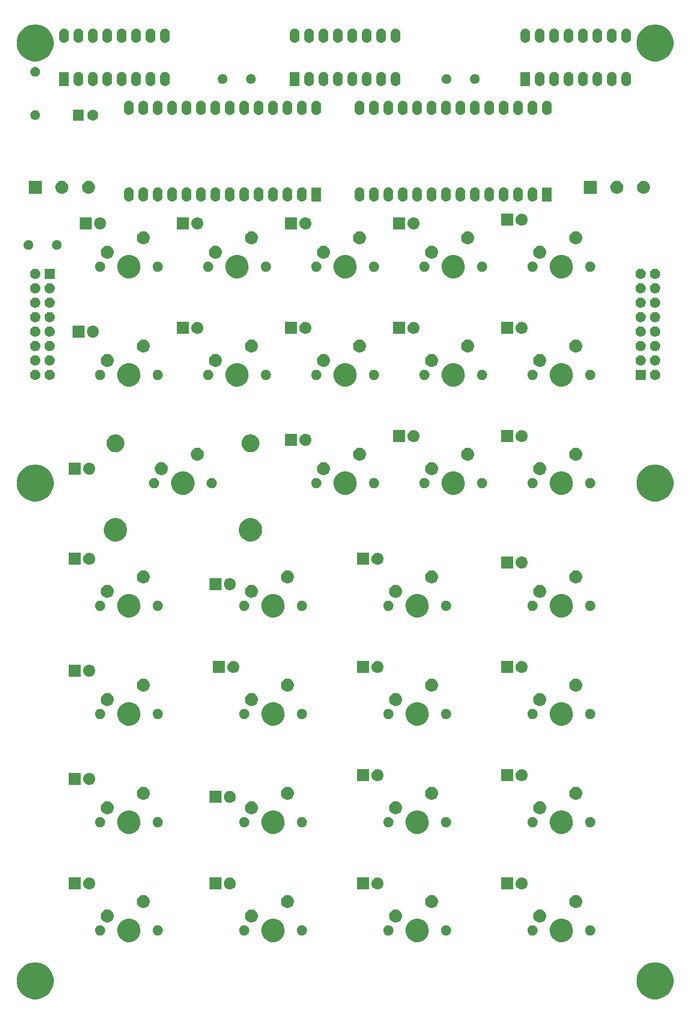
<source format=gbr>
G04 #@! TF.GenerationSoftware,KiCad,Pcbnew,5.0.2-bee76a0~70~ubuntu18.04.1*
G04 #@! TF.CreationDate,2020-02-25T15:21:58-05:00*
G04 #@! TF.ProjectId,led-display,6c65642d-6469-4737-906c-61792e6b6963,rev?*
G04 #@! TF.SameCoordinates,Original*
G04 #@! TF.FileFunction,Soldermask,Bot*
G04 #@! TF.FilePolarity,Negative*
%FSLAX46Y46*%
G04 Gerber Fmt 4.6, Leading zero omitted, Abs format (unit mm)*
G04 Created by KiCad (PCBNEW 5.0.2-bee76a0~70~ubuntu18.04.1) date Tue 25 Feb 2020 03:21:58 PM EST*
%MOMM*%
%LPD*%
G01*
G04 APERTURE LIST*
%ADD10C,0.100000*%
G04 APERTURE END LIST*
D10*
G36*
X150494239Y-187311467D02*
X150808282Y-187373934D01*
X151399926Y-187619001D01*
X151928802Y-187972385D01*
X151932395Y-187974786D01*
X152385214Y-188427605D01*
X152385216Y-188427608D01*
X152740999Y-188960074D01*
X152986066Y-189551718D01*
X153111000Y-190179804D01*
X153111000Y-190820196D01*
X152986066Y-191448282D01*
X152740999Y-192039926D01*
X152387615Y-192568802D01*
X152385214Y-192572395D01*
X151932395Y-193025214D01*
X151932392Y-193025216D01*
X151399926Y-193380999D01*
X150808282Y-193626066D01*
X150494239Y-193688533D01*
X150180197Y-193751000D01*
X149539803Y-193751000D01*
X149225761Y-193688533D01*
X148911718Y-193626066D01*
X148320074Y-193380999D01*
X147787608Y-193025216D01*
X147787605Y-193025214D01*
X147334786Y-192572395D01*
X147332385Y-192568802D01*
X146979001Y-192039926D01*
X146733934Y-191448282D01*
X146609000Y-190820196D01*
X146609000Y-190179804D01*
X146733934Y-189551718D01*
X146979001Y-188960074D01*
X147334784Y-188427608D01*
X147334786Y-188427605D01*
X147787605Y-187974786D01*
X147791198Y-187972385D01*
X148320074Y-187619001D01*
X148911718Y-187373934D01*
X149225761Y-187311467D01*
X149539803Y-187249000D01*
X150180197Y-187249000D01*
X150494239Y-187311467D01*
X150494239Y-187311467D01*
G37*
G36*
X41274239Y-187311467D02*
X41588282Y-187373934D01*
X42179926Y-187619001D01*
X42708802Y-187972385D01*
X42712395Y-187974786D01*
X43165214Y-188427605D01*
X43165216Y-188427608D01*
X43520999Y-188960074D01*
X43766066Y-189551718D01*
X43891000Y-190179804D01*
X43891000Y-190820196D01*
X43766066Y-191448282D01*
X43520999Y-192039926D01*
X43167615Y-192568802D01*
X43165214Y-192572395D01*
X42712395Y-193025214D01*
X42712392Y-193025216D01*
X42179926Y-193380999D01*
X41588282Y-193626066D01*
X41274239Y-193688533D01*
X40960197Y-193751000D01*
X40319803Y-193751000D01*
X40005761Y-193688533D01*
X39691718Y-193626066D01*
X39100074Y-193380999D01*
X38567608Y-193025216D01*
X38567605Y-193025214D01*
X38114786Y-192572395D01*
X38112385Y-192568802D01*
X37759001Y-192039926D01*
X37513934Y-191448282D01*
X37389000Y-190820196D01*
X37389000Y-190179804D01*
X37513934Y-189551718D01*
X37759001Y-188960074D01*
X38114784Y-188427608D01*
X38114786Y-188427605D01*
X38567605Y-187974786D01*
X38571198Y-187972385D01*
X39100074Y-187619001D01*
X39691718Y-187373934D01*
X40005761Y-187311467D01*
X40319803Y-187249000D01*
X40960197Y-187249000D01*
X41274239Y-187311467D01*
X41274239Y-187311467D01*
G37*
G36*
X133948252Y-179637818D02*
X133948254Y-179637819D01*
X133948255Y-179637819D01*
X134321513Y-179792427D01*
X134652905Y-180013857D01*
X134657439Y-180016886D01*
X134943114Y-180302561D01*
X134943116Y-180302564D01*
X135167573Y-180638487D01*
X135196780Y-180709000D01*
X135322182Y-181011748D01*
X135401000Y-181407993D01*
X135401000Y-181812007D01*
X135326936Y-182184354D01*
X135322181Y-182208255D01*
X135167573Y-182581513D01*
X135167572Y-182581514D01*
X134943114Y-182917439D01*
X134657439Y-183203114D01*
X134657436Y-183203116D01*
X134321513Y-183427573D01*
X133948255Y-183582181D01*
X133948254Y-183582181D01*
X133948252Y-183582182D01*
X133552007Y-183661000D01*
X133147993Y-183661000D01*
X132751748Y-183582182D01*
X132751746Y-183582181D01*
X132751745Y-183582181D01*
X132378487Y-183427573D01*
X132042564Y-183203116D01*
X132042561Y-183203114D01*
X131756886Y-182917439D01*
X131532428Y-182581514D01*
X131532427Y-182581513D01*
X131377819Y-182208255D01*
X131373065Y-182184354D01*
X131299000Y-181812007D01*
X131299000Y-181407993D01*
X131377818Y-181011748D01*
X131503220Y-180709000D01*
X131532427Y-180638487D01*
X131756884Y-180302564D01*
X131756886Y-180302561D01*
X132042561Y-180016886D01*
X132047095Y-180013857D01*
X132378487Y-179792427D01*
X132751745Y-179637819D01*
X132751746Y-179637819D01*
X132751748Y-179637818D01*
X133147993Y-179559000D01*
X133552007Y-179559000D01*
X133948252Y-179637818D01*
X133948252Y-179637818D01*
G37*
G36*
X57748252Y-179637818D02*
X57748254Y-179637819D01*
X57748255Y-179637819D01*
X58121513Y-179792427D01*
X58452905Y-180013857D01*
X58457439Y-180016886D01*
X58743114Y-180302561D01*
X58743116Y-180302564D01*
X58967573Y-180638487D01*
X58996780Y-180709000D01*
X59122182Y-181011748D01*
X59201000Y-181407993D01*
X59201000Y-181812007D01*
X59126936Y-182184354D01*
X59122181Y-182208255D01*
X58967573Y-182581513D01*
X58967572Y-182581514D01*
X58743114Y-182917439D01*
X58457439Y-183203114D01*
X58457436Y-183203116D01*
X58121513Y-183427573D01*
X57748255Y-183582181D01*
X57748254Y-183582181D01*
X57748252Y-183582182D01*
X57352007Y-183661000D01*
X56947993Y-183661000D01*
X56551748Y-183582182D01*
X56551746Y-183582181D01*
X56551745Y-183582181D01*
X56178487Y-183427573D01*
X55842564Y-183203116D01*
X55842561Y-183203114D01*
X55556886Y-182917439D01*
X55332428Y-182581514D01*
X55332427Y-182581513D01*
X55177819Y-182208255D01*
X55173065Y-182184354D01*
X55099000Y-181812007D01*
X55099000Y-181407993D01*
X55177818Y-181011748D01*
X55303220Y-180709000D01*
X55332427Y-180638487D01*
X55556884Y-180302564D01*
X55556886Y-180302561D01*
X55842561Y-180016886D01*
X55847095Y-180013857D01*
X56178487Y-179792427D01*
X56551745Y-179637819D01*
X56551746Y-179637819D01*
X56551748Y-179637818D01*
X56947993Y-179559000D01*
X57352007Y-179559000D01*
X57748252Y-179637818D01*
X57748252Y-179637818D01*
G37*
G36*
X83148252Y-179637818D02*
X83148254Y-179637819D01*
X83148255Y-179637819D01*
X83521513Y-179792427D01*
X83852905Y-180013857D01*
X83857439Y-180016886D01*
X84143114Y-180302561D01*
X84143116Y-180302564D01*
X84367573Y-180638487D01*
X84396780Y-180709000D01*
X84522182Y-181011748D01*
X84601000Y-181407993D01*
X84601000Y-181812007D01*
X84526936Y-182184354D01*
X84522181Y-182208255D01*
X84367573Y-182581513D01*
X84367572Y-182581514D01*
X84143114Y-182917439D01*
X83857439Y-183203114D01*
X83857436Y-183203116D01*
X83521513Y-183427573D01*
X83148255Y-183582181D01*
X83148254Y-183582181D01*
X83148252Y-183582182D01*
X82752007Y-183661000D01*
X82347993Y-183661000D01*
X81951748Y-183582182D01*
X81951746Y-183582181D01*
X81951745Y-183582181D01*
X81578487Y-183427573D01*
X81242564Y-183203116D01*
X81242561Y-183203114D01*
X80956886Y-182917439D01*
X80732428Y-182581514D01*
X80732427Y-182581513D01*
X80577819Y-182208255D01*
X80573065Y-182184354D01*
X80499000Y-181812007D01*
X80499000Y-181407993D01*
X80577818Y-181011748D01*
X80703220Y-180709000D01*
X80732427Y-180638487D01*
X80956884Y-180302564D01*
X80956886Y-180302561D01*
X81242561Y-180016886D01*
X81247095Y-180013857D01*
X81578487Y-179792427D01*
X81951745Y-179637819D01*
X81951746Y-179637819D01*
X81951748Y-179637818D01*
X82347993Y-179559000D01*
X82752007Y-179559000D01*
X83148252Y-179637818D01*
X83148252Y-179637818D01*
G37*
G36*
X108548252Y-179637818D02*
X108548254Y-179637819D01*
X108548255Y-179637819D01*
X108921513Y-179792427D01*
X109252905Y-180013857D01*
X109257439Y-180016886D01*
X109543114Y-180302561D01*
X109543116Y-180302564D01*
X109767573Y-180638487D01*
X109796780Y-180709000D01*
X109922182Y-181011748D01*
X110001000Y-181407993D01*
X110001000Y-181812007D01*
X109926936Y-182184354D01*
X109922181Y-182208255D01*
X109767573Y-182581513D01*
X109767572Y-182581514D01*
X109543114Y-182917439D01*
X109257439Y-183203114D01*
X109257436Y-183203116D01*
X108921513Y-183427573D01*
X108548255Y-183582181D01*
X108548254Y-183582181D01*
X108548252Y-183582182D01*
X108152007Y-183661000D01*
X107747993Y-183661000D01*
X107351748Y-183582182D01*
X107351746Y-183582181D01*
X107351745Y-183582181D01*
X106978487Y-183427573D01*
X106642564Y-183203116D01*
X106642561Y-183203114D01*
X106356886Y-182917439D01*
X106132428Y-182581514D01*
X106132427Y-182581513D01*
X105977819Y-182208255D01*
X105973065Y-182184354D01*
X105899000Y-181812007D01*
X105899000Y-181407993D01*
X105977818Y-181011748D01*
X106103220Y-180709000D01*
X106132427Y-180638487D01*
X106356884Y-180302564D01*
X106356886Y-180302561D01*
X106642561Y-180016886D01*
X106647095Y-180013857D01*
X106978487Y-179792427D01*
X107351745Y-179637819D01*
X107351746Y-179637819D01*
X107351748Y-179637818D01*
X107747993Y-179559000D01*
X108152007Y-179559000D01*
X108548252Y-179637818D01*
X108548252Y-179637818D01*
G37*
G36*
X77732812Y-180743624D02*
X77896784Y-180811544D01*
X78044354Y-180910147D01*
X78169853Y-181035646D01*
X78268456Y-181183216D01*
X78336376Y-181347188D01*
X78371000Y-181521259D01*
X78371000Y-181698741D01*
X78336376Y-181872812D01*
X78268456Y-182036784D01*
X78169853Y-182184354D01*
X78044354Y-182309853D01*
X77896784Y-182408456D01*
X77732812Y-182476376D01*
X77558741Y-182511000D01*
X77381259Y-182511000D01*
X77207188Y-182476376D01*
X77043216Y-182408456D01*
X76895646Y-182309853D01*
X76770147Y-182184354D01*
X76671544Y-182036784D01*
X76603624Y-181872812D01*
X76569000Y-181698741D01*
X76569000Y-181521259D01*
X76603624Y-181347188D01*
X76671544Y-181183216D01*
X76770147Y-181035646D01*
X76895646Y-180910147D01*
X77043216Y-180811544D01*
X77207188Y-180743624D01*
X77381259Y-180709000D01*
X77558741Y-180709000D01*
X77732812Y-180743624D01*
X77732812Y-180743624D01*
G37*
G36*
X52332812Y-180743624D02*
X52496784Y-180811544D01*
X52644354Y-180910147D01*
X52769853Y-181035646D01*
X52868456Y-181183216D01*
X52936376Y-181347188D01*
X52971000Y-181521259D01*
X52971000Y-181698741D01*
X52936376Y-181872812D01*
X52868456Y-182036784D01*
X52769853Y-182184354D01*
X52644354Y-182309853D01*
X52496784Y-182408456D01*
X52332812Y-182476376D01*
X52158741Y-182511000D01*
X51981259Y-182511000D01*
X51807188Y-182476376D01*
X51643216Y-182408456D01*
X51495646Y-182309853D01*
X51370147Y-182184354D01*
X51271544Y-182036784D01*
X51203624Y-181872812D01*
X51169000Y-181698741D01*
X51169000Y-181521259D01*
X51203624Y-181347188D01*
X51271544Y-181183216D01*
X51370147Y-181035646D01*
X51495646Y-180910147D01*
X51643216Y-180811544D01*
X51807188Y-180743624D01*
X51981259Y-180709000D01*
X52158741Y-180709000D01*
X52332812Y-180743624D01*
X52332812Y-180743624D01*
G37*
G36*
X62492812Y-180743624D02*
X62656784Y-180811544D01*
X62804354Y-180910147D01*
X62929853Y-181035646D01*
X63028456Y-181183216D01*
X63096376Y-181347188D01*
X63131000Y-181521259D01*
X63131000Y-181698741D01*
X63096376Y-181872812D01*
X63028456Y-182036784D01*
X62929853Y-182184354D01*
X62804354Y-182309853D01*
X62656784Y-182408456D01*
X62492812Y-182476376D01*
X62318741Y-182511000D01*
X62141259Y-182511000D01*
X61967188Y-182476376D01*
X61803216Y-182408456D01*
X61655646Y-182309853D01*
X61530147Y-182184354D01*
X61431544Y-182036784D01*
X61363624Y-181872812D01*
X61329000Y-181698741D01*
X61329000Y-181521259D01*
X61363624Y-181347188D01*
X61431544Y-181183216D01*
X61530147Y-181035646D01*
X61655646Y-180910147D01*
X61803216Y-180811544D01*
X61967188Y-180743624D01*
X62141259Y-180709000D01*
X62318741Y-180709000D01*
X62492812Y-180743624D01*
X62492812Y-180743624D01*
G37*
G36*
X87892812Y-180743624D02*
X88056784Y-180811544D01*
X88204354Y-180910147D01*
X88329853Y-181035646D01*
X88428456Y-181183216D01*
X88496376Y-181347188D01*
X88531000Y-181521259D01*
X88531000Y-181698741D01*
X88496376Y-181872812D01*
X88428456Y-182036784D01*
X88329853Y-182184354D01*
X88204354Y-182309853D01*
X88056784Y-182408456D01*
X87892812Y-182476376D01*
X87718741Y-182511000D01*
X87541259Y-182511000D01*
X87367188Y-182476376D01*
X87203216Y-182408456D01*
X87055646Y-182309853D01*
X86930147Y-182184354D01*
X86831544Y-182036784D01*
X86763624Y-181872812D01*
X86729000Y-181698741D01*
X86729000Y-181521259D01*
X86763624Y-181347188D01*
X86831544Y-181183216D01*
X86930147Y-181035646D01*
X87055646Y-180910147D01*
X87203216Y-180811544D01*
X87367188Y-180743624D01*
X87541259Y-180709000D01*
X87718741Y-180709000D01*
X87892812Y-180743624D01*
X87892812Y-180743624D01*
G37*
G36*
X113292812Y-180743624D02*
X113456784Y-180811544D01*
X113604354Y-180910147D01*
X113729853Y-181035646D01*
X113828456Y-181183216D01*
X113896376Y-181347188D01*
X113931000Y-181521259D01*
X113931000Y-181698741D01*
X113896376Y-181872812D01*
X113828456Y-182036784D01*
X113729853Y-182184354D01*
X113604354Y-182309853D01*
X113456784Y-182408456D01*
X113292812Y-182476376D01*
X113118741Y-182511000D01*
X112941259Y-182511000D01*
X112767188Y-182476376D01*
X112603216Y-182408456D01*
X112455646Y-182309853D01*
X112330147Y-182184354D01*
X112231544Y-182036784D01*
X112163624Y-181872812D01*
X112129000Y-181698741D01*
X112129000Y-181521259D01*
X112163624Y-181347188D01*
X112231544Y-181183216D01*
X112330147Y-181035646D01*
X112455646Y-180910147D01*
X112603216Y-180811544D01*
X112767188Y-180743624D01*
X112941259Y-180709000D01*
X113118741Y-180709000D01*
X113292812Y-180743624D01*
X113292812Y-180743624D01*
G37*
G36*
X138692812Y-180743624D02*
X138856784Y-180811544D01*
X139004354Y-180910147D01*
X139129853Y-181035646D01*
X139228456Y-181183216D01*
X139296376Y-181347188D01*
X139331000Y-181521259D01*
X139331000Y-181698741D01*
X139296376Y-181872812D01*
X139228456Y-182036784D01*
X139129853Y-182184354D01*
X139004354Y-182309853D01*
X138856784Y-182408456D01*
X138692812Y-182476376D01*
X138518741Y-182511000D01*
X138341259Y-182511000D01*
X138167188Y-182476376D01*
X138003216Y-182408456D01*
X137855646Y-182309853D01*
X137730147Y-182184354D01*
X137631544Y-182036784D01*
X137563624Y-181872812D01*
X137529000Y-181698741D01*
X137529000Y-181521259D01*
X137563624Y-181347188D01*
X137631544Y-181183216D01*
X137730147Y-181035646D01*
X137855646Y-180910147D01*
X138003216Y-180811544D01*
X138167188Y-180743624D01*
X138341259Y-180709000D01*
X138518741Y-180709000D01*
X138692812Y-180743624D01*
X138692812Y-180743624D01*
G37*
G36*
X128532812Y-180743624D02*
X128696784Y-180811544D01*
X128844354Y-180910147D01*
X128969853Y-181035646D01*
X129068456Y-181183216D01*
X129136376Y-181347188D01*
X129171000Y-181521259D01*
X129171000Y-181698741D01*
X129136376Y-181872812D01*
X129068456Y-182036784D01*
X128969853Y-182184354D01*
X128844354Y-182309853D01*
X128696784Y-182408456D01*
X128532812Y-182476376D01*
X128358741Y-182511000D01*
X128181259Y-182511000D01*
X128007188Y-182476376D01*
X127843216Y-182408456D01*
X127695646Y-182309853D01*
X127570147Y-182184354D01*
X127471544Y-182036784D01*
X127403624Y-181872812D01*
X127369000Y-181698741D01*
X127369000Y-181521259D01*
X127403624Y-181347188D01*
X127471544Y-181183216D01*
X127570147Y-181035646D01*
X127695646Y-180910147D01*
X127843216Y-180811544D01*
X128007188Y-180743624D01*
X128181259Y-180709000D01*
X128358741Y-180709000D01*
X128532812Y-180743624D01*
X128532812Y-180743624D01*
G37*
G36*
X103132812Y-180743624D02*
X103296784Y-180811544D01*
X103444354Y-180910147D01*
X103569853Y-181035646D01*
X103668456Y-181183216D01*
X103736376Y-181347188D01*
X103771000Y-181521259D01*
X103771000Y-181698741D01*
X103736376Y-181872812D01*
X103668456Y-182036784D01*
X103569853Y-182184354D01*
X103444354Y-182309853D01*
X103296784Y-182408456D01*
X103132812Y-182476376D01*
X102958741Y-182511000D01*
X102781259Y-182511000D01*
X102607188Y-182476376D01*
X102443216Y-182408456D01*
X102295646Y-182309853D01*
X102170147Y-182184354D01*
X102071544Y-182036784D01*
X102003624Y-181872812D01*
X101969000Y-181698741D01*
X101969000Y-181521259D01*
X102003624Y-181347188D01*
X102071544Y-181183216D01*
X102170147Y-181035646D01*
X102295646Y-180910147D01*
X102443216Y-180811544D01*
X102607188Y-180743624D01*
X102781259Y-180709000D01*
X102958741Y-180709000D01*
X103132812Y-180743624D01*
X103132812Y-180743624D01*
G37*
G36*
X79075734Y-177963232D02*
X79285202Y-178049996D01*
X79473723Y-178175962D01*
X79634038Y-178336277D01*
X79760004Y-178524798D01*
X79846768Y-178734266D01*
X79891000Y-178956635D01*
X79891000Y-179183365D01*
X79846768Y-179405734D01*
X79760004Y-179615202D01*
X79634038Y-179803723D01*
X79473723Y-179964038D01*
X79285202Y-180090004D01*
X79075734Y-180176768D01*
X78853365Y-180221000D01*
X78626635Y-180221000D01*
X78404266Y-180176768D01*
X78194798Y-180090004D01*
X78006277Y-179964038D01*
X77845962Y-179803723D01*
X77719996Y-179615202D01*
X77633232Y-179405734D01*
X77589000Y-179183365D01*
X77589000Y-178956635D01*
X77633232Y-178734266D01*
X77719996Y-178524798D01*
X77845962Y-178336277D01*
X78006277Y-178175962D01*
X78194798Y-178049996D01*
X78404266Y-177963232D01*
X78626635Y-177919000D01*
X78853365Y-177919000D01*
X79075734Y-177963232D01*
X79075734Y-177963232D01*
G37*
G36*
X104475734Y-177963232D02*
X104685202Y-178049996D01*
X104873723Y-178175962D01*
X105034038Y-178336277D01*
X105160004Y-178524798D01*
X105246768Y-178734266D01*
X105291000Y-178956635D01*
X105291000Y-179183365D01*
X105246768Y-179405734D01*
X105160004Y-179615202D01*
X105034038Y-179803723D01*
X104873723Y-179964038D01*
X104685202Y-180090004D01*
X104475734Y-180176768D01*
X104253365Y-180221000D01*
X104026635Y-180221000D01*
X103804266Y-180176768D01*
X103594798Y-180090004D01*
X103406277Y-179964038D01*
X103245962Y-179803723D01*
X103119996Y-179615202D01*
X103033232Y-179405734D01*
X102989000Y-179183365D01*
X102989000Y-178956635D01*
X103033232Y-178734266D01*
X103119996Y-178524798D01*
X103245962Y-178336277D01*
X103406277Y-178175962D01*
X103594798Y-178049996D01*
X103804266Y-177963232D01*
X104026635Y-177919000D01*
X104253365Y-177919000D01*
X104475734Y-177963232D01*
X104475734Y-177963232D01*
G37*
G36*
X129875734Y-177963232D02*
X130085202Y-178049996D01*
X130273723Y-178175962D01*
X130434038Y-178336277D01*
X130560004Y-178524798D01*
X130646768Y-178734266D01*
X130691000Y-178956635D01*
X130691000Y-179183365D01*
X130646768Y-179405734D01*
X130560004Y-179615202D01*
X130434038Y-179803723D01*
X130273723Y-179964038D01*
X130085202Y-180090004D01*
X129875734Y-180176768D01*
X129653365Y-180221000D01*
X129426635Y-180221000D01*
X129204266Y-180176768D01*
X128994798Y-180090004D01*
X128806277Y-179964038D01*
X128645962Y-179803723D01*
X128519996Y-179615202D01*
X128433232Y-179405734D01*
X128389000Y-179183365D01*
X128389000Y-178956635D01*
X128433232Y-178734266D01*
X128519996Y-178524798D01*
X128645962Y-178336277D01*
X128806277Y-178175962D01*
X128994798Y-178049996D01*
X129204266Y-177963232D01*
X129426635Y-177919000D01*
X129653365Y-177919000D01*
X129875734Y-177963232D01*
X129875734Y-177963232D01*
G37*
G36*
X53675734Y-177963232D02*
X53885202Y-178049996D01*
X54073723Y-178175962D01*
X54234038Y-178336277D01*
X54360004Y-178524798D01*
X54446768Y-178734266D01*
X54491000Y-178956635D01*
X54491000Y-179183365D01*
X54446768Y-179405734D01*
X54360004Y-179615202D01*
X54234038Y-179803723D01*
X54073723Y-179964038D01*
X53885202Y-180090004D01*
X53675734Y-180176768D01*
X53453365Y-180221000D01*
X53226635Y-180221000D01*
X53004266Y-180176768D01*
X52794798Y-180090004D01*
X52606277Y-179964038D01*
X52445962Y-179803723D01*
X52319996Y-179615202D01*
X52233232Y-179405734D01*
X52189000Y-179183365D01*
X52189000Y-178956635D01*
X52233232Y-178734266D01*
X52319996Y-178524798D01*
X52445962Y-178336277D01*
X52606277Y-178175962D01*
X52794798Y-178049996D01*
X53004266Y-177963232D01*
X53226635Y-177919000D01*
X53453365Y-177919000D01*
X53675734Y-177963232D01*
X53675734Y-177963232D01*
G37*
G36*
X85425734Y-175423232D02*
X85635202Y-175509996D01*
X85823723Y-175635962D01*
X85984038Y-175796277D01*
X86110004Y-175984798D01*
X86196768Y-176194266D01*
X86241000Y-176416635D01*
X86241000Y-176643365D01*
X86196768Y-176865734D01*
X86110004Y-177075202D01*
X85984038Y-177263723D01*
X85823723Y-177424038D01*
X85635202Y-177550004D01*
X85425734Y-177636768D01*
X85203365Y-177681000D01*
X84976635Y-177681000D01*
X84754266Y-177636768D01*
X84544798Y-177550004D01*
X84356277Y-177424038D01*
X84195962Y-177263723D01*
X84069996Y-177075202D01*
X83983232Y-176865734D01*
X83939000Y-176643365D01*
X83939000Y-176416635D01*
X83983232Y-176194266D01*
X84069996Y-175984798D01*
X84195962Y-175796277D01*
X84356277Y-175635962D01*
X84544798Y-175509996D01*
X84754266Y-175423232D01*
X84976635Y-175379000D01*
X85203365Y-175379000D01*
X85425734Y-175423232D01*
X85425734Y-175423232D01*
G37*
G36*
X110825734Y-175423232D02*
X111035202Y-175509996D01*
X111223723Y-175635962D01*
X111384038Y-175796277D01*
X111510004Y-175984798D01*
X111596768Y-176194266D01*
X111641000Y-176416635D01*
X111641000Y-176643365D01*
X111596768Y-176865734D01*
X111510004Y-177075202D01*
X111384038Y-177263723D01*
X111223723Y-177424038D01*
X111035202Y-177550004D01*
X110825734Y-177636768D01*
X110603365Y-177681000D01*
X110376635Y-177681000D01*
X110154266Y-177636768D01*
X109944798Y-177550004D01*
X109756277Y-177424038D01*
X109595962Y-177263723D01*
X109469996Y-177075202D01*
X109383232Y-176865734D01*
X109339000Y-176643365D01*
X109339000Y-176416635D01*
X109383232Y-176194266D01*
X109469996Y-175984798D01*
X109595962Y-175796277D01*
X109756277Y-175635962D01*
X109944798Y-175509996D01*
X110154266Y-175423232D01*
X110376635Y-175379000D01*
X110603365Y-175379000D01*
X110825734Y-175423232D01*
X110825734Y-175423232D01*
G37*
G36*
X60025734Y-175423232D02*
X60235202Y-175509996D01*
X60423723Y-175635962D01*
X60584038Y-175796277D01*
X60710004Y-175984798D01*
X60796768Y-176194266D01*
X60841000Y-176416635D01*
X60841000Y-176643365D01*
X60796768Y-176865734D01*
X60710004Y-177075202D01*
X60584038Y-177263723D01*
X60423723Y-177424038D01*
X60235202Y-177550004D01*
X60025734Y-177636768D01*
X59803365Y-177681000D01*
X59576635Y-177681000D01*
X59354266Y-177636768D01*
X59144798Y-177550004D01*
X58956277Y-177424038D01*
X58795962Y-177263723D01*
X58669996Y-177075202D01*
X58583232Y-176865734D01*
X58539000Y-176643365D01*
X58539000Y-176416635D01*
X58583232Y-176194266D01*
X58669996Y-175984798D01*
X58795962Y-175796277D01*
X58956277Y-175635962D01*
X59144798Y-175509996D01*
X59354266Y-175423232D01*
X59576635Y-175379000D01*
X59803365Y-175379000D01*
X60025734Y-175423232D01*
X60025734Y-175423232D01*
G37*
G36*
X136225734Y-175423232D02*
X136435202Y-175509996D01*
X136623723Y-175635962D01*
X136784038Y-175796277D01*
X136910004Y-175984798D01*
X136996768Y-176194266D01*
X137041000Y-176416635D01*
X137041000Y-176643365D01*
X136996768Y-176865734D01*
X136910004Y-177075202D01*
X136784038Y-177263723D01*
X136623723Y-177424038D01*
X136435202Y-177550004D01*
X136225734Y-177636768D01*
X136003365Y-177681000D01*
X135776635Y-177681000D01*
X135554266Y-177636768D01*
X135344798Y-177550004D01*
X135156277Y-177424038D01*
X134995962Y-177263723D01*
X134869996Y-177075202D01*
X134783232Y-176865734D01*
X134739000Y-176643365D01*
X134739000Y-176416635D01*
X134783232Y-176194266D01*
X134869996Y-175984798D01*
X134995962Y-175796277D01*
X135156277Y-175635962D01*
X135344798Y-175509996D01*
X135554266Y-175423232D01*
X135776635Y-175379000D01*
X136003365Y-175379000D01*
X136225734Y-175423232D01*
X136225734Y-175423232D01*
G37*
G36*
X50247510Y-172307041D02*
X50371032Y-172319207D01*
X50569146Y-172379305D01*
X50751729Y-172476897D01*
X50911765Y-172608235D01*
X51043103Y-172768271D01*
X51140695Y-172950854D01*
X51200793Y-173148968D01*
X51221085Y-173355000D01*
X51200793Y-173561032D01*
X51140695Y-173759146D01*
X51043103Y-173941729D01*
X50911765Y-174101765D01*
X50751729Y-174233103D01*
X50569146Y-174330695D01*
X50371032Y-174390793D01*
X50247510Y-174402959D01*
X50216631Y-174406000D01*
X50113369Y-174406000D01*
X50082490Y-174402959D01*
X49958968Y-174390793D01*
X49760854Y-174330695D01*
X49578271Y-174233103D01*
X49418235Y-174101765D01*
X49286897Y-173941729D01*
X49189305Y-173759146D01*
X49129207Y-173561032D01*
X49108915Y-173355000D01*
X49129207Y-173148968D01*
X49189305Y-172950854D01*
X49286897Y-172768271D01*
X49418235Y-172608235D01*
X49578271Y-172476897D01*
X49760854Y-172379305D01*
X49958968Y-172319207D01*
X50082490Y-172307041D01*
X50113369Y-172304000D01*
X50216631Y-172304000D01*
X50247510Y-172307041D01*
X50247510Y-172307041D01*
G37*
G36*
X48676000Y-174406000D02*
X46574000Y-174406000D01*
X46574000Y-172304000D01*
X48676000Y-172304000D01*
X48676000Y-174406000D01*
X48676000Y-174406000D01*
G37*
G36*
X73441000Y-174406000D02*
X71339000Y-174406000D01*
X71339000Y-172304000D01*
X73441000Y-172304000D01*
X73441000Y-174406000D01*
X73441000Y-174406000D01*
G37*
G36*
X75012510Y-172307041D02*
X75136032Y-172319207D01*
X75334146Y-172379305D01*
X75516729Y-172476897D01*
X75676765Y-172608235D01*
X75808103Y-172768271D01*
X75905695Y-172950854D01*
X75965793Y-173148968D01*
X75986085Y-173355000D01*
X75965793Y-173561032D01*
X75905695Y-173759146D01*
X75808103Y-173941729D01*
X75676765Y-174101765D01*
X75516729Y-174233103D01*
X75334146Y-174330695D01*
X75136032Y-174390793D01*
X75012510Y-174402959D01*
X74981631Y-174406000D01*
X74878369Y-174406000D01*
X74847490Y-174402959D01*
X74723968Y-174390793D01*
X74525854Y-174330695D01*
X74343271Y-174233103D01*
X74183235Y-174101765D01*
X74051897Y-173941729D01*
X73954305Y-173759146D01*
X73894207Y-173561032D01*
X73873915Y-173355000D01*
X73894207Y-173148968D01*
X73954305Y-172950854D01*
X74051897Y-172768271D01*
X74183235Y-172608235D01*
X74343271Y-172476897D01*
X74525854Y-172379305D01*
X74723968Y-172319207D01*
X74847490Y-172307041D01*
X74878369Y-172304000D01*
X74981631Y-172304000D01*
X75012510Y-172307041D01*
X75012510Y-172307041D01*
G37*
G36*
X101047510Y-172307041D02*
X101171032Y-172319207D01*
X101369146Y-172379305D01*
X101551729Y-172476897D01*
X101711765Y-172608235D01*
X101843103Y-172768271D01*
X101940695Y-172950854D01*
X102000793Y-173148968D01*
X102021085Y-173355000D01*
X102000793Y-173561032D01*
X101940695Y-173759146D01*
X101843103Y-173941729D01*
X101711765Y-174101765D01*
X101551729Y-174233103D01*
X101369146Y-174330695D01*
X101171032Y-174390793D01*
X101047510Y-174402959D01*
X101016631Y-174406000D01*
X100913369Y-174406000D01*
X100882490Y-174402959D01*
X100758968Y-174390793D01*
X100560854Y-174330695D01*
X100378271Y-174233103D01*
X100218235Y-174101765D01*
X100086897Y-173941729D01*
X99989305Y-173759146D01*
X99929207Y-173561032D01*
X99908915Y-173355000D01*
X99929207Y-173148968D01*
X99989305Y-172950854D01*
X100086897Y-172768271D01*
X100218235Y-172608235D01*
X100378271Y-172476897D01*
X100560854Y-172379305D01*
X100758968Y-172319207D01*
X100882490Y-172307041D01*
X100913369Y-172304000D01*
X101016631Y-172304000D01*
X101047510Y-172307041D01*
X101047510Y-172307041D01*
G37*
G36*
X99476000Y-174406000D02*
X97374000Y-174406000D01*
X97374000Y-172304000D01*
X99476000Y-172304000D01*
X99476000Y-174406000D01*
X99476000Y-174406000D01*
G37*
G36*
X124876000Y-174406000D02*
X122774000Y-174406000D01*
X122774000Y-172304000D01*
X124876000Y-172304000D01*
X124876000Y-174406000D01*
X124876000Y-174406000D01*
G37*
G36*
X126447510Y-172307041D02*
X126571032Y-172319207D01*
X126769146Y-172379305D01*
X126951729Y-172476897D01*
X127111765Y-172608235D01*
X127243103Y-172768271D01*
X127340695Y-172950854D01*
X127400793Y-173148968D01*
X127421085Y-173355000D01*
X127400793Y-173561032D01*
X127340695Y-173759146D01*
X127243103Y-173941729D01*
X127111765Y-174101765D01*
X126951729Y-174233103D01*
X126769146Y-174330695D01*
X126571032Y-174390793D01*
X126447510Y-174402959D01*
X126416631Y-174406000D01*
X126313369Y-174406000D01*
X126282490Y-174402959D01*
X126158968Y-174390793D01*
X125960854Y-174330695D01*
X125778271Y-174233103D01*
X125618235Y-174101765D01*
X125486897Y-173941729D01*
X125389305Y-173759146D01*
X125329207Y-173561032D01*
X125308915Y-173355000D01*
X125329207Y-173148968D01*
X125389305Y-172950854D01*
X125486897Y-172768271D01*
X125618235Y-172608235D01*
X125778271Y-172476897D01*
X125960854Y-172379305D01*
X126158968Y-172319207D01*
X126282490Y-172307041D01*
X126313369Y-172304000D01*
X126416631Y-172304000D01*
X126447510Y-172307041D01*
X126447510Y-172307041D01*
G37*
G36*
X108548252Y-160587818D02*
X108548254Y-160587819D01*
X108548255Y-160587819D01*
X108921513Y-160742427D01*
X109252905Y-160963857D01*
X109257439Y-160966886D01*
X109543114Y-161252561D01*
X109543116Y-161252564D01*
X109767573Y-161588487D01*
X109796780Y-161659000D01*
X109922182Y-161961748D01*
X110001000Y-162357993D01*
X110001000Y-162762007D01*
X109926936Y-163134354D01*
X109922181Y-163158255D01*
X109767573Y-163531513D01*
X109767572Y-163531514D01*
X109543114Y-163867439D01*
X109257439Y-164153114D01*
X109257436Y-164153116D01*
X108921513Y-164377573D01*
X108548255Y-164532181D01*
X108548254Y-164532181D01*
X108548252Y-164532182D01*
X108152007Y-164611000D01*
X107747993Y-164611000D01*
X107351748Y-164532182D01*
X107351746Y-164532181D01*
X107351745Y-164532181D01*
X106978487Y-164377573D01*
X106642564Y-164153116D01*
X106642561Y-164153114D01*
X106356886Y-163867439D01*
X106132428Y-163531514D01*
X106132427Y-163531513D01*
X105977819Y-163158255D01*
X105973065Y-163134354D01*
X105899000Y-162762007D01*
X105899000Y-162357993D01*
X105977818Y-161961748D01*
X106103220Y-161659000D01*
X106132427Y-161588487D01*
X106356884Y-161252564D01*
X106356886Y-161252561D01*
X106642561Y-160966886D01*
X106647095Y-160963857D01*
X106978487Y-160742427D01*
X107351745Y-160587819D01*
X107351746Y-160587819D01*
X107351748Y-160587818D01*
X107747993Y-160509000D01*
X108152007Y-160509000D01*
X108548252Y-160587818D01*
X108548252Y-160587818D01*
G37*
G36*
X83148252Y-160587818D02*
X83148254Y-160587819D01*
X83148255Y-160587819D01*
X83521513Y-160742427D01*
X83852905Y-160963857D01*
X83857439Y-160966886D01*
X84143114Y-161252561D01*
X84143116Y-161252564D01*
X84367573Y-161588487D01*
X84396780Y-161659000D01*
X84522182Y-161961748D01*
X84601000Y-162357993D01*
X84601000Y-162762007D01*
X84526936Y-163134354D01*
X84522181Y-163158255D01*
X84367573Y-163531513D01*
X84367572Y-163531514D01*
X84143114Y-163867439D01*
X83857439Y-164153114D01*
X83857436Y-164153116D01*
X83521513Y-164377573D01*
X83148255Y-164532181D01*
X83148254Y-164532181D01*
X83148252Y-164532182D01*
X82752007Y-164611000D01*
X82347993Y-164611000D01*
X81951748Y-164532182D01*
X81951746Y-164532181D01*
X81951745Y-164532181D01*
X81578487Y-164377573D01*
X81242564Y-164153116D01*
X81242561Y-164153114D01*
X80956886Y-163867439D01*
X80732428Y-163531514D01*
X80732427Y-163531513D01*
X80577819Y-163158255D01*
X80573065Y-163134354D01*
X80499000Y-162762007D01*
X80499000Y-162357993D01*
X80577818Y-161961748D01*
X80703220Y-161659000D01*
X80732427Y-161588487D01*
X80956884Y-161252564D01*
X80956886Y-161252561D01*
X81242561Y-160966886D01*
X81247095Y-160963857D01*
X81578487Y-160742427D01*
X81951745Y-160587819D01*
X81951746Y-160587819D01*
X81951748Y-160587818D01*
X82347993Y-160509000D01*
X82752007Y-160509000D01*
X83148252Y-160587818D01*
X83148252Y-160587818D01*
G37*
G36*
X57748252Y-160587818D02*
X57748254Y-160587819D01*
X57748255Y-160587819D01*
X58121513Y-160742427D01*
X58452905Y-160963857D01*
X58457439Y-160966886D01*
X58743114Y-161252561D01*
X58743116Y-161252564D01*
X58967573Y-161588487D01*
X58996780Y-161659000D01*
X59122182Y-161961748D01*
X59201000Y-162357993D01*
X59201000Y-162762007D01*
X59126936Y-163134354D01*
X59122181Y-163158255D01*
X58967573Y-163531513D01*
X58967572Y-163531514D01*
X58743114Y-163867439D01*
X58457439Y-164153114D01*
X58457436Y-164153116D01*
X58121513Y-164377573D01*
X57748255Y-164532181D01*
X57748254Y-164532181D01*
X57748252Y-164532182D01*
X57352007Y-164611000D01*
X56947993Y-164611000D01*
X56551748Y-164532182D01*
X56551746Y-164532181D01*
X56551745Y-164532181D01*
X56178487Y-164377573D01*
X55842564Y-164153116D01*
X55842561Y-164153114D01*
X55556886Y-163867439D01*
X55332428Y-163531514D01*
X55332427Y-163531513D01*
X55177819Y-163158255D01*
X55173065Y-163134354D01*
X55099000Y-162762007D01*
X55099000Y-162357993D01*
X55177818Y-161961748D01*
X55303220Y-161659000D01*
X55332427Y-161588487D01*
X55556884Y-161252564D01*
X55556886Y-161252561D01*
X55842561Y-160966886D01*
X55847095Y-160963857D01*
X56178487Y-160742427D01*
X56551745Y-160587819D01*
X56551746Y-160587819D01*
X56551748Y-160587818D01*
X56947993Y-160509000D01*
X57352007Y-160509000D01*
X57748252Y-160587818D01*
X57748252Y-160587818D01*
G37*
G36*
X133948252Y-160587818D02*
X133948254Y-160587819D01*
X133948255Y-160587819D01*
X134321513Y-160742427D01*
X134652905Y-160963857D01*
X134657439Y-160966886D01*
X134943114Y-161252561D01*
X134943116Y-161252564D01*
X135167573Y-161588487D01*
X135196780Y-161659000D01*
X135322182Y-161961748D01*
X135401000Y-162357993D01*
X135401000Y-162762007D01*
X135326936Y-163134354D01*
X135322181Y-163158255D01*
X135167573Y-163531513D01*
X135167572Y-163531514D01*
X134943114Y-163867439D01*
X134657439Y-164153114D01*
X134657436Y-164153116D01*
X134321513Y-164377573D01*
X133948255Y-164532181D01*
X133948254Y-164532181D01*
X133948252Y-164532182D01*
X133552007Y-164611000D01*
X133147993Y-164611000D01*
X132751748Y-164532182D01*
X132751746Y-164532181D01*
X132751745Y-164532181D01*
X132378487Y-164377573D01*
X132042564Y-164153116D01*
X132042561Y-164153114D01*
X131756886Y-163867439D01*
X131532428Y-163531514D01*
X131532427Y-163531513D01*
X131377819Y-163158255D01*
X131373065Y-163134354D01*
X131299000Y-162762007D01*
X131299000Y-162357993D01*
X131377818Y-161961748D01*
X131503220Y-161659000D01*
X131532427Y-161588487D01*
X131756884Y-161252564D01*
X131756886Y-161252561D01*
X132042561Y-160966886D01*
X132047095Y-160963857D01*
X132378487Y-160742427D01*
X132751745Y-160587819D01*
X132751746Y-160587819D01*
X132751748Y-160587818D01*
X133147993Y-160509000D01*
X133552007Y-160509000D01*
X133948252Y-160587818D01*
X133948252Y-160587818D01*
G37*
G36*
X87892812Y-161693624D02*
X88056784Y-161761544D01*
X88204354Y-161860147D01*
X88329853Y-161985646D01*
X88428456Y-162133216D01*
X88496376Y-162297188D01*
X88531000Y-162471259D01*
X88531000Y-162648741D01*
X88496376Y-162822812D01*
X88428456Y-162986784D01*
X88329853Y-163134354D01*
X88204354Y-163259853D01*
X88056784Y-163358456D01*
X87892812Y-163426376D01*
X87718741Y-163461000D01*
X87541259Y-163461000D01*
X87367188Y-163426376D01*
X87203216Y-163358456D01*
X87055646Y-163259853D01*
X86930147Y-163134354D01*
X86831544Y-162986784D01*
X86763624Y-162822812D01*
X86729000Y-162648741D01*
X86729000Y-162471259D01*
X86763624Y-162297188D01*
X86831544Y-162133216D01*
X86930147Y-161985646D01*
X87055646Y-161860147D01*
X87203216Y-161761544D01*
X87367188Y-161693624D01*
X87541259Y-161659000D01*
X87718741Y-161659000D01*
X87892812Y-161693624D01*
X87892812Y-161693624D01*
G37*
G36*
X62492812Y-161693624D02*
X62656784Y-161761544D01*
X62804354Y-161860147D01*
X62929853Y-161985646D01*
X63028456Y-162133216D01*
X63096376Y-162297188D01*
X63131000Y-162471259D01*
X63131000Y-162648741D01*
X63096376Y-162822812D01*
X63028456Y-162986784D01*
X62929853Y-163134354D01*
X62804354Y-163259853D01*
X62656784Y-163358456D01*
X62492812Y-163426376D01*
X62318741Y-163461000D01*
X62141259Y-163461000D01*
X61967188Y-163426376D01*
X61803216Y-163358456D01*
X61655646Y-163259853D01*
X61530147Y-163134354D01*
X61431544Y-162986784D01*
X61363624Y-162822812D01*
X61329000Y-162648741D01*
X61329000Y-162471259D01*
X61363624Y-162297188D01*
X61431544Y-162133216D01*
X61530147Y-161985646D01*
X61655646Y-161860147D01*
X61803216Y-161761544D01*
X61967188Y-161693624D01*
X62141259Y-161659000D01*
X62318741Y-161659000D01*
X62492812Y-161693624D01*
X62492812Y-161693624D01*
G37*
G36*
X52332812Y-161693624D02*
X52496784Y-161761544D01*
X52644354Y-161860147D01*
X52769853Y-161985646D01*
X52868456Y-162133216D01*
X52936376Y-162297188D01*
X52971000Y-162471259D01*
X52971000Y-162648741D01*
X52936376Y-162822812D01*
X52868456Y-162986784D01*
X52769853Y-163134354D01*
X52644354Y-163259853D01*
X52496784Y-163358456D01*
X52332812Y-163426376D01*
X52158741Y-163461000D01*
X51981259Y-163461000D01*
X51807188Y-163426376D01*
X51643216Y-163358456D01*
X51495646Y-163259853D01*
X51370147Y-163134354D01*
X51271544Y-162986784D01*
X51203624Y-162822812D01*
X51169000Y-162648741D01*
X51169000Y-162471259D01*
X51203624Y-162297188D01*
X51271544Y-162133216D01*
X51370147Y-161985646D01*
X51495646Y-161860147D01*
X51643216Y-161761544D01*
X51807188Y-161693624D01*
X51981259Y-161659000D01*
X52158741Y-161659000D01*
X52332812Y-161693624D01*
X52332812Y-161693624D01*
G37*
G36*
X77732812Y-161693624D02*
X77896784Y-161761544D01*
X78044354Y-161860147D01*
X78169853Y-161985646D01*
X78268456Y-162133216D01*
X78336376Y-162297188D01*
X78371000Y-162471259D01*
X78371000Y-162648741D01*
X78336376Y-162822812D01*
X78268456Y-162986784D01*
X78169853Y-163134354D01*
X78044354Y-163259853D01*
X77896784Y-163358456D01*
X77732812Y-163426376D01*
X77558741Y-163461000D01*
X77381259Y-163461000D01*
X77207188Y-163426376D01*
X77043216Y-163358456D01*
X76895646Y-163259853D01*
X76770147Y-163134354D01*
X76671544Y-162986784D01*
X76603624Y-162822812D01*
X76569000Y-162648741D01*
X76569000Y-162471259D01*
X76603624Y-162297188D01*
X76671544Y-162133216D01*
X76770147Y-161985646D01*
X76895646Y-161860147D01*
X77043216Y-161761544D01*
X77207188Y-161693624D01*
X77381259Y-161659000D01*
X77558741Y-161659000D01*
X77732812Y-161693624D01*
X77732812Y-161693624D01*
G37*
G36*
X128532812Y-161693624D02*
X128696784Y-161761544D01*
X128844354Y-161860147D01*
X128969853Y-161985646D01*
X129068456Y-162133216D01*
X129136376Y-162297188D01*
X129171000Y-162471259D01*
X129171000Y-162648741D01*
X129136376Y-162822812D01*
X129068456Y-162986784D01*
X128969853Y-163134354D01*
X128844354Y-163259853D01*
X128696784Y-163358456D01*
X128532812Y-163426376D01*
X128358741Y-163461000D01*
X128181259Y-163461000D01*
X128007188Y-163426376D01*
X127843216Y-163358456D01*
X127695646Y-163259853D01*
X127570147Y-163134354D01*
X127471544Y-162986784D01*
X127403624Y-162822812D01*
X127369000Y-162648741D01*
X127369000Y-162471259D01*
X127403624Y-162297188D01*
X127471544Y-162133216D01*
X127570147Y-161985646D01*
X127695646Y-161860147D01*
X127843216Y-161761544D01*
X128007188Y-161693624D01*
X128181259Y-161659000D01*
X128358741Y-161659000D01*
X128532812Y-161693624D01*
X128532812Y-161693624D01*
G37*
G36*
X138692812Y-161693624D02*
X138856784Y-161761544D01*
X139004354Y-161860147D01*
X139129853Y-161985646D01*
X139228456Y-162133216D01*
X139296376Y-162297188D01*
X139331000Y-162471259D01*
X139331000Y-162648741D01*
X139296376Y-162822812D01*
X139228456Y-162986784D01*
X139129853Y-163134354D01*
X139004354Y-163259853D01*
X138856784Y-163358456D01*
X138692812Y-163426376D01*
X138518741Y-163461000D01*
X138341259Y-163461000D01*
X138167188Y-163426376D01*
X138003216Y-163358456D01*
X137855646Y-163259853D01*
X137730147Y-163134354D01*
X137631544Y-162986784D01*
X137563624Y-162822812D01*
X137529000Y-162648741D01*
X137529000Y-162471259D01*
X137563624Y-162297188D01*
X137631544Y-162133216D01*
X137730147Y-161985646D01*
X137855646Y-161860147D01*
X138003216Y-161761544D01*
X138167188Y-161693624D01*
X138341259Y-161659000D01*
X138518741Y-161659000D01*
X138692812Y-161693624D01*
X138692812Y-161693624D01*
G37*
G36*
X103132812Y-161693624D02*
X103296784Y-161761544D01*
X103444354Y-161860147D01*
X103569853Y-161985646D01*
X103668456Y-162133216D01*
X103736376Y-162297188D01*
X103771000Y-162471259D01*
X103771000Y-162648741D01*
X103736376Y-162822812D01*
X103668456Y-162986784D01*
X103569853Y-163134354D01*
X103444354Y-163259853D01*
X103296784Y-163358456D01*
X103132812Y-163426376D01*
X102958741Y-163461000D01*
X102781259Y-163461000D01*
X102607188Y-163426376D01*
X102443216Y-163358456D01*
X102295646Y-163259853D01*
X102170147Y-163134354D01*
X102071544Y-162986784D01*
X102003624Y-162822812D01*
X101969000Y-162648741D01*
X101969000Y-162471259D01*
X102003624Y-162297188D01*
X102071544Y-162133216D01*
X102170147Y-161985646D01*
X102295646Y-161860147D01*
X102443216Y-161761544D01*
X102607188Y-161693624D01*
X102781259Y-161659000D01*
X102958741Y-161659000D01*
X103132812Y-161693624D01*
X103132812Y-161693624D01*
G37*
G36*
X113292812Y-161693624D02*
X113456784Y-161761544D01*
X113604354Y-161860147D01*
X113729853Y-161985646D01*
X113828456Y-162133216D01*
X113896376Y-162297188D01*
X113931000Y-162471259D01*
X113931000Y-162648741D01*
X113896376Y-162822812D01*
X113828456Y-162986784D01*
X113729853Y-163134354D01*
X113604354Y-163259853D01*
X113456784Y-163358456D01*
X113292812Y-163426376D01*
X113118741Y-163461000D01*
X112941259Y-163461000D01*
X112767188Y-163426376D01*
X112603216Y-163358456D01*
X112455646Y-163259853D01*
X112330147Y-163134354D01*
X112231544Y-162986784D01*
X112163624Y-162822812D01*
X112129000Y-162648741D01*
X112129000Y-162471259D01*
X112163624Y-162297188D01*
X112231544Y-162133216D01*
X112330147Y-161985646D01*
X112455646Y-161860147D01*
X112603216Y-161761544D01*
X112767188Y-161693624D01*
X112941259Y-161659000D01*
X113118741Y-161659000D01*
X113292812Y-161693624D01*
X113292812Y-161693624D01*
G37*
G36*
X104475734Y-158913232D02*
X104685202Y-158999996D01*
X104873723Y-159125962D01*
X105034038Y-159286277D01*
X105160004Y-159474798D01*
X105246768Y-159684266D01*
X105291000Y-159906635D01*
X105291000Y-160133365D01*
X105246768Y-160355734D01*
X105160004Y-160565202D01*
X105034038Y-160753723D01*
X104873723Y-160914038D01*
X104685202Y-161040004D01*
X104475734Y-161126768D01*
X104253365Y-161171000D01*
X104026635Y-161171000D01*
X103804266Y-161126768D01*
X103594798Y-161040004D01*
X103406277Y-160914038D01*
X103245962Y-160753723D01*
X103119996Y-160565202D01*
X103033232Y-160355734D01*
X102989000Y-160133365D01*
X102989000Y-159906635D01*
X103033232Y-159684266D01*
X103119996Y-159474798D01*
X103245962Y-159286277D01*
X103406277Y-159125962D01*
X103594798Y-158999996D01*
X103804266Y-158913232D01*
X104026635Y-158869000D01*
X104253365Y-158869000D01*
X104475734Y-158913232D01*
X104475734Y-158913232D01*
G37*
G36*
X79075734Y-158913232D02*
X79285202Y-158999996D01*
X79473723Y-159125962D01*
X79634038Y-159286277D01*
X79760004Y-159474798D01*
X79846768Y-159684266D01*
X79891000Y-159906635D01*
X79891000Y-160133365D01*
X79846768Y-160355734D01*
X79760004Y-160565202D01*
X79634038Y-160753723D01*
X79473723Y-160914038D01*
X79285202Y-161040004D01*
X79075734Y-161126768D01*
X78853365Y-161171000D01*
X78626635Y-161171000D01*
X78404266Y-161126768D01*
X78194798Y-161040004D01*
X78006277Y-160914038D01*
X77845962Y-160753723D01*
X77719996Y-160565202D01*
X77633232Y-160355734D01*
X77589000Y-160133365D01*
X77589000Y-159906635D01*
X77633232Y-159684266D01*
X77719996Y-159474798D01*
X77845962Y-159286277D01*
X78006277Y-159125962D01*
X78194798Y-158999996D01*
X78404266Y-158913232D01*
X78626635Y-158869000D01*
X78853365Y-158869000D01*
X79075734Y-158913232D01*
X79075734Y-158913232D01*
G37*
G36*
X129875734Y-158913232D02*
X130085202Y-158999996D01*
X130273723Y-159125962D01*
X130434038Y-159286277D01*
X130560004Y-159474798D01*
X130646768Y-159684266D01*
X130691000Y-159906635D01*
X130691000Y-160133365D01*
X130646768Y-160355734D01*
X130560004Y-160565202D01*
X130434038Y-160753723D01*
X130273723Y-160914038D01*
X130085202Y-161040004D01*
X129875734Y-161126768D01*
X129653365Y-161171000D01*
X129426635Y-161171000D01*
X129204266Y-161126768D01*
X128994798Y-161040004D01*
X128806277Y-160914038D01*
X128645962Y-160753723D01*
X128519996Y-160565202D01*
X128433232Y-160355734D01*
X128389000Y-160133365D01*
X128389000Y-159906635D01*
X128433232Y-159684266D01*
X128519996Y-159474798D01*
X128645962Y-159286277D01*
X128806277Y-159125962D01*
X128994798Y-158999996D01*
X129204266Y-158913232D01*
X129426635Y-158869000D01*
X129653365Y-158869000D01*
X129875734Y-158913232D01*
X129875734Y-158913232D01*
G37*
G36*
X53675734Y-158913232D02*
X53885202Y-158999996D01*
X54073723Y-159125962D01*
X54234038Y-159286277D01*
X54360004Y-159474798D01*
X54446768Y-159684266D01*
X54491000Y-159906635D01*
X54491000Y-160133365D01*
X54446768Y-160355734D01*
X54360004Y-160565202D01*
X54234038Y-160753723D01*
X54073723Y-160914038D01*
X53885202Y-161040004D01*
X53675734Y-161126768D01*
X53453365Y-161171000D01*
X53226635Y-161171000D01*
X53004266Y-161126768D01*
X52794798Y-161040004D01*
X52606277Y-160914038D01*
X52445962Y-160753723D01*
X52319996Y-160565202D01*
X52233232Y-160355734D01*
X52189000Y-160133365D01*
X52189000Y-159906635D01*
X52233232Y-159684266D01*
X52319996Y-159474798D01*
X52445962Y-159286277D01*
X52606277Y-159125962D01*
X52794798Y-158999996D01*
X53004266Y-158913232D01*
X53226635Y-158869000D01*
X53453365Y-158869000D01*
X53675734Y-158913232D01*
X53675734Y-158913232D01*
G37*
G36*
X73441000Y-159166000D02*
X71339000Y-159166000D01*
X71339000Y-157064000D01*
X73441000Y-157064000D01*
X73441000Y-159166000D01*
X73441000Y-159166000D01*
G37*
G36*
X75012510Y-157067041D02*
X75136032Y-157079207D01*
X75334146Y-157139305D01*
X75516729Y-157236897D01*
X75676765Y-157368235D01*
X75808103Y-157528271D01*
X75905695Y-157710854D01*
X75965793Y-157908968D01*
X75986085Y-158115000D01*
X75965793Y-158321032D01*
X75905695Y-158519146D01*
X75808103Y-158701729D01*
X75676765Y-158861765D01*
X75516729Y-158993103D01*
X75334146Y-159090695D01*
X75136032Y-159150793D01*
X75012510Y-159162959D01*
X74981631Y-159166000D01*
X74878369Y-159166000D01*
X74847490Y-159162959D01*
X74723968Y-159150793D01*
X74525854Y-159090695D01*
X74343271Y-158993103D01*
X74183235Y-158861765D01*
X74051897Y-158701729D01*
X73954305Y-158519146D01*
X73894207Y-158321032D01*
X73873915Y-158115000D01*
X73894207Y-157908968D01*
X73954305Y-157710854D01*
X74051897Y-157528271D01*
X74183235Y-157368235D01*
X74343271Y-157236897D01*
X74525854Y-157139305D01*
X74723968Y-157079207D01*
X74847490Y-157067041D01*
X74878369Y-157064000D01*
X74981631Y-157064000D01*
X75012510Y-157067041D01*
X75012510Y-157067041D01*
G37*
G36*
X110825734Y-156373232D02*
X111035202Y-156459996D01*
X111223723Y-156585962D01*
X111384038Y-156746277D01*
X111510004Y-156934798D01*
X111596768Y-157144266D01*
X111641000Y-157366635D01*
X111641000Y-157593365D01*
X111596768Y-157815734D01*
X111510004Y-158025202D01*
X111384038Y-158213723D01*
X111223723Y-158374038D01*
X111035202Y-158500004D01*
X110825734Y-158586768D01*
X110603365Y-158631000D01*
X110376635Y-158631000D01*
X110154266Y-158586768D01*
X109944798Y-158500004D01*
X109756277Y-158374038D01*
X109595962Y-158213723D01*
X109469996Y-158025202D01*
X109383232Y-157815734D01*
X109339000Y-157593365D01*
X109339000Y-157366635D01*
X109383232Y-157144266D01*
X109469996Y-156934798D01*
X109595962Y-156746277D01*
X109756277Y-156585962D01*
X109944798Y-156459996D01*
X110154266Y-156373232D01*
X110376635Y-156329000D01*
X110603365Y-156329000D01*
X110825734Y-156373232D01*
X110825734Y-156373232D01*
G37*
G36*
X85425734Y-156373232D02*
X85635202Y-156459996D01*
X85823723Y-156585962D01*
X85984038Y-156746277D01*
X86110004Y-156934798D01*
X86196768Y-157144266D01*
X86241000Y-157366635D01*
X86241000Y-157593365D01*
X86196768Y-157815734D01*
X86110004Y-158025202D01*
X85984038Y-158213723D01*
X85823723Y-158374038D01*
X85635202Y-158500004D01*
X85425734Y-158586768D01*
X85203365Y-158631000D01*
X84976635Y-158631000D01*
X84754266Y-158586768D01*
X84544798Y-158500004D01*
X84356277Y-158374038D01*
X84195962Y-158213723D01*
X84069996Y-158025202D01*
X83983232Y-157815734D01*
X83939000Y-157593365D01*
X83939000Y-157366635D01*
X83983232Y-157144266D01*
X84069996Y-156934798D01*
X84195962Y-156746277D01*
X84356277Y-156585962D01*
X84544798Y-156459996D01*
X84754266Y-156373232D01*
X84976635Y-156329000D01*
X85203365Y-156329000D01*
X85425734Y-156373232D01*
X85425734Y-156373232D01*
G37*
G36*
X60025734Y-156373232D02*
X60235202Y-156459996D01*
X60423723Y-156585962D01*
X60584038Y-156746277D01*
X60710004Y-156934798D01*
X60796768Y-157144266D01*
X60841000Y-157366635D01*
X60841000Y-157593365D01*
X60796768Y-157815734D01*
X60710004Y-158025202D01*
X60584038Y-158213723D01*
X60423723Y-158374038D01*
X60235202Y-158500004D01*
X60025734Y-158586768D01*
X59803365Y-158631000D01*
X59576635Y-158631000D01*
X59354266Y-158586768D01*
X59144798Y-158500004D01*
X58956277Y-158374038D01*
X58795962Y-158213723D01*
X58669996Y-158025202D01*
X58583232Y-157815734D01*
X58539000Y-157593365D01*
X58539000Y-157366635D01*
X58583232Y-157144266D01*
X58669996Y-156934798D01*
X58795962Y-156746277D01*
X58956277Y-156585962D01*
X59144798Y-156459996D01*
X59354266Y-156373232D01*
X59576635Y-156329000D01*
X59803365Y-156329000D01*
X60025734Y-156373232D01*
X60025734Y-156373232D01*
G37*
G36*
X136225734Y-156373232D02*
X136435202Y-156459996D01*
X136623723Y-156585962D01*
X136784038Y-156746277D01*
X136910004Y-156934798D01*
X136996768Y-157144266D01*
X137041000Y-157366635D01*
X137041000Y-157593365D01*
X136996768Y-157815734D01*
X136910004Y-158025202D01*
X136784038Y-158213723D01*
X136623723Y-158374038D01*
X136435202Y-158500004D01*
X136225734Y-158586768D01*
X136003365Y-158631000D01*
X135776635Y-158631000D01*
X135554266Y-158586768D01*
X135344798Y-158500004D01*
X135156277Y-158374038D01*
X134995962Y-158213723D01*
X134869996Y-158025202D01*
X134783232Y-157815734D01*
X134739000Y-157593365D01*
X134739000Y-157366635D01*
X134783232Y-157144266D01*
X134869996Y-156934798D01*
X134995962Y-156746277D01*
X135156277Y-156585962D01*
X135344798Y-156459996D01*
X135554266Y-156373232D01*
X135776635Y-156329000D01*
X136003365Y-156329000D01*
X136225734Y-156373232D01*
X136225734Y-156373232D01*
G37*
G36*
X48676000Y-155991000D02*
X46574000Y-155991000D01*
X46574000Y-153889000D01*
X48676000Y-153889000D01*
X48676000Y-155991000D01*
X48676000Y-155991000D01*
G37*
G36*
X50247510Y-153892041D02*
X50371032Y-153904207D01*
X50569146Y-153964305D01*
X50751729Y-154061897D01*
X50911765Y-154193235D01*
X51043103Y-154353271D01*
X51140695Y-154535854D01*
X51200793Y-154733968D01*
X51221085Y-154940000D01*
X51200793Y-155146032D01*
X51140695Y-155344146D01*
X51043103Y-155526729D01*
X50911765Y-155686765D01*
X50751729Y-155818103D01*
X50569146Y-155915695D01*
X50371032Y-155975793D01*
X50247510Y-155987959D01*
X50216631Y-155991000D01*
X50113369Y-155991000D01*
X50082490Y-155987959D01*
X49958968Y-155975793D01*
X49760854Y-155915695D01*
X49578271Y-155818103D01*
X49418235Y-155686765D01*
X49286897Y-155526729D01*
X49189305Y-155344146D01*
X49129207Y-155146032D01*
X49108915Y-154940000D01*
X49129207Y-154733968D01*
X49189305Y-154535854D01*
X49286897Y-154353271D01*
X49418235Y-154193235D01*
X49578271Y-154061897D01*
X49760854Y-153964305D01*
X49958968Y-153904207D01*
X50082490Y-153892041D01*
X50113369Y-153889000D01*
X50216631Y-153889000D01*
X50247510Y-153892041D01*
X50247510Y-153892041D01*
G37*
G36*
X101047510Y-153257041D02*
X101171032Y-153269207D01*
X101369146Y-153329305D01*
X101551729Y-153426897D01*
X101711765Y-153558235D01*
X101843103Y-153718271D01*
X101940695Y-153900854D01*
X102000793Y-154098968D01*
X102021085Y-154305000D01*
X102000793Y-154511032D01*
X101940695Y-154709146D01*
X101843103Y-154891729D01*
X101711765Y-155051765D01*
X101551729Y-155183103D01*
X101369146Y-155280695D01*
X101171032Y-155340793D01*
X101047510Y-155352959D01*
X101016631Y-155356000D01*
X100913369Y-155356000D01*
X100882490Y-155352959D01*
X100758968Y-155340793D01*
X100560854Y-155280695D01*
X100378271Y-155183103D01*
X100218235Y-155051765D01*
X100086897Y-154891729D01*
X99989305Y-154709146D01*
X99929207Y-154511032D01*
X99908915Y-154305000D01*
X99929207Y-154098968D01*
X99989305Y-153900854D01*
X100086897Y-153718271D01*
X100218235Y-153558235D01*
X100378271Y-153426897D01*
X100560854Y-153329305D01*
X100758968Y-153269207D01*
X100882490Y-153257041D01*
X100913369Y-153254000D01*
X101016631Y-153254000D01*
X101047510Y-153257041D01*
X101047510Y-153257041D01*
G37*
G36*
X124876000Y-155356000D02*
X122774000Y-155356000D01*
X122774000Y-153254000D01*
X124876000Y-153254000D01*
X124876000Y-155356000D01*
X124876000Y-155356000D01*
G37*
G36*
X126447510Y-153257041D02*
X126571032Y-153269207D01*
X126769146Y-153329305D01*
X126951729Y-153426897D01*
X127111765Y-153558235D01*
X127243103Y-153718271D01*
X127340695Y-153900854D01*
X127400793Y-154098968D01*
X127421085Y-154305000D01*
X127400793Y-154511032D01*
X127340695Y-154709146D01*
X127243103Y-154891729D01*
X127111765Y-155051765D01*
X126951729Y-155183103D01*
X126769146Y-155280695D01*
X126571032Y-155340793D01*
X126447510Y-155352959D01*
X126416631Y-155356000D01*
X126313369Y-155356000D01*
X126282490Y-155352959D01*
X126158968Y-155340793D01*
X125960854Y-155280695D01*
X125778271Y-155183103D01*
X125618235Y-155051765D01*
X125486897Y-154891729D01*
X125389305Y-154709146D01*
X125329207Y-154511032D01*
X125308915Y-154305000D01*
X125329207Y-154098968D01*
X125389305Y-153900854D01*
X125486897Y-153718271D01*
X125618235Y-153558235D01*
X125778271Y-153426897D01*
X125960854Y-153329305D01*
X126158968Y-153269207D01*
X126282490Y-153257041D01*
X126313369Y-153254000D01*
X126416631Y-153254000D01*
X126447510Y-153257041D01*
X126447510Y-153257041D01*
G37*
G36*
X99476000Y-155356000D02*
X97374000Y-155356000D01*
X97374000Y-153254000D01*
X99476000Y-153254000D01*
X99476000Y-155356000D01*
X99476000Y-155356000D01*
G37*
G36*
X133948252Y-141537818D02*
X133948254Y-141537819D01*
X133948255Y-141537819D01*
X134321513Y-141692427D01*
X134652905Y-141913857D01*
X134657439Y-141916886D01*
X134943114Y-142202561D01*
X134943116Y-142202564D01*
X135167573Y-142538487D01*
X135196780Y-142609000D01*
X135322182Y-142911748D01*
X135401000Y-143307993D01*
X135401000Y-143712007D01*
X135326936Y-144084354D01*
X135322181Y-144108255D01*
X135167573Y-144481513D01*
X135167572Y-144481514D01*
X134943114Y-144817439D01*
X134657439Y-145103114D01*
X134657436Y-145103116D01*
X134321513Y-145327573D01*
X133948255Y-145482181D01*
X133948254Y-145482181D01*
X133948252Y-145482182D01*
X133552007Y-145561000D01*
X133147993Y-145561000D01*
X132751748Y-145482182D01*
X132751746Y-145482181D01*
X132751745Y-145482181D01*
X132378487Y-145327573D01*
X132042564Y-145103116D01*
X132042561Y-145103114D01*
X131756886Y-144817439D01*
X131532428Y-144481514D01*
X131532427Y-144481513D01*
X131377819Y-144108255D01*
X131373065Y-144084354D01*
X131299000Y-143712007D01*
X131299000Y-143307993D01*
X131377818Y-142911748D01*
X131503220Y-142609000D01*
X131532427Y-142538487D01*
X131756884Y-142202564D01*
X131756886Y-142202561D01*
X132042561Y-141916886D01*
X132047095Y-141913857D01*
X132378487Y-141692427D01*
X132751745Y-141537819D01*
X132751746Y-141537819D01*
X132751748Y-141537818D01*
X133147993Y-141459000D01*
X133552007Y-141459000D01*
X133948252Y-141537818D01*
X133948252Y-141537818D01*
G37*
G36*
X108548252Y-141537818D02*
X108548254Y-141537819D01*
X108548255Y-141537819D01*
X108921513Y-141692427D01*
X109252905Y-141913857D01*
X109257439Y-141916886D01*
X109543114Y-142202561D01*
X109543116Y-142202564D01*
X109767573Y-142538487D01*
X109796780Y-142609000D01*
X109922182Y-142911748D01*
X110001000Y-143307993D01*
X110001000Y-143712007D01*
X109926936Y-144084354D01*
X109922181Y-144108255D01*
X109767573Y-144481513D01*
X109767572Y-144481514D01*
X109543114Y-144817439D01*
X109257439Y-145103114D01*
X109257436Y-145103116D01*
X108921513Y-145327573D01*
X108548255Y-145482181D01*
X108548254Y-145482181D01*
X108548252Y-145482182D01*
X108152007Y-145561000D01*
X107747993Y-145561000D01*
X107351748Y-145482182D01*
X107351746Y-145482181D01*
X107351745Y-145482181D01*
X106978487Y-145327573D01*
X106642564Y-145103116D01*
X106642561Y-145103114D01*
X106356886Y-144817439D01*
X106132428Y-144481514D01*
X106132427Y-144481513D01*
X105977819Y-144108255D01*
X105973065Y-144084354D01*
X105899000Y-143712007D01*
X105899000Y-143307993D01*
X105977818Y-142911748D01*
X106103220Y-142609000D01*
X106132427Y-142538487D01*
X106356884Y-142202564D01*
X106356886Y-142202561D01*
X106642561Y-141916886D01*
X106647095Y-141913857D01*
X106978487Y-141692427D01*
X107351745Y-141537819D01*
X107351746Y-141537819D01*
X107351748Y-141537818D01*
X107747993Y-141459000D01*
X108152007Y-141459000D01*
X108548252Y-141537818D01*
X108548252Y-141537818D01*
G37*
G36*
X83148252Y-141537818D02*
X83148254Y-141537819D01*
X83148255Y-141537819D01*
X83521513Y-141692427D01*
X83852905Y-141913857D01*
X83857439Y-141916886D01*
X84143114Y-142202561D01*
X84143116Y-142202564D01*
X84367573Y-142538487D01*
X84396780Y-142609000D01*
X84522182Y-142911748D01*
X84601000Y-143307993D01*
X84601000Y-143712007D01*
X84526936Y-144084354D01*
X84522181Y-144108255D01*
X84367573Y-144481513D01*
X84367572Y-144481514D01*
X84143114Y-144817439D01*
X83857439Y-145103114D01*
X83857436Y-145103116D01*
X83521513Y-145327573D01*
X83148255Y-145482181D01*
X83148254Y-145482181D01*
X83148252Y-145482182D01*
X82752007Y-145561000D01*
X82347993Y-145561000D01*
X81951748Y-145482182D01*
X81951746Y-145482181D01*
X81951745Y-145482181D01*
X81578487Y-145327573D01*
X81242564Y-145103116D01*
X81242561Y-145103114D01*
X80956886Y-144817439D01*
X80732428Y-144481514D01*
X80732427Y-144481513D01*
X80577819Y-144108255D01*
X80573065Y-144084354D01*
X80499000Y-143712007D01*
X80499000Y-143307993D01*
X80577818Y-142911748D01*
X80703220Y-142609000D01*
X80732427Y-142538487D01*
X80956884Y-142202564D01*
X80956886Y-142202561D01*
X81242561Y-141916886D01*
X81247095Y-141913857D01*
X81578487Y-141692427D01*
X81951745Y-141537819D01*
X81951746Y-141537819D01*
X81951748Y-141537818D01*
X82347993Y-141459000D01*
X82752007Y-141459000D01*
X83148252Y-141537818D01*
X83148252Y-141537818D01*
G37*
G36*
X57748252Y-141537818D02*
X57748254Y-141537819D01*
X57748255Y-141537819D01*
X58121513Y-141692427D01*
X58452905Y-141913857D01*
X58457439Y-141916886D01*
X58743114Y-142202561D01*
X58743116Y-142202564D01*
X58967573Y-142538487D01*
X58996780Y-142609000D01*
X59122182Y-142911748D01*
X59201000Y-143307993D01*
X59201000Y-143712007D01*
X59126936Y-144084354D01*
X59122181Y-144108255D01*
X58967573Y-144481513D01*
X58967572Y-144481514D01*
X58743114Y-144817439D01*
X58457439Y-145103114D01*
X58457436Y-145103116D01*
X58121513Y-145327573D01*
X57748255Y-145482181D01*
X57748254Y-145482181D01*
X57748252Y-145482182D01*
X57352007Y-145561000D01*
X56947993Y-145561000D01*
X56551748Y-145482182D01*
X56551746Y-145482181D01*
X56551745Y-145482181D01*
X56178487Y-145327573D01*
X55842564Y-145103116D01*
X55842561Y-145103114D01*
X55556886Y-144817439D01*
X55332428Y-144481514D01*
X55332427Y-144481513D01*
X55177819Y-144108255D01*
X55173065Y-144084354D01*
X55099000Y-143712007D01*
X55099000Y-143307993D01*
X55177818Y-142911748D01*
X55303220Y-142609000D01*
X55332427Y-142538487D01*
X55556884Y-142202564D01*
X55556886Y-142202561D01*
X55842561Y-141916886D01*
X55847095Y-141913857D01*
X56178487Y-141692427D01*
X56551745Y-141537819D01*
X56551746Y-141537819D01*
X56551748Y-141537818D01*
X56947993Y-141459000D01*
X57352007Y-141459000D01*
X57748252Y-141537818D01*
X57748252Y-141537818D01*
G37*
G36*
X138692812Y-142643624D02*
X138856784Y-142711544D01*
X139004354Y-142810147D01*
X139129853Y-142935646D01*
X139228456Y-143083216D01*
X139296376Y-143247188D01*
X139331000Y-143421259D01*
X139331000Y-143598741D01*
X139296376Y-143772812D01*
X139228456Y-143936784D01*
X139129853Y-144084354D01*
X139004354Y-144209853D01*
X138856784Y-144308456D01*
X138692812Y-144376376D01*
X138518741Y-144411000D01*
X138341259Y-144411000D01*
X138167188Y-144376376D01*
X138003216Y-144308456D01*
X137855646Y-144209853D01*
X137730147Y-144084354D01*
X137631544Y-143936784D01*
X137563624Y-143772812D01*
X137529000Y-143598741D01*
X137529000Y-143421259D01*
X137563624Y-143247188D01*
X137631544Y-143083216D01*
X137730147Y-142935646D01*
X137855646Y-142810147D01*
X138003216Y-142711544D01*
X138167188Y-142643624D01*
X138341259Y-142609000D01*
X138518741Y-142609000D01*
X138692812Y-142643624D01*
X138692812Y-142643624D01*
G37*
G36*
X52332812Y-142643624D02*
X52496784Y-142711544D01*
X52644354Y-142810147D01*
X52769853Y-142935646D01*
X52868456Y-143083216D01*
X52936376Y-143247188D01*
X52971000Y-143421259D01*
X52971000Y-143598741D01*
X52936376Y-143772812D01*
X52868456Y-143936784D01*
X52769853Y-144084354D01*
X52644354Y-144209853D01*
X52496784Y-144308456D01*
X52332812Y-144376376D01*
X52158741Y-144411000D01*
X51981259Y-144411000D01*
X51807188Y-144376376D01*
X51643216Y-144308456D01*
X51495646Y-144209853D01*
X51370147Y-144084354D01*
X51271544Y-143936784D01*
X51203624Y-143772812D01*
X51169000Y-143598741D01*
X51169000Y-143421259D01*
X51203624Y-143247188D01*
X51271544Y-143083216D01*
X51370147Y-142935646D01*
X51495646Y-142810147D01*
X51643216Y-142711544D01*
X51807188Y-142643624D01*
X51981259Y-142609000D01*
X52158741Y-142609000D01*
X52332812Y-142643624D01*
X52332812Y-142643624D01*
G37*
G36*
X62492812Y-142643624D02*
X62656784Y-142711544D01*
X62804354Y-142810147D01*
X62929853Y-142935646D01*
X63028456Y-143083216D01*
X63096376Y-143247188D01*
X63131000Y-143421259D01*
X63131000Y-143598741D01*
X63096376Y-143772812D01*
X63028456Y-143936784D01*
X62929853Y-144084354D01*
X62804354Y-144209853D01*
X62656784Y-144308456D01*
X62492812Y-144376376D01*
X62318741Y-144411000D01*
X62141259Y-144411000D01*
X61967188Y-144376376D01*
X61803216Y-144308456D01*
X61655646Y-144209853D01*
X61530147Y-144084354D01*
X61431544Y-143936784D01*
X61363624Y-143772812D01*
X61329000Y-143598741D01*
X61329000Y-143421259D01*
X61363624Y-143247188D01*
X61431544Y-143083216D01*
X61530147Y-142935646D01*
X61655646Y-142810147D01*
X61803216Y-142711544D01*
X61967188Y-142643624D01*
X62141259Y-142609000D01*
X62318741Y-142609000D01*
X62492812Y-142643624D01*
X62492812Y-142643624D01*
G37*
G36*
X113292812Y-142643624D02*
X113456784Y-142711544D01*
X113604354Y-142810147D01*
X113729853Y-142935646D01*
X113828456Y-143083216D01*
X113896376Y-143247188D01*
X113931000Y-143421259D01*
X113931000Y-143598741D01*
X113896376Y-143772812D01*
X113828456Y-143936784D01*
X113729853Y-144084354D01*
X113604354Y-144209853D01*
X113456784Y-144308456D01*
X113292812Y-144376376D01*
X113118741Y-144411000D01*
X112941259Y-144411000D01*
X112767188Y-144376376D01*
X112603216Y-144308456D01*
X112455646Y-144209853D01*
X112330147Y-144084354D01*
X112231544Y-143936784D01*
X112163624Y-143772812D01*
X112129000Y-143598741D01*
X112129000Y-143421259D01*
X112163624Y-143247188D01*
X112231544Y-143083216D01*
X112330147Y-142935646D01*
X112455646Y-142810147D01*
X112603216Y-142711544D01*
X112767188Y-142643624D01*
X112941259Y-142609000D01*
X113118741Y-142609000D01*
X113292812Y-142643624D01*
X113292812Y-142643624D01*
G37*
G36*
X87892812Y-142643624D02*
X88056784Y-142711544D01*
X88204354Y-142810147D01*
X88329853Y-142935646D01*
X88428456Y-143083216D01*
X88496376Y-143247188D01*
X88531000Y-143421259D01*
X88531000Y-143598741D01*
X88496376Y-143772812D01*
X88428456Y-143936784D01*
X88329853Y-144084354D01*
X88204354Y-144209853D01*
X88056784Y-144308456D01*
X87892812Y-144376376D01*
X87718741Y-144411000D01*
X87541259Y-144411000D01*
X87367188Y-144376376D01*
X87203216Y-144308456D01*
X87055646Y-144209853D01*
X86930147Y-144084354D01*
X86831544Y-143936784D01*
X86763624Y-143772812D01*
X86729000Y-143598741D01*
X86729000Y-143421259D01*
X86763624Y-143247188D01*
X86831544Y-143083216D01*
X86930147Y-142935646D01*
X87055646Y-142810147D01*
X87203216Y-142711544D01*
X87367188Y-142643624D01*
X87541259Y-142609000D01*
X87718741Y-142609000D01*
X87892812Y-142643624D01*
X87892812Y-142643624D01*
G37*
G36*
X77732812Y-142643624D02*
X77896784Y-142711544D01*
X78044354Y-142810147D01*
X78169853Y-142935646D01*
X78268456Y-143083216D01*
X78336376Y-143247188D01*
X78371000Y-143421259D01*
X78371000Y-143598741D01*
X78336376Y-143772812D01*
X78268456Y-143936784D01*
X78169853Y-144084354D01*
X78044354Y-144209853D01*
X77896784Y-144308456D01*
X77732812Y-144376376D01*
X77558741Y-144411000D01*
X77381259Y-144411000D01*
X77207188Y-144376376D01*
X77043216Y-144308456D01*
X76895646Y-144209853D01*
X76770147Y-144084354D01*
X76671544Y-143936784D01*
X76603624Y-143772812D01*
X76569000Y-143598741D01*
X76569000Y-143421259D01*
X76603624Y-143247188D01*
X76671544Y-143083216D01*
X76770147Y-142935646D01*
X76895646Y-142810147D01*
X77043216Y-142711544D01*
X77207188Y-142643624D01*
X77381259Y-142609000D01*
X77558741Y-142609000D01*
X77732812Y-142643624D01*
X77732812Y-142643624D01*
G37*
G36*
X103132812Y-142643624D02*
X103296784Y-142711544D01*
X103444354Y-142810147D01*
X103569853Y-142935646D01*
X103668456Y-143083216D01*
X103736376Y-143247188D01*
X103771000Y-143421259D01*
X103771000Y-143598741D01*
X103736376Y-143772812D01*
X103668456Y-143936784D01*
X103569853Y-144084354D01*
X103444354Y-144209853D01*
X103296784Y-144308456D01*
X103132812Y-144376376D01*
X102958741Y-144411000D01*
X102781259Y-144411000D01*
X102607188Y-144376376D01*
X102443216Y-144308456D01*
X102295646Y-144209853D01*
X102170147Y-144084354D01*
X102071544Y-143936784D01*
X102003624Y-143772812D01*
X101969000Y-143598741D01*
X101969000Y-143421259D01*
X102003624Y-143247188D01*
X102071544Y-143083216D01*
X102170147Y-142935646D01*
X102295646Y-142810147D01*
X102443216Y-142711544D01*
X102607188Y-142643624D01*
X102781259Y-142609000D01*
X102958741Y-142609000D01*
X103132812Y-142643624D01*
X103132812Y-142643624D01*
G37*
G36*
X128532812Y-142643624D02*
X128696784Y-142711544D01*
X128844354Y-142810147D01*
X128969853Y-142935646D01*
X129068456Y-143083216D01*
X129136376Y-143247188D01*
X129171000Y-143421259D01*
X129171000Y-143598741D01*
X129136376Y-143772812D01*
X129068456Y-143936784D01*
X128969853Y-144084354D01*
X128844354Y-144209853D01*
X128696784Y-144308456D01*
X128532812Y-144376376D01*
X128358741Y-144411000D01*
X128181259Y-144411000D01*
X128007188Y-144376376D01*
X127843216Y-144308456D01*
X127695646Y-144209853D01*
X127570147Y-144084354D01*
X127471544Y-143936784D01*
X127403624Y-143772812D01*
X127369000Y-143598741D01*
X127369000Y-143421259D01*
X127403624Y-143247188D01*
X127471544Y-143083216D01*
X127570147Y-142935646D01*
X127695646Y-142810147D01*
X127843216Y-142711544D01*
X128007188Y-142643624D01*
X128181259Y-142609000D01*
X128358741Y-142609000D01*
X128532812Y-142643624D01*
X128532812Y-142643624D01*
G37*
G36*
X53675734Y-139863232D02*
X53885202Y-139949996D01*
X54073723Y-140075962D01*
X54234038Y-140236277D01*
X54360004Y-140424798D01*
X54446768Y-140634266D01*
X54491000Y-140856635D01*
X54491000Y-141083365D01*
X54446768Y-141305734D01*
X54360004Y-141515202D01*
X54234038Y-141703723D01*
X54073723Y-141864038D01*
X53885202Y-141990004D01*
X53675734Y-142076768D01*
X53453365Y-142121000D01*
X53226635Y-142121000D01*
X53004266Y-142076768D01*
X52794798Y-141990004D01*
X52606277Y-141864038D01*
X52445962Y-141703723D01*
X52319996Y-141515202D01*
X52233232Y-141305734D01*
X52189000Y-141083365D01*
X52189000Y-140856635D01*
X52233232Y-140634266D01*
X52319996Y-140424798D01*
X52445962Y-140236277D01*
X52606277Y-140075962D01*
X52794798Y-139949996D01*
X53004266Y-139863232D01*
X53226635Y-139819000D01*
X53453365Y-139819000D01*
X53675734Y-139863232D01*
X53675734Y-139863232D01*
G37*
G36*
X79075734Y-139863232D02*
X79285202Y-139949996D01*
X79473723Y-140075962D01*
X79634038Y-140236277D01*
X79760004Y-140424798D01*
X79846768Y-140634266D01*
X79891000Y-140856635D01*
X79891000Y-141083365D01*
X79846768Y-141305734D01*
X79760004Y-141515202D01*
X79634038Y-141703723D01*
X79473723Y-141864038D01*
X79285202Y-141990004D01*
X79075734Y-142076768D01*
X78853365Y-142121000D01*
X78626635Y-142121000D01*
X78404266Y-142076768D01*
X78194798Y-141990004D01*
X78006277Y-141864038D01*
X77845962Y-141703723D01*
X77719996Y-141515202D01*
X77633232Y-141305734D01*
X77589000Y-141083365D01*
X77589000Y-140856635D01*
X77633232Y-140634266D01*
X77719996Y-140424798D01*
X77845962Y-140236277D01*
X78006277Y-140075962D01*
X78194798Y-139949996D01*
X78404266Y-139863232D01*
X78626635Y-139819000D01*
X78853365Y-139819000D01*
X79075734Y-139863232D01*
X79075734Y-139863232D01*
G37*
G36*
X104475734Y-139863232D02*
X104685202Y-139949996D01*
X104873723Y-140075962D01*
X105034038Y-140236277D01*
X105160004Y-140424798D01*
X105246768Y-140634266D01*
X105291000Y-140856635D01*
X105291000Y-141083365D01*
X105246768Y-141305734D01*
X105160004Y-141515202D01*
X105034038Y-141703723D01*
X104873723Y-141864038D01*
X104685202Y-141990004D01*
X104475734Y-142076768D01*
X104253365Y-142121000D01*
X104026635Y-142121000D01*
X103804266Y-142076768D01*
X103594798Y-141990004D01*
X103406277Y-141864038D01*
X103245962Y-141703723D01*
X103119996Y-141515202D01*
X103033232Y-141305734D01*
X102989000Y-141083365D01*
X102989000Y-140856635D01*
X103033232Y-140634266D01*
X103119996Y-140424798D01*
X103245962Y-140236277D01*
X103406277Y-140075962D01*
X103594798Y-139949996D01*
X103804266Y-139863232D01*
X104026635Y-139819000D01*
X104253365Y-139819000D01*
X104475734Y-139863232D01*
X104475734Y-139863232D01*
G37*
G36*
X129875734Y-139863232D02*
X130085202Y-139949996D01*
X130273723Y-140075962D01*
X130434038Y-140236277D01*
X130560004Y-140424798D01*
X130646768Y-140634266D01*
X130691000Y-140856635D01*
X130691000Y-141083365D01*
X130646768Y-141305734D01*
X130560004Y-141515202D01*
X130434038Y-141703723D01*
X130273723Y-141864038D01*
X130085202Y-141990004D01*
X129875734Y-142076768D01*
X129653365Y-142121000D01*
X129426635Y-142121000D01*
X129204266Y-142076768D01*
X128994798Y-141990004D01*
X128806277Y-141864038D01*
X128645962Y-141703723D01*
X128519996Y-141515202D01*
X128433232Y-141305734D01*
X128389000Y-141083365D01*
X128389000Y-140856635D01*
X128433232Y-140634266D01*
X128519996Y-140424798D01*
X128645962Y-140236277D01*
X128806277Y-140075962D01*
X128994798Y-139949996D01*
X129204266Y-139863232D01*
X129426635Y-139819000D01*
X129653365Y-139819000D01*
X129875734Y-139863232D01*
X129875734Y-139863232D01*
G37*
G36*
X136225734Y-137323232D02*
X136435202Y-137409996D01*
X136623723Y-137535962D01*
X136784038Y-137696277D01*
X136910004Y-137884798D01*
X136996768Y-138094266D01*
X137041000Y-138316635D01*
X137041000Y-138543365D01*
X136996768Y-138765734D01*
X136910004Y-138975202D01*
X136784038Y-139163723D01*
X136623723Y-139324038D01*
X136435202Y-139450004D01*
X136225734Y-139536768D01*
X136003365Y-139581000D01*
X135776635Y-139581000D01*
X135554266Y-139536768D01*
X135344798Y-139450004D01*
X135156277Y-139324038D01*
X134995962Y-139163723D01*
X134869996Y-138975202D01*
X134783232Y-138765734D01*
X134739000Y-138543365D01*
X134739000Y-138316635D01*
X134783232Y-138094266D01*
X134869996Y-137884798D01*
X134995962Y-137696277D01*
X135156277Y-137535962D01*
X135344798Y-137409996D01*
X135554266Y-137323232D01*
X135776635Y-137279000D01*
X136003365Y-137279000D01*
X136225734Y-137323232D01*
X136225734Y-137323232D01*
G37*
G36*
X60025734Y-137323232D02*
X60235202Y-137409996D01*
X60423723Y-137535962D01*
X60584038Y-137696277D01*
X60710004Y-137884798D01*
X60796768Y-138094266D01*
X60841000Y-138316635D01*
X60841000Y-138543365D01*
X60796768Y-138765734D01*
X60710004Y-138975202D01*
X60584038Y-139163723D01*
X60423723Y-139324038D01*
X60235202Y-139450004D01*
X60025734Y-139536768D01*
X59803365Y-139581000D01*
X59576635Y-139581000D01*
X59354266Y-139536768D01*
X59144798Y-139450004D01*
X58956277Y-139324038D01*
X58795962Y-139163723D01*
X58669996Y-138975202D01*
X58583232Y-138765734D01*
X58539000Y-138543365D01*
X58539000Y-138316635D01*
X58583232Y-138094266D01*
X58669996Y-137884798D01*
X58795962Y-137696277D01*
X58956277Y-137535962D01*
X59144798Y-137409996D01*
X59354266Y-137323232D01*
X59576635Y-137279000D01*
X59803365Y-137279000D01*
X60025734Y-137323232D01*
X60025734Y-137323232D01*
G37*
G36*
X85425734Y-137323232D02*
X85635202Y-137409996D01*
X85823723Y-137535962D01*
X85984038Y-137696277D01*
X86110004Y-137884798D01*
X86196768Y-138094266D01*
X86241000Y-138316635D01*
X86241000Y-138543365D01*
X86196768Y-138765734D01*
X86110004Y-138975202D01*
X85984038Y-139163723D01*
X85823723Y-139324038D01*
X85635202Y-139450004D01*
X85425734Y-139536768D01*
X85203365Y-139581000D01*
X84976635Y-139581000D01*
X84754266Y-139536768D01*
X84544798Y-139450004D01*
X84356277Y-139324038D01*
X84195962Y-139163723D01*
X84069996Y-138975202D01*
X83983232Y-138765734D01*
X83939000Y-138543365D01*
X83939000Y-138316635D01*
X83983232Y-138094266D01*
X84069996Y-137884798D01*
X84195962Y-137696277D01*
X84356277Y-137535962D01*
X84544798Y-137409996D01*
X84754266Y-137323232D01*
X84976635Y-137279000D01*
X85203365Y-137279000D01*
X85425734Y-137323232D01*
X85425734Y-137323232D01*
G37*
G36*
X110825734Y-137323232D02*
X111035202Y-137409996D01*
X111223723Y-137535962D01*
X111384038Y-137696277D01*
X111510004Y-137884798D01*
X111596768Y-138094266D01*
X111641000Y-138316635D01*
X111641000Y-138543365D01*
X111596768Y-138765734D01*
X111510004Y-138975202D01*
X111384038Y-139163723D01*
X111223723Y-139324038D01*
X111035202Y-139450004D01*
X110825734Y-139536768D01*
X110603365Y-139581000D01*
X110376635Y-139581000D01*
X110154266Y-139536768D01*
X109944798Y-139450004D01*
X109756277Y-139324038D01*
X109595962Y-139163723D01*
X109469996Y-138975202D01*
X109383232Y-138765734D01*
X109339000Y-138543365D01*
X109339000Y-138316635D01*
X109383232Y-138094266D01*
X109469996Y-137884798D01*
X109595962Y-137696277D01*
X109756277Y-137535962D01*
X109944798Y-137409996D01*
X110154266Y-137323232D01*
X110376635Y-137279000D01*
X110603365Y-137279000D01*
X110825734Y-137323232D01*
X110825734Y-137323232D01*
G37*
G36*
X50247510Y-134842041D02*
X50371032Y-134854207D01*
X50569146Y-134914305D01*
X50751729Y-135011897D01*
X50911765Y-135143235D01*
X51043103Y-135303271D01*
X51140695Y-135485854D01*
X51200793Y-135683968D01*
X51221085Y-135890000D01*
X51200793Y-136096032D01*
X51140695Y-136294146D01*
X51043103Y-136476729D01*
X50911765Y-136636765D01*
X50751729Y-136768103D01*
X50569146Y-136865695D01*
X50371032Y-136925793D01*
X50247510Y-136937959D01*
X50216631Y-136941000D01*
X50113369Y-136941000D01*
X50082490Y-136937959D01*
X49958968Y-136925793D01*
X49760854Y-136865695D01*
X49578271Y-136768103D01*
X49418235Y-136636765D01*
X49286897Y-136476729D01*
X49189305Y-136294146D01*
X49129207Y-136096032D01*
X49108915Y-135890000D01*
X49129207Y-135683968D01*
X49189305Y-135485854D01*
X49286897Y-135303271D01*
X49418235Y-135143235D01*
X49578271Y-135011897D01*
X49760854Y-134914305D01*
X49958968Y-134854207D01*
X50082490Y-134842041D01*
X50113369Y-134839000D01*
X50216631Y-134839000D01*
X50247510Y-134842041D01*
X50247510Y-134842041D01*
G37*
G36*
X48676000Y-136941000D02*
X46574000Y-136941000D01*
X46574000Y-134839000D01*
X48676000Y-134839000D01*
X48676000Y-136941000D01*
X48676000Y-136941000D01*
G37*
G36*
X99476000Y-136306000D02*
X97374000Y-136306000D01*
X97374000Y-134204000D01*
X99476000Y-134204000D01*
X99476000Y-136306000D01*
X99476000Y-136306000D01*
G37*
G36*
X126447510Y-134207041D02*
X126571032Y-134219207D01*
X126769146Y-134279305D01*
X126951729Y-134376897D01*
X127111765Y-134508235D01*
X127243103Y-134668271D01*
X127340695Y-134850854D01*
X127400793Y-135048968D01*
X127421085Y-135255000D01*
X127400793Y-135461032D01*
X127340695Y-135659146D01*
X127243103Y-135841729D01*
X127111765Y-136001765D01*
X126951729Y-136133103D01*
X126769146Y-136230695D01*
X126571032Y-136290793D01*
X126447510Y-136302959D01*
X126416631Y-136306000D01*
X126313369Y-136306000D01*
X126282490Y-136302959D01*
X126158968Y-136290793D01*
X125960854Y-136230695D01*
X125778271Y-136133103D01*
X125618235Y-136001765D01*
X125486897Y-135841729D01*
X125389305Y-135659146D01*
X125329207Y-135461032D01*
X125308915Y-135255000D01*
X125329207Y-135048968D01*
X125389305Y-134850854D01*
X125486897Y-134668271D01*
X125618235Y-134508235D01*
X125778271Y-134376897D01*
X125960854Y-134279305D01*
X126158968Y-134219207D01*
X126282490Y-134207041D01*
X126313369Y-134204000D01*
X126416631Y-134204000D01*
X126447510Y-134207041D01*
X126447510Y-134207041D01*
G37*
G36*
X101047510Y-134207041D02*
X101171032Y-134219207D01*
X101369146Y-134279305D01*
X101551729Y-134376897D01*
X101711765Y-134508235D01*
X101843103Y-134668271D01*
X101940695Y-134850854D01*
X102000793Y-135048968D01*
X102021085Y-135255000D01*
X102000793Y-135461032D01*
X101940695Y-135659146D01*
X101843103Y-135841729D01*
X101711765Y-136001765D01*
X101551729Y-136133103D01*
X101369146Y-136230695D01*
X101171032Y-136290793D01*
X101047510Y-136302959D01*
X101016631Y-136306000D01*
X100913369Y-136306000D01*
X100882490Y-136302959D01*
X100758968Y-136290793D01*
X100560854Y-136230695D01*
X100378271Y-136133103D01*
X100218235Y-136001765D01*
X100086897Y-135841729D01*
X99989305Y-135659146D01*
X99929207Y-135461032D01*
X99908915Y-135255000D01*
X99929207Y-135048968D01*
X99989305Y-134850854D01*
X100086897Y-134668271D01*
X100218235Y-134508235D01*
X100378271Y-134376897D01*
X100560854Y-134279305D01*
X100758968Y-134219207D01*
X100882490Y-134207041D01*
X100913369Y-134204000D01*
X101016631Y-134204000D01*
X101047510Y-134207041D01*
X101047510Y-134207041D01*
G37*
G36*
X75647510Y-134207041D02*
X75771032Y-134219207D01*
X75969146Y-134279305D01*
X76151729Y-134376897D01*
X76311765Y-134508235D01*
X76443103Y-134668271D01*
X76540695Y-134850854D01*
X76600793Y-135048968D01*
X76621085Y-135255000D01*
X76600793Y-135461032D01*
X76540695Y-135659146D01*
X76443103Y-135841729D01*
X76311765Y-136001765D01*
X76151729Y-136133103D01*
X75969146Y-136230695D01*
X75771032Y-136290793D01*
X75647510Y-136302959D01*
X75616631Y-136306000D01*
X75513369Y-136306000D01*
X75482490Y-136302959D01*
X75358968Y-136290793D01*
X75160854Y-136230695D01*
X74978271Y-136133103D01*
X74818235Y-136001765D01*
X74686897Y-135841729D01*
X74589305Y-135659146D01*
X74529207Y-135461032D01*
X74508915Y-135255000D01*
X74529207Y-135048968D01*
X74589305Y-134850854D01*
X74686897Y-134668271D01*
X74818235Y-134508235D01*
X74978271Y-134376897D01*
X75160854Y-134279305D01*
X75358968Y-134219207D01*
X75482490Y-134207041D01*
X75513369Y-134204000D01*
X75616631Y-134204000D01*
X75647510Y-134207041D01*
X75647510Y-134207041D01*
G37*
G36*
X74076000Y-136306000D02*
X71974000Y-136306000D01*
X71974000Y-134204000D01*
X74076000Y-134204000D01*
X74076000Y-136306000D01*
X74076000Y-136306000D01*
G37*
G36*
X124876000Y-136306000D02*
X122774000Y-136306000D01*
X122774000Y-134204000D01*
X124876000Y-134204000D01*
X124876000Y-136306000D01*
X124876000Y-136306000D01*
G37*
G36*
X133948252Y-122487818D02*
X133948254Y-122487819D01*
X133948255Y-122487819D01*
X134321513Y-122642427D01*
X134652905Y-122863857D01*
X134657439Y-122866886D01*
X134943114Y-123152561D01*
X134943116Y-123152564D01*
X135167573Y-123488487D01*
X135196780Y-123559000D01*
X135322182Y-123861748D01*
X135401000Y-124257993D01*
X135401000Y-124662007D01*
X135326936Y-125034354D01*
X135322181Y-125058255D01*
X135167573Y-125431513D01*
X135167572Y-125431514D01*
X134943114Y-125767439D01*
X134657439Y-126053114D01*
X134657436Y-126053116D01*
X134321513Y-126277573D01*
X133948255Y-126432181D01*
X133948254Y-126432181D01*
X133948252Y-126432182D01*
X133552007Y-126511000D01*
X133147993Y-126511000D01*
X132751748Y-126432182D01*
X132751746Y-126432181D01*
X132751745Y-126432181D01*
X132378487Y-126277573D01*
X132042564Y-126053116D01*
X132042561Y-126053114D01*
X131756886Y-125767439D01*
X131532428Y-125431514D01*
X131532427Y-125431513D01*
X131377819Y-125058255D01*
X131373065Y-125034354D01*
X131299000Y-124662007D01*
X131299000Y-124257993D01*
X131377818Y-123861748D01*
X131503220Y-123559000D01*
X131532427Y-123488487D01*
X131756884Y-123152564D01*
X131756886Y-123152561D01*
X132042561Y-122866886D01*
X132047095Y-122863857D01*
X132378487Y-122642427D01*
X132751745Y-122487819D01*
X132751746Y-122487819D01*
X132751748Y-122487818D01*
X133147993Y-122409000D01*
X133552007Y-122409000D01*
X133948252Y-122487818D01*
X133948252Y-122487818D01*
G37*
G36*
X108548252Y-122487818D02*
X108548254Y-122487819D01*
X108548255Y-122487819D01*
X108921513Y-122642427D01*
X109252905Y-122863857D01*
X109257439Y-122866886D01*
X109543114Y-123152561D01*
X109543116Y-123152564D01*
X109767573Y-123488487D01*
X109796780Y-123559000D01*
X109922182Y-123861748D01*
X110001000Y-124257993D01*
X110001000Y-124662007D01*
X109926936Y-125034354D01*
X109922181Y-125058255D01*
X109767573Y-125431513D01*
X109767572Y-125431514D01*
X109543114Y-125767439D01*
X109257439Y-126053114D01*
X109257436Y-126053116D01*
X108921513Y-126277573D01*
X108548255Y-126432181D01*
X108548254Y-126432181D01*
X108548252Y-126432182D01*
X108152007Y-126511000D01*
X107747993Y-126511000D01*
X107351748Y-126432182D01*
X107351746Y-126432181D01*
X107351745Y-126432181D01*
X106978487Y-126277573D01*
X106642564Y-126053116D01*
X106642561Y-126053114D01*
X106356886Y-125767439D01*
X106132428Y-125431514D01*
X106132427Y-125431513D01*
X105977819Y-125058255D01*
X105973065Y-125034354D01*
X105899000Y-124662007D01*
X105899000Y-124257993D01*
X105977818Y-123861748D01*
X106103220Y-123559000D01*
X106132427Y-123488487D01*
X106356884Y-123152564D01*
X106356886Y-123152561D01*
X106642561Y-122866886D01*
X106647095Y-122863857D01*
X106978487Y-122642427D01*
X107351745Y-122487819D01*
X107351746Y-122487819D01*
X107351748Y-122487818D01*
X107747993Y-122409000D01*
X108152007Y-122409000D01*
X108548252Y-122487818D01*
X108548252Y-122487818D01*
G37*
G36*
X57748252Y-122487818D02*
X57748254Y-122487819D01*
X57748255Y-122487819D01*
X58121513Y-122642427D01*
X58452905Y-122863857D01*
X58457439Y-122866886D01*
X58743114Y-123152561D01*
X58743116Y-123152564D01*
X58967573Y-123488487D01*
X58996780Y-123559000D01*
X59122182Y-123861748D01*
X59201000Y-124257993D01*
X59201000Y-124662007D01*
X59126936Y-125034354D01*
X59122181Y-125058255D01*
X58967573Y-125431513D01*
X58967572Y-125431514D01*
X58743114Y-125767439D01*
X58457439Y-126053114D01*
X58457436Y-126053116D01*
X58121513Y-126277573D01*
X57748255Y-126432181D01*
X57748254Y-126432181D01*
X57748252Y-126432182D01*
X57352007Y-126511000D01*
X56947993Y-126511000D01*
X56551748Y-126432182D01*
X56551746Y-126432181D01*
X56551745Y-126432181D01*
X56178487Y-126277573D01*
X55842564Y-126053116D01*
X55842561Y-126053114D01*
X55556886Y-125767439D01*
X55332428Y-125431514D01*
X55332427Y-125431513D01*
X55177819Y-125058255D01*
X55173065Y-125034354D01*
X55099000Y-124662007D01*
X55099000Y-124257993D01*
X55177818Y-123861748D01*
X55303220Y-123559000D01*
X55332427Y-123488487D01*
X55556884Y-123152564D01*
X55556886Y-123152561D01*
X55842561Y-122866886D01*
X55847095Y-122863857D01*
X56178487Y-122642427D01*
X56551745Y-122487819D01*
X56551746Y-122487819D01*
X56551748Y-122487818D01*
X56947993Y-122409000D01*
X57352007Y-122409000D01*
X57748252Y-122487818D01*
X57748252Y-122487818D01*
G37*
G36*
X83148252Y-122487818D02*
X83148254Y-122487819D01*
X83148255Y-122487819D01*
X83521513Y-122642427D01*
X83852905Y-122863857D01*
X83857439Y-122866886D01*
X84143114Y-123152561D01*
X84143116Y-123152564D01*
X84367573Y-123488487D01*
X84396780Y-123559000D01*
X84522182Y-123861748D01*
X84601000Y-124257993D01*
X84601000Y-124662007D01*
X84526936Y-125034354D01*
X84522181Y-125058255D01*
X84367573Y-125431513D01*
X84367572Y-125431514D01*
X84143114Y-125767439D01*
X83857439Y-126053114D01*
X83857436Y-126053116D01*
X83521513Y-126277573D01*
X83148255Y-126432181D01*
X83148254Y-126432181D01*
X83148252Y-126432182D01*
X82752007Y-126511000D01*
X82347993Y-126511000D01*
X81951748Y-126432182D01*
X81951746Y-126432181D01*
X81951745Y-126432181D01*
X81578487Y-126277573D01*
X81242564Y-126053116D01*
X81242561Y-126053114D01*
X80956886Y-125767439D01*
X80732428Y-125431514D01*
X80732427Y-125431513D01*
X80577819Y-125058255D01*
X80573065Y-125034354D01*
X80499000Y-124662007D01*
X80499000Y-124257993D01*
X80577818Y-123861748D01*
X80703220Y-123559000D01*
X80732427Y-123488487D01*
X80956884Y-123152564D01*
X80956886Y-123152561D01*
X81242561Y-122866886D01*
X81247095Y-122863857D01*
X81578487Y-122642427D01*
X81951745Y-122487819D01*
X81951746Y-122487819D01*
X81951748Y-122487818D01*
X82347993Y-122409000D01*
X82752007Y-122409000D01*
X83148252Y-122487818D01*
X83148252Y-122487818D01*
G37*
G36*
X52332812Y-123593624D02*
X52496784Y-123661544D01*
X52644354Y-123760147D01*
X52769853Y-123885646D01*
X52868456Y-124033216D01*
X52936376Y-124197188D01*
X52971000Y-124371259D01*
X52971000Y-124548741D01*
X52936376Y-124722812D01*
X52868456Y-124886784D01*
X52769853Y-125034354D01*
X52644354Y-125159853D01*
X52496784Y-125258456D01*
X52332812Y-125326376D01*
X52158741Y-125361000D01*
X51981259Y-125361000D01*
X51807188Y-125326376D01*
X51643216Y-125258456D01*
X51495646Y-125159853D01*
X51370147Y-125034354D01*
X51271544Y-124886784D01*
X51203624Y-124722812D01*
X51169000Y-124548741D01*
X51169000Y-124371259D01*
X51203624Y-124197188D01*
X51271544Y-124033216D01*
X51370147Y-123885646D01*
X51495646Y-123760147D01*
X51643216Y-123661544D01*
X51807188Y-123593624D01*
X51981259Y-123559000D01*
X52158741Y-123559000D01*
X52332812Y-123593624D01*
X52332812Y-123593624D01*
G37*
G36*
X62492812Y-123593624D02*
X62656784Y-123661544D01*
X62804354Y-123760147D01*
X62929853Y-123885646D01*
X63028456Y-124033216D01*
X63096376Y-124197188D01*
X63131000Y-124371259D01*
X63131000Y-124548741D01*
X63096376Y-124722812D01*
X63028456Y-124886784D01*
X62929853Y-125034354D01*
X62804354Y-125159853D01*
X62656784Y-125258456D01*
X62492812Y-125326376D01*
X62318741Y-125361000D01*
X62141259Y-125361000D01*
X61967188Y-125326376D01*
X61803216Y-125258456D01*
X61655646Y-125159853D01*
X61530147Y-125034354D01*
X61431544Y-124886784D01*
X61363624Y-124722812D01*
X61329000Y-124548741D01*
X61329000Y-124371259D01*
X61363624Y-124197188D01*
X61431544Y-124033216D01*
X61530147Y-123885646D01*
X61655646Y-123760147D01*
X61803216Y-123661544D01*
X61967188Y-123593624D01*
X62141259Y-123559000D01*
X62318741Y-123559000D01*
X62492812Y-123593624D01*
X62492812Y-123593624D01*
G37*
G36*
X77732812Y-123593624D02*
X77896784Y-123661544D01*
X78044354Y-123760147D01*
X78169853Y-123885646D01*
X78268456Y-124033216D01*
X78336376Y-124197188D01*
X78371000Y-124371259D01*
X78371000Y-124548741D01*
X78336376Y-124722812D01*
X78268456Y-124886784D01*
X78169853Y-125034354D01*
X78044354Y-125159853D01*
X77896784Y-125258456D01*
X77732812Y-125326376D01*
X77558741Y-125361000D01*
X77381259Y-125361000D01*
X77207188Y-125326376D01*
X77043216Y-125258456D01*
X76895646Y-125159853D01*
X76770147Y-125034354D01*
X76671544Y-124886784D01*
X76603624Y-124722812D01*
X76569000Y-124548741D01*
X76569000Y-124371259D01*
X76603624Y-124197188D01*
X76671544Y-124033216D01*
X76770147Y-123885646D01*
X76895646Y-123760147D01*
X77043216Y-123661544D01*
X77207188Y-123593624D01*
X77381259Y-123559000D01*
X77558741Y-123559000D01*
X77732812Y-123593624D01*
X77732812Y-123593624D01*
G37*
G36*
X87892812Y-123593624D02*
X88056784Y-123661544D01*
X88204354Y-123760147D01*
X88329853Y-123885646D01*
X88428456Y-124033216D01*
X88496376Y-124197188D01*
X88531000Y-124371259D01*
X88531000Y-124548741D01*
X88496376Y-124722812D01*
X88428456Y-124886784D01*
X88329853Y-125034354D01*
X88204354Y-125159853D01*
X88056784Y-125258456D01*
X87892812Y-125326376D01*
X87718741Y-125361000D01*
X87541259Y-125361000D01*
X87367188Y-125326376D01*
X87203216Y-125258456D01*
X87055646Y-125159853D01*
X86930147Y-125034354D01*
X86831544Y-124886784D01*
X86763624Y-124722812D01*
X86729000Y-124548741D01*
X86729000Y-124371259D01*
X86763624Y-124197188D01*
X86831544Y-124033216D01*
X86930147Y-123885646D01*
X87055646Y-123760147D01*
X87203216Y-123661544D01*
X87367188Y-123593624D01*
X87541259Y-123559000D01*
X87718741Y-123559000D01*
X87892812Y-123593624D01*
X87892812Y-123593624D01*
G37*
G36*
X138692812Y-123593624D02*
X138856784Y-123661544D01*
X139004354Y-123760147D01*
X139129853Y-123885646D01*
X139228456Y-124033216D01*
X139296376Y-124197188D01*
X139331000Y-124371259D01*
X139331000Y-124548741D01*
X139296376Y-124722812D01*
X139228456Y-124886784D01*
X139129853Y-125034354D01*
X139004354Y-125159853D01*
X138856784Y-125258456D01*
X138692812Y-125326376D01*
X138518741Y-125361000D01*
X138341259Y-125361000D01*
X138167188Y-125326376D01*
X138003216Y-125258456D01*
X137855646Y-125159853D01*
X137730147Y-125034354D01*
X137631544Y-124886784D01*
X137563624Y-124722812D01*
X137529000Y-124548741D01*
X137529000Y-124371259D01*
X137563624Y-124197188D01*
X137631544Y-124033216D01*
X137730147Y-123885646D01*
X137855646Y-123760147D01*
X138003216Y-123661544D01*
X138167188Y-123593624D01*
X138341259Y-123559000D01*
X138518741Y-123559000D01*
X138692812Y-123593624D01*
X138692812Y-123593624D01*
G37*
G36*
X103132812Y-123593624D02*
X103296784Y-123661544D01*
X103444354Y-123760147D01*
X103569853Y-123885646D01*
X103668456Y-124033216D01*
X103736376Y-124197188D01*
X103771000Y-124371259D01*
X103771000Y-124548741D01*
X103736376Y-124722812D01*
X103668456Y-124886784D01*
X103569853Y-125034354D01*
X103444354Y-125159853D01*
X103296784Y-125258456D01*
X103132812Y-125326376D01*
X102958741Y-125361000D01*
X102781259Y-125361000D01*
X102607188Y-125326376D01*
X102443216Y-125258456D01*
X102295646Y-125159853D01*
X102170147Y-125034354D01*
X102071544Y-124886784D01*
X102003624Y-124722812D01*
X101969000Y-124548741D01*
X101969000Y-124371259D01*
X102003624Y-124197188D01*
X102071544Y-124033216D01*
X102170147Y-123885646D01*
X102295646Y-123760147D01*
X102443216Y-123661544D01*
X102607188Y-123593624D01*
X102781259Y-123559000D01*
X102958741Y-123559000D01*
X103132812Y-123593624D01*
X103132812Y-123593624D01*
G37*
G36*
X113292812Y-123593624D02*
X113456784Y-123661544D01*
X113604354Y-123760147D01*
X113729853Y-123885646D01*
X113828456Y-124033216D01*
X113896376Y-124197188D01*
X113931000Y-124371259D01*
X113931000Y-124548741D01*
X113896376Y-124722812D01*
X113828456Y-124886784D01*
X113729853Y-125034354D01*
X113604354Y-125159853D01*
X113456784Y-125258456D01*
X113292812Y-125326376D01*
X113118741Y-125361000D01*
X112941259Y-125361000D01*
X112767188Y-125326376D01*
X112603216Y-125258456D01*
X112455646Y-125159853D01*
X112330147Y-125034354D01*
X112231544Y-124886784D01*
X112163624Y-124722812D01*
X112129000Y-124548741D01*
X112129000Y-124371259D01*
X112163624Y-124197188D01*
X112231544Y-124033216D01*
X112330147Y-123885646D01*
X112455646Y-123760147D01*
X112603216Y-123661544D01*
X112767188Y-123593624D01*
X112941259Y-123559000D01*
X113118741Y-123559000D01*
X113292812Y-123593624D01*
X113292812Y-123593624D01*
G37*
G36*
X128532812Y-123593624D02*
X128696784Y-123661544D01*
X128844354Y-123760147D01*
X128969853Y-123885646D01*
X129068456Y-124033216D01*
X129136376Y-124197188D01*
X129171000Y-124371259D01*
X129171000Y-124548741D01*
X129136376Y-124722812D01*
X129068456Y-124886784D01*
X128969853Y-125034354D01*
X128844354Y-125159853D01*
X128696784Y-125258456D01*
X128532812Y-125326376D01*
X128358741Y-125361000D01*
X128181259Y-125361000D01*
X128007188Y-125326376D01*
X127843216Y-125258456D01*
X127695646Y-125159853D01*
X127570147Y-125034354D01*
X127471544Y-124886784D01*
X127403624Y-124722812D01*
X127369000Y-124548741D01*
X127369000Y-124371259D01*
X127403624Y-124197188D01*
X127471544Y-124033216D01*
X127570147Y-123885646D01*
X127695646Y-123760147D01*
X127843216Y-123661544D01*
X128007188Y-123593624D01*
X128181259Y-123559000D01*
X128358741Y-123559000D01*
X128532812Y-123593624D01*
X128532812Y-123593624D01*
G37*
G36*
X79075734Y-120813232D02*
X79285202Y-120899996D01*
X79473723Y-121025962D01*
X79634038Y-121186277D01*
X79760004Y-121374798D01*
X79846768Y-121584266D01*
X79891000Y-121806635D01*
X79891000Y-122033365D01*
X79846768Y-122255734D01*
X79760004Y-122465202D01*
X79634038Y-122653723D01*
X79473723Y-122814038D01*
X79285202Y-122940004D01*
X79075734Y-123026768D01*
X78853365Y-123071000D01*
X78626635Y-123071000D01*
X78404266Y-123026768D01*
X78194798Y-122940004D01*
X78006277Y-122814038D01*
X77845962Y-122653723D01*
X77719996Y-122465202D01*
X77633232Y-122255734D01*
X77589000Y-122033365D01*
X77589000Y-121806635D01*
X77633232Y-121584266D01*
X77719996Y-121374798D01*
X77845962Y-121186277D01*
X78006277Y-121025962D01*
X78194798Y-120899996D01*
X78404266Y-120813232D01*
X78626635Y-120769000D01*
X78853365Y-120769000D01*
X79075734Y-120813232D01*
X79075734Y-120813232D01*
G37*
G36*
X129875734Y-120813232D02*
X130085202Y-120899996D01*
X130273723Y-121025962D01*
X130434038Y-121186277D01*
X130560004Y-121374798D01*
X130646768Y-121584266D01*
X130691000Y-121806635D01*
X130691000Y-122033365D01*
X130646768Y-122255734D01*
X130560004Y-122465202D01*
X130434038Y-122653723D01*
X130273723Y-122814038D01*
X130085202Y-122940004D01*
X129875734Y-123026768D01*
X129653365Y-123071000D01*
X129426635Y-123071000D01*
X129204266Y-123026768D01*
X128994798Y-122940004D01*
X128806277Y-122814038D01*
X128645962Y-122653723D01*
X128519996Y-122465202D01*
X128433232Y-122255734D01*
X128389000Y-122033365D01*
X128389000Y-121806635D01*
X128433232Y-121584266D01*
X128519996Y-121374798D01*
X128645962Y-121186277D01*
X128806277Y-121025962D01*
X128994798Y-120899996D01*
X129204266Y-120813232D01*
X129426635Y-120769000D01*
X129653365Y-120769000D01*
X129875734Y-120813232D01*
X129875734Y-120813232D01*
G37*
G36*
X104475734Y-120813232D02*
X104685202Y-120899996D01*
X104873723Y-121025962D01*
X105034038Y-121186277D01*
X105160004Y-121374798D01*
X105246768Y-121584266D01*
X105291000Y-121806635D01*
X105291000Y-122033365D01*
X105246768Y-122255734D01*
X105160004Y-122465202D01*
X105034038Y-122653723D01*
X104873723Y-122814038D01*
X104685202Y-122940004D01*
X104475734Y-123026768D01*
X104253365Y-123071000D01*
X104026635Y-123071000D01*
X103804266Y-123026768D01*
X103594798Y-122940004D01*
X103406277Y-122814038D01*
X103245962Y-122653723D01*
X103119996Y-122465202D01*
X103033232Y-122255734D01*
X102989000Y-122033365D01*
X102989000Y-121806635D01*
X103033232Y-121584266D01*
X103119996Y-121374798D01*
X103245962Y-121186277D01*
X103406277Y-121025962D01*
X103594798Y-120899996D01*
X103804266Y-120813232D01*
X104026635Y-120769000D01*
X104253365Y-120769000D01*
X104475734Y-120813232D01*
X104475734Y-120813232D01*
G37*
G36*
X53675734Y-120813232D02*
X53885202Y-120899996D01*
X54073723Y-121025962D01*
X54234038Y-121186277D01*
X54360004Y-121374798D01*
X54446768Y-121584266D01*
X54491000Y-121806635D01*
X54491000Y-122033365D01*
X54446768Y-122255734D01*
X54360004Y-122465202D01*
X54234038Y-122653723D01*
X54073723Y-122814038D01*
X53885202Y-122940004D01*
X53675734Y-123026768D01*
X53453365Y-123071000D01*
X53226635Y-123071000D01*
X53004266Y-123026768D01*
X52794798Y-122940004D01*
X52606277Y-122814038D01*
X52445962Y-122653723D01*
X52319996Y-122465202D01*
X52233232Y-122255734D01*
X52189000Y-122033365D01*
X52189000Y-121806635D01*
X52233232Y-121584266D01*
X52319996Y-121374798D01*
X52445962Y-121186277D01*
X52606277Y-121025962D01*
X52794798Y-120899996D01*
X53004266Y-120813232D01*
X53226635Y-120769000D01*
X53453365Y-120769000D01*
X53675734Y-120813232D01*
X53675734Y-120813232D01*
G37*
G36*
X75012510Y-119602041D02*
X75136032Y-119614207D01*
X75334146Y-119674305D01*
X75516729Y-119771897D01*
X75676765Y-119903235D01*
X75808103Y-120063271D01*
X75905695Y-120245854D01*
X75965793Y-120443968D01*
X75986085Y-120650000D01*
X75965793Y-120856032D01*
X75905695Y-121054146D01*
X75808103Y-121236729D01*
X75676765Y-121396765D01*
X75516729Y-121528103D01*
X75334146Y-121625695D01*
X75136032Y-121685793D01*
X75012510Y-121697959D01*
X74981631Y-121701000D01*
X74878369Y-121701000D01*
X74847490Y-121697959D01*
X74723968Y-121685793D01*
X74525854Y-121625695D01*
X74343271Y-121528103D01*
X74183235Y-121396765D01*
X74051897Y-121236729D01*
X73954305Y-121054146D01*
X73894207Y-120856032D01*
X73873915Y-120650000D01*
X73894207Y-120443968D01*
X73954305Y-120245854D01*
X74051897Y-120063271D01*
X74183235Y-119903235D01*
X74343271Y-119771897D01*
X74525854Y-119674305D01*
X74723968Y-119614207D01*
X74847490Y-119602041D01*
X74878369Y-119599000D01*
X74981631Y-119599000D01*
X75012510Y-119602041D01*
X75012510Y-119602041D01*
G37*
G36*
X73441000Y-121701000D02*
X71339000Y-121701000D01*
X71339000Y-119599000D01*
X73441000Y-119599000D01*
X73441000Y-121701000D01*
X73441000Y-121701000D01*
G37*
G36*
X85425734Y-118273232D02*
X85635202Y-118359996D01*
X85823723Y-118485962D01*
X85984038Y-118646277D01*
X86110004Y-118834798D01*
X86196768Y-119044266D01*
X86241000Y-119266635D01*
X86241000Y-119493365D01*
X86196768Y-119715734D01*
X86110004Y-119925202D01*
X85984038Y-120113723D01*
X85823723Y-120274038D01*
X85635202Y-120400004D01*
X85425734Y-120486768D01*
X85203365Y-120531000D01*
X84976635Y-120531000D01*
X84754266Y-120486768D01*
X84544798Y-120400004D01*
X84356277Y-120274038D01*
X84195962Y-120113723D01*
X84069996Y-119925202D01*
X83983232Y-119715734D01*
X83939000Y-119493365D01*
X83939000Y-119266635D01*
X83983232Y-119044266D01*
X84069996Y-118834798D01*
X84195962Y-118646277D01*
X84356277Y-118485962D01*
X84544798Y-118359996D01*
X84754266Y-118273232D01*
X84976635Y-118229000D01*
X85203365Y-118229000D01*
X85425734Y-118273232D01*
X85425734Y-118273232D01*
G37*
G36*
X60025734Y-118273232D02*
X60235202Y-118359996D01*
X60423723Y-118485962D01*
X60584038Y-118646277D01*
X60710004Y-118834798D01*
X60796768Y-119044266D01*
X60841000Y-119266635D01*
X60841000Y-119493365D01*
X60796768Y-119715734D01*
X60710004Y-119925202D01*
X60584038Y-120113723D01*
X60423723Y-120274038D01*
X60235202Y-120400004D01*
X60025734Y-120486768D01*
X59803365Y-120531000D01*
X59576635Y-120531000D01*
X59354266Y-120486768D01*
X59144798Y-120400004D01*
X58956277Y-120274038D01*
X58795962Y-120113723D01*
X58669996Y-119925202D01*
X58583232Y-119715734D01*
X58539000Y-119493365D01*
X58539000Y-119266635D01*
X58583232Y-119044266D01*
X58669996Y-118834798D01*
X58795962Y-118646277D01*
X58956277Y-118485962D01*
X59144798Y-118359996D01*
X59354266Y-118273232D01*
X59576635Y-118229000D01*
X59803365Y-118229000D01*
X60025734Y-118273232D01*
X60025734Y-118273232D01*
G37*
G36*
X136225734Y-118273232D02*
X136435202Y-118359996D01*
X136623723Y-118485962D01*
X136784038Y-118646277D01*
X136910004Y-118834798D01*
X136996768Y-119044266D01*
X137041000Y-119266635D01*
X137041000Y-119493365D01*
X136996768Y-119715734D01*
X136910004Y-119925202D01*
X136784038Y-120113723D01*
X136623723Y-120274038D01*
X136435202Y-120400004D01*
X136225734Y-120486768D01*
X136003365Y-120531000D01*
X135776635Y-120531000D01*
X135554266Y-120486768D01*
X135344798Y-120400004D01*
X135156277Y-120274038D01*
X134995962Y-120113723D01*
X134869996Y-119925202D01*
X134783232Y-119715734D01*
X134739000Y-119493365D01*
X134739000Y-119266635D01*
X134783232Y-119044266D01*
X134869996Y-118834798D01*
X134995962Y-118646277D01*
X135156277Y-118485962D01*
X135344798Y-118359996D01*
X135554266Y-118273232D01*
X135776635Y-118229000D01*
X136003365Y-118229000D01*
X136225734Y-118273232D01*
X136225734Y-118273232D01*
G37*
G36*
X110825734Y-118273232D02*
X111035202Y-118359996D01*
X111223723Y-118485962D01*
X111384038Y-118646277D01*
X111510004Y-118834798D01*
X111596768Y-119044266D01*
X111641000Y-119266635D01*
X111641000Y-119493365D01*
X111596768Y-119715734D01*
X111510004Y-119925202D01*
X111384038Y-120113723D01*
X111223723Y-120274038D01*
X111035202Y-120400004D01*
X110825734Y-120486768D01*
X110603365Y-120531000D01*
X110376635Y-120531000D01*
X110154266Y-120486768D01*
X109944798Y-120400004D01*
X109756277Y-120274038D01*
X109595962Y-120113723D01*
X109469996Y-119925202D01*
X109383232Y-119715734D01*
X109339000Y-119493365D01*
X109339000Y-119266635D01*
X109383232Y-119044266D01*
X109469996Y-118834798D01*
X109595962Y-118646277D01*
X109756277Y-118485962D01*
X109944798Y-118359996D01*
X110154266Y-118273232D01*
X110376635Y-118229000D01*
X110603365Y-118229000D01*
X110825734Y-118273232D01*
X110825734Y-118273232D01*
G37*
G36*
X126447510Y-115792041D02*
X126571032Y-115804207D01*
X126769146Y-115864305D01*
X126951729Y-115961897D01*
X127111765Y-116093235D01*
X127243103Y-116253271D01*
X127340695Y-116435854D01*
X127400793Y-116633968D01*
X127421085Y-116840000D01*
X127400793Y-117046032D01*
X127340695Y-117244146D01*
X127243103Y-117426729D01*
X127111765Y-117586765D01*
X126951729Y-117718103D01*
X126769146Y-117815695D01*
X126571032Y-117875793D01*
X126447510Y-117887959D01*
X126416631Y-117891000D01*
X126313369Y-117891000D01*
X126282490Y-117887959D01*
X126158968Y-117875793D01*
X125960854Y-117815695D01*
X125778271Y-117718103D01*
X125618235Y-117586765D01*
X125486897Y-117426729D01*
X125389305Y-117244146D01*
X125329207Y-117046032D01*
X125308915Y-116840000D01*
X125329207Y-116633968D01*
X125389305Y-116435854D01*
X125486897Y-116253271D01*
X125618235Y-116093235D01*
X125778271Y-115961897D01*
X125960854Y-115864305D01*
X126158968Y-115804207D01*
X126282490Y-115792041D01*
X126313369Y-115789000D01*
X126416631Y-115789000D01*
X126447510Y-115792041D01*
X126447510Y-115792041D01*
G37*
G36*
X124876000Y-117891000D02*
X122774000Y-117891000D01*
X122774000Y-115789000D01*
X124876000Y-115789000D01*
X124876000Y-117891000D01*
X124876000Y-117891000D01*
G37*
G36*
X101047510Y-115157041D02*
X101171032Y-115169207D01*
X101369146Y-115229305D01*
X101551729Y-115326897D01*
X101711765Y-115458235D01*
X101843103Y-115618271D01*
X101940695Y-115800854D01*
X102000793Y-115998968D01*
X102021085Y-116205000D01*
X102000793Y-116411032D01*
X101940695Y-116609146D01*
X101843103Y-116791729D01*
X101711765Y-116951765D01*
X101551729Y-117083103D01*
X101369146Y-117180695D01*
X101171032Y-117240793D01*
X101047510Y-117252959D01*
X101016631Y-117256000D01*
X100913369Y-117256000D01*
X100882490Y-117252959D01*
X100758968Y-117240793D01*
X100560854Y-117180695D01*
X100378271Y-117083103D01*
X100218235Y-116951765D01*
X100086897Y-116791729D01*
X99989305Y-116609146D01*
X99929207Y-116411032D01*
X99908915Y-116205000D01*
X99929207Y-115998968D01*
X99989305Y-115800854D01*
X100086897Y-115618271D01*
X100218235Y-115458235D01*
X100378271Y-115326897D01*
X100560854Y-115229305D01*
X100758968Y-115169207D01*
X100882490Y-115157041D01*
X100913369Y-115154000D01*
X101016631Y-115154000D01*
X101047510Y-115157041D01*
X101047510Y-115157041D01*
G37*
G36*
X48676000Y-117256000D02*
X46574000Y-117256000D01*
X46574000Y-115154000D01*
X48676000Y-115154000D01*
X48676000Y-117256000D01*
X48676000Y-117256000D01*
G37*
G36*
X50247510Y-115157041D02*
X50371032Y-115169207D01*
X50569146Y-115229305D01*
X50751729Y-115326897D01*
X50911765Y-115458235D01*
X51043103Y-115618271D01*
X51140695Y-115800854D01*
X51200793Y-115998968D01*
X51221085Y-116205000D01*
X51200793Y-116411032D01*
X51140695Y-116609146D01*
X51043103Y-116791729D01*
X50911765Y-116951765D01*
X50751729Y-117083103D01*
X50569146Y-117180695D01*
X50371032Y-117240793D01*
X50247510Y-117252959D01*
X50216631Y-117256000D01*
X50113369Y-117256000D01*
X50082490Y-117252959D01*
X49958968Y-117240793D01*
X49760854Y-117180695D01*
X49578271Y-117083103D01*
X49418235Y-116951765D01*
X49286897Y-116791729D01*
X49189305Y-116609146D01*
X49129207Y-116411032D01*
X49108915Y-116205000D01*
X49129207Y-115998968D01*
X49189305Y-115800854D01*
X49286897Y-115618271D01*
X49418235Y-115458235D01*
X49578271Y-115326897D01*
X49760854Y-115229305D01*
X49958968Y-115169207D01*
X50082490Y-115157041D01*
X50113369Y-115154000D01*
X50216631Y-115154000D01*
X50247510Y-115157041D01*
X50247510Y-115157041D01*
G37*
G36*
X99476000Y-117256000D02*
X97374000Y-117256000D01*
X97374000Y-115154000D01*
X99476000Y-115154000D01*
X99476000Y-117256000D01*
X99476000Y-117256000D01*
G37*
G36*
X79173252Y-109137818D02*
X79173254Y-109137819D01*
X79173255Y-109137819D01*
X79546513Y-109292427D01*
X79546514Y-109292428D01*
X79882439Y-109516886D01*
X80168114Y-109802561D01*
X80168116Y-109802564D01*
X80392573Y-110138487D01*
X80547181Y-110511745D01*
X80626000Y-110907994D01*
X80626000Y-111312006D01*
X80547181Y-111708255D01*
X80392573Y-112081513D01*
X80392572Y-112081514D01*
X80168114Y-112417439D01*
X79882439Y-112703114D01*
X79882436Y-112703116D01*
X79546513Y-112927573D01*
X79173255Y-113082181D01*
X79173254Y-113082181D01*
X79173252Y-113082182D01*
X78777007Y-113161000D01*
X78372993Y-113161000D01*
X77976748Y-113082182D01*
X77976746Y-113082181D01*
X77976745Y-113082181D01*
X77603487Y-112927573D01*
X77267564Y-112703116D01*
X77267561Y-112703114D01*
X76981886Y-112417439D01*
X76757428Y-112081514D01*
X76757427Y-112081513D01*
X76602819Y-111708255D01*
X76524000Y-111312006D01*
X76524000Y-110907994D01*
X76602819Y-110511745D01*
X76757427Y-110138487D01*
X76981884Y-109802564D01*
X76981886Y-109802561D01*
X77267561Y-109516886D01*
X77603486Y-109292428D01*
X77603487Y-109292427D01*
X77976745Y-109137819D01*
X77976746Y-109137819D01*
X77976748Y-109137818D01*
X78372993Y-109059000D01*
X78777007Y-109059000D01*
X79173252Y-109137818D01*
X79173252Y-109137818D01*
G37*
G36*
X55373252Y-109137818D02*
X55373254Y-109137819D01*
X55373255Y-109137819D01*
X55746513Y-109292427D01*
X55746514Y-109292428D01*
X56082439Y-109516886D01*
X56368114Y-109802561D01*
X56368116Y-109802564D01*
X56592573Y-110138487D01*
X56747181Y-110511745D01*
X56826000Y-110907994D01*
X56826000Y-111312006D01*
X56747181Y-111708255D01*
X56592573Y-112081513D01*
X56592572Y-112081514D01*
X56368114Y-112417439D01*
X56082439Y-112703114D01*
X56082436Y-112703116D01*
X55746513Y-112927573D01*
X55373255Y-113082181D01*
X55373254Y-113082181D01*
X55373252Y-113082182D01*
X54977007Y-113161000D01*
X54572993Y-113161000D01*
X54176748Y-113082182D01*
X54176746Y-113082181D01*
X54176745Y-113082181D01*
X53803487Y-112927573D01*
X53467564Y-112703116D01*
X53467561Y-112703114D01*
X53181886Y-112417439D01*
X52957428Y-112081514D01*
X52957427Y-112081513D01*
X52802819Y-111708255D01*
X52724000Y-111312006D01*
X52724000Y-110907994D01*
X52802819Y-110511745D01*
X52957427Y-110138487D01*
X53181884Y-109802564D01*
X53181886Y-109802561D01*
X53467561Y-109516886D01*
X53803486Y-109292428D01*
X53803487Y-109292427D01*
X54176745Y-109137819D01*
X54176746Y-109137819D01*
X54176748Y-109137818D01*
X54572993Y-109059000D01*
X54977007Y-109059000D01*
X55373252Y-109137818D01*
X55373252Y-109137818D01*
G37*
G36*
X150494239Y-99681467D02*
X150808282Y-99743934D01*
X151399926Y-99989001D01*
X151740605Y-100216636D01*
X151932395Y-100344786D01*
X152385214Y-100797605D01*
X152385216Y-100797608D01*
X152740999Y-101330074D01*
X152986066Y-101921718D01*
X153111000Y-102549804D01*
X153111000Y-103190196D01*
X152986066Y-103818282D01*
X152740999Y-104409926D01*
X152555481Y-104687573D01*
X152385214Y-104942395D01*
X151932395Y-105395214D01*
X151932392Y-105395216D01*
X151399926Y-105750999D01*
X150808282Y-105996066D01*
X150494239Y-106058533D01*
X150180197Y-106121000D01*
X149539803Y-106121000D01*
X149225761Y-106058533D01*
X148911718Y-105996066D01*
X148320074Y-105750999D01*
X147787608Y-105395216D01*
X147787605Y-105395214D01*
X147334786Y-104942395D01*
X147164519Y-104687573D01*
X146979001Y-104409926D01*
X146733934Y-103818282D01*
X146609000Y-103190196D01*
X146609000Y-102549804D01*
X146733934Y-101921718D01*
X146979001Y-101330074D01*
X147334784Y-100797608D01*
X147334786Y-100797605D01*
X147787605Y-100344786D01*
X147979395Y-100216636D01*
X148320074Y-99989001D01*
X148911718Y-99743934D01*
X149225761Y-99681467D01*
X149539803Y-99619000D01*
X150180197Y-99619000D01*
X150494239Y-99681467D01*
X150494239Y-99681467D01*
G37*
G36*
X41274239Y-99681467D02*
X41588282Y-99743934D01*
X42179926Y-99989001D01*
X42520605Y-100216636D01*
X42712395Y-100344786D01*
X43165214Y-100797605D01*
X43165216Y-100797608D01*
X43520999Y-101330074D01*
X43766066Y-101921718D01*
X43891000Y-102549804D01*
X43891000Y-103190196D01*
X43766066Y-103818282D01*
X43520999Y-104409926D01*
X43335481Y-104687573D01*
X43165214Y-104942395D01*
X42712395Y-105395214D01*
X42712392Y-105395216D01*
X42179926Y-105750999D01*
X41588282Y-105996066D01*
X41274239Y-106058533D01*
X40960197Y-106121000D01*
X40319803Y-106121000D01*
X40005761Y-106058533D01*
X39691718Y-105996066D01*
X39100074Y-105750999D01*
X38567608Y-105395216D01*
X38567605Y-105395214D01*
X38114786Y-104942395D01*
X37944519Y-104687573D01*
X37759001Y-104409926D01*
X37513934Y-103818282D01*
X37389000Y-103190196D01*
X37389000Y-102549804D01*
X37513934Y-101921718D01*
X37759001Y-101330074D01*
X38114784Y-100797608D01*
X38114786Y-100797605D01*
X38567605Y-100344786D01*
X38759395Y-100216636D01*
X39100074Y-99989001D01*
X39691718Y-99743934D01*
X40005761Y-99681467D01*
X40319803Y-99619000D01*
X40960197Y-99619000D01*
X41274239Y-99681467D01*
X41274239Y-99681467D01*
G37*
G36*
X114898252Y-100897818D02*
X114898254Y-100897819D01*
X114898255Y-100897819D01*
X115271513Y-101052427D01*
X115602905Y-101273857D01*
X115607439Y-101276886D01*
X115893114Y-101562561D01*
X115893116Y-101562564D01*
X116117573Y-101898487D01*
X116146780Y-101969000D01*
X116272182Y-102271748D01*
X116351000Y-102667993D01*
X116351000Y-103072007D01*
X116276936Y-103444354D01*
X116272181Y-103468255D01*
X116117573Y-103841513D01*
X116117572Y-103841514D01*
X115893114Y-104177439D01*
X115607439Y-104463114D01*
X115607436Y-104463116D01*
X115271513Y-104687573D01*
X114898255Y-104842181D01*
X114898254Y-104842181D01*
X114898252Y-104842182D01*
X114502007Y-104921000D01*
X114097993Y-104921000D01*
X113701748Y-104842182D01*
X113701746Y-104842181D01*
X113701745Y-104842181D01*
X113328487Y-104687573D01*
X112992564Y-104463116D01*
X112992561Y-104463114D01*
X112706886Y-104177439D01*
X112482428Y-103841514D01*
X112482427Y-103841513D01*
X112327819Y-103468255D01*
X112323065Y-103444354D01*
X112249000Y-103072007D01*
X112249000Y-102667993D01*
X112327818Y-102271748D01*
X112453220Y-101969000D01*
X112482427Y-101898487D01*
X112706884Y-101562564D01*
X112706886Y-101562561D01*
X112992561Y-101276886D01*
X112997095Y-101273857D01*
X113328487Y-101052427D01*
X113701745Y-100897819D01*
X113701746Y-100897819D01*
X113701748Y-100897818D01*
X114097993Y-100819000D01*
X114502007Y-100819000D01*
X114898252Y-100897818D01*
X114898252Y-100897818D01*
G37*
G36*
X67273252Y-100897818D02*
X67273254Y-100897819D01*
X67273255Y-100897819D01*
X67646513Y-101052427D01*
X67977905Y-101273857D01*
X67982439Y-101276886D01*
X68268114Y-101562561D01*
X68268116Y-101562564D01*
X68492573Y-101898487D01*
X68521780Y-101969000D01*
X68647182Y-102271748D01*
X68726000Y-102667993D01*
X68726000Y-103072007D01*
X68651936Y-103444354D01*
X68647181Y-103468255D01*
X68492573Y-103841513D01*
X68492572Y-103841514D01*
X68268114Y-104177439D01*
X67982439Y-104463114D01*
X67982436Y-104463116D01*
X67646513Y-104687573D01*
X67273255Y-104842181D01*
X67273254Y-104842181D01*
X67273252Y-104842182D01*
X66877007Y-104921000D01*
X66472993Y-104921000D01*
X66076748Y-104842182D01*
X66076746Y-104842181D01*
X66076745Y-104842181D01*
X65703487Y-104687573D01*
X65367564Y-104463116D01*
X65367561Y-104463114D01*
X65081886Y-104177439D01*
X64857428Y-103841514D01*
X64857427Y-103841513D01*
X64702819Y-103468255D01*
X64698065Y-103444354D01*
X64624000Y-103072007D01*
X64624000Y-102667993D01*
X64702818Y-102271748D01*
X64828220Y-101969000D01*
X64857427Y-101898487D01*
X65081884Y-101562564D01*
X65081886Y-101562561D01*
X65367561Y-101276886D01*
X65372095Y-101273857D01*
X65703487Y-101052427D01*
X66076745Y-100897819D01*
X66076746Y-100897819D01*
X66076748Y-100897818D01*
X66472993Y-100819000D01*
X66877007Y-100819000D01*
X67273252Y-100897818D01*
X67273252Y-100897818D01*
G37*
G36*
X133948252Y-100897818D02*
X133948254Y-100897819D01*
X133948255Y-100897819D01*
X134321513Y-101052427D01*
X134652905Y-101273857D01*
X134657439Y-101276886D01*
X134943114Y-101562561D01*
X134943116Y-101562564D01*
X135167573Y-101898487D01*
X135196780Y-101969000D01*
X135322182Y-102271748D01*
X135401000Y-102667993D01*
X135401000Y-103072007D01*
X135326936Y-103444354D01*
X135322181Y-103468255D01*
X135167573Y-103841513D01*
X135167572Y-103841514D01*
X134943114Y-104177439D01*
X134657439Y-104463114D01*
X134657436Y-104463116D01*
X134321513Y-104687573D01*
X133948255Y-104842181D01*
X133948254Y-104842181D01*
X133948252Y-104842182D01*
X133552007Y-104921000D01*
X133147993Y-104921000D01*
X132751748Y-104842182D01*
X132751746Y-104842181D01*
X132751745Y-104842181D01*
X132378487Y-104687573D01*
X132042564Y-104463116D01*
X132042561Y-104463114D01*
X131756886Y-104177439D01*
X131532428Y-103841514D01*
X131532427Y-103841513D01*
X131377819Y-103468255D01*
X131373065Y-103444354D01*
X131299000Y-103072007D01*
X131299000Y-102667993D01*
X131377818Y-102271748D01*
X131503220Y-101969000D01*
X131532427Y-101898487D01*
X131756884Y-101562564D01*
X131756886Y-101562561D01*
X132042561Y-101276886D01*
X132047095Y-101273857D01*
X132378487Y-101052427D01*
X132751745Y-100897819D01*
X132751746Y-100897819D01*
X132751748Y-100897818D01*
X133147993Y-100819000D01*
X133552007Y-100819000D01*
X133948252Y-100897818D01*
X133948252Y-100897818D01*
G37*
G36*
X95848252Y-100897818D02*
X95848254Y-100897819D01*
X95848255Y-100897819D01*
X96221513Y-101052427D01*
X96552905Y-101273857D01*
X96557439Y-101276886D01*
X96843114Y-101562561D01*
X96843116Y-101562564D01*
X97067573Y-101898487D01*
X97096780Y-101969000D01*
X97222182Y-102271748D01*
X97301000Y-102667993D01*
X97301000Y-103072007D01*
X97226936Y-103444354D01*
X97222181Y-103468255D01*
X97067573Y-103841513D01*
X97067572Y-103841514D01*
X96843114Y-104177439D01*
X96557439Y-104463114D01*
X96557436Y-104463116D01*
X96221513Y-104687573D01*
X95848255Y-104842181D01*
X95848254Y-104842181D01*
X95848252Y-104842182D01*
X95452007Y-104921000D01*
X95047993Y-104921000D01*
X94651748Y-104842182D01*
X94651746Y-104842181D01*
X94651745Y-104842181D01*
X94278487Y-104687573D01*
X93942564Y-104463116D01*
X93942561Y-104463114D01*
X93656886Y-104177439D01*
X93432428Y-103841514D01*
X93432427Y-103841513D01*
X93277819Y-103468255D01*
X93273065Y-103444354D01*
X93199000Y-103072007D01*
X93199000Y-102667993D01*
X93277818Y-102271748D01*
X93403220Y-101969000D01*
X93432427Y-101898487D01*
X93656884Y-101562564D01*
X93656886Y-101562561D01*
X93942561Y-101276886D01*
X93947095Y-101273857D01*
X94278487Y-101052427D01*
X94651745Y-100897819D01*
X94651746Y-100897819D01*
X94651748Y-100897818D01*
X95047993Y-100819000D01*
X95452007Y-100819000D01*
X95848252Y-100897818D01*
X95848252Y-100897818D01*
G37*
G36*
X72017812Y-102003624D02*
X72181784Y-102071544D01*
X72329354Y-102170147D01*
X72454853Y-102295646D01*
X72553456Y-102443216D01*
X72621376Y-102607188D01*
X72656000Y-102781259D01*
X72656000Y-102958741D01*
X72621376Y-103132812D01*
X72553456Y-103296784D01*
X72454853Y-103444354D01*
X72329354Y-103569853D01*
X72181784Y-103668456D01*
X72017812Y-103736376D01*
X71843741Y-103771000D01*
X71666259Y-103771000D01*
X71492188Y-103736376D01*
X71328216Y-103668456D01*
X71180646Y-103569853D01*
X71055147Y-103444354D01*
X70956544Y-103296784D01*
X70888624Y-103132812D01*
X70854000Y-102958741D01*
X70854000Y-102781259D01*
X70888624Y-102607188D01*
X70956544Y-102443216D01*
X71055147Y-102295646D01*
X71180646Y-102170147D01*
X71328216Y-102071544D01*
X71492188Y-102003624D01*
X71666259Y-101969000D01*
X71843741Y-101969000D01*
X72017812Y-102003624D01*
X72017812Y-102003624D01*
G37*
G36*
X128532812Y-102003624D02*
X128696784Y-102071544D01*
X128844354Y-102170147D01*
X128969853Y-102295646D01*
X129068456Y-102443216D01*
X129136376Y-102607188D01*
X129171000Y-102781259D01*
X129171000Y-102958741D01*
X129136376Y-103132812D01*
X129068456Y-103296784D01*
X128969853Y-103444354D01*
X128844354Y-103569853D01*
X128696784Y-103668456D01*
X128532812Y-103736376D01*
X128358741Y-103771000D01*
X128181259Y-103771000D01*
X128007188Y-103736376D01*
X127843216Y-103668456D01*
X127695646Y-103569853D01*
X127570147Y-103444354D01*
X127471544Y-103296784D01*
X127403624Y-103132812D01*
X127369000Y-102958741D01*
X127369000Y-102781259D01*
X127403624Y-102607188D01*
X127471544Y-102443216D01*
X127570147Y-102295646D01*
X127695646Y-102170147D01*
X127843216Y-102071544D01*
X128007188Y-102003624D01*
X128181259Y-101969000D01*
X128358741Y-101969000D01*
X128532812Y-102003624D01*
X128532812Y-102003624D01*
G37*
G36*
X119642812Y-102003624D02*
X119806784Y-102071544D01*
X119954354Y-102170147D01*
X120079853Y-102295646D01*
X120178456Y-102443216D01*
X120246376Y-102607188D01*
X120281000Y-102781259D01*
X120281000Y-102958741D01*
X120246376Y-103132812D01*
X120178456Y-103296784D01*
X120079853Y-103444354D01*
X119954354Y-103569853D01*
X119806784Y-103668456D01*
X119642812Y-103736376D01*
X119468741Y-103771000D01*
X119291259Y-103771000D01*
X119117188Y-103736376D01*
X118953216Y-103668456D01*
X118805646Y-103569853D01*
X118680147Y-103444354D01*
X118581544Y-103296784D01*
X118513624Y-103132812D01*
X118479000Y-102958741D01*
X118479000Y-102781259D01*
X118513624Y-102607188D01*
X118581544Y-102443216D01*
X118680147Y-102295646D01*
X118805646Y-102170147D01*
X118953216Y-102071544D01*
X119117188Y-102003624D01*
X119291259Y-101969000D01*
X119468741Y-101969000D01*
X119642812Y-102003624D01*
X119642812Y-102003624D01*
G37*
G36*
X109482812Y-102003624D02*
X109646784Y-102071544D01*
X109794354Y-102170147D01*
X109919853Y-102295646D01*
X110018456Y-102443216D01*
X110086376Y-102607188D01*
X110121000Y-102781259D01*
X110121000Y-102958741D01*
X110086376Y-103132812D01*
X110018456Y-103296784D01*
X109919853Y-103444354D01*
X109794354Y-103569853D01*
X109646784Y-103668456D01*
X109482812Y-103736376D01*
X109308741Y-103771000D01*
X109131259Y-103771000D01*
X108957188Y-103736376D01*
X108793216Y-103668456D01*
X108645646Y-103569853D01*
X108520147Y-103444354D01*
X108421544Y-103296784D01*
X108353624Y-103132812D01*
X108319000Y-102958741D01*
X108319000Y-102781259D01*
X108353624Y-102607188D01*
X108421544Y-102443216D01*
X108520147Y-102295646D01*
X108645646Y-102170147D01*
X108793216Y-102071544D01*
X108957188Y-102003624D01*
X109131259Y-101969000D01*
X109308741Y-101969000D01*
X109482812Y-102003624D01*
X109482812Y-102003624D01*
G37*
G36*
X100592812Y-102003624D02*
X100756784Y-102071544D01*
X100904354Y-102170147D01*
X101029853Y-102295646D01*
X101128456Y-102443216D01*
X101196376Y-102607188D01*
X101231000Y-102781259D01*
X101231000Y-102958741D01*
X101196376Y-103132812D01*
X101128456Y-103296784D01*
X101029853Y-103444354D01*
X100904354Y-103569853D01*
X100756784Y-103668456D01*
X100592812Y-103736376D01*
X100418741Y-103771000D01*
X100241259Y-103771000D01*
X100067188Y-103736376D01*
X99903216Y-103668456D01*
X99755646Y-103569853D01*
X99630147Y-103444354D01*
X99531544Y-103296784D01*
X99463624Y-103132812D01*
X99429000Y-102958741D01*
X99429000Y-102781259D01*
X99463624Y-102607188D01*
X99531544Y-102443216D01*
X99630147Y-102295646D01*
X99755646Y-102170147D01*
X99903216Y-102071544D01*
X100067188Y-102003624D01*
X100241259Y-101969000D01*
X100418741Y-101969000D01*
X100592812Y-102003624D01*
X100592812Y-102003624D01*
G37*
G36*
X90432812Y-102003624D02*
X90596784Y-102071544D01*
X90744354Y-102170147D01*
X90869853Y-102295646D01*
X90968456Y-102443216D01*
X91036376Y-102607188D01*
X91071000Y-102781259D01*
X91071000Y-102958741D01*
X91036376Y-103132812D01*
X90968456Y-103296784D01*
X90869853Y-103444354D01*
X90744354Y-103569853D01*
X90596784Y-103668456D01*
X90432812Y-103736376D01*
X90258741Y-103771000D01*
X90081259Y-103771000D01*
X89907188Y-103736376D01*
X89743216Y-103668456D01*
X89595646Y-103569853D01*
X89470147Y-103444354D01*
X89371544Y-103296784D01*
X89303624Y-103132812D01*
X89269000Y-102958741D01*
X89269000Y-102781259D01*
X89303624Y-102607188D01*
X89371544Y-102443216D01*
X89470147Y-102295646D01*
X89595646Y-102170147D01*
X89743216Y-102071544D01*
X89907188Y-102003624D01*
X90081259Y-101969000D01*
X90258741Y-101969000D01*
X90432812Y-102003624D01*
X90432812Y-102003624D01*
G37*
G36*
X61857812Y-102003624D02*
X62021784Y-102071544D01*
X62169354Y-102170147D01*
X62294853Y-102295646D01*
X62393456Y-102443216D01*
X62461376Y-102607188D01*
X62496000Y-102781259D01*
X62496000Y-102958741D01*
X62461376Y-103132812D01*
X62393456Y-103296784D01*
X62294853Y-103444354D01*
X62169354Y-103569853D01*
X62021784Y-103668456D01*
X61857812Y-103736376D01*
X61683741Y-103771000D01*
X61506259Y-103771000D01*
X61332188Y-103736376D01*
X61168216Y-103668456D01*
X61020646Y-103569853D01*
X60895147Y-103444354D01*
X60796544Y-103296784D01*
X60728624Y-103132812D01*
X60694000Y-102958741D01*
X60694000Y-102781259D01*
X60728624Y-102607188D01*
X60796544Y-102443216D01*
X60895147Y-102295646D01*
X61020646Y-102170147D01*
X61168216Y-102071544D01*
X61332188Y-102003624D01*
X61506259Y-101969000D01*
X61683741Y-101969000D01*
X61857812Y-102003624D01*
X61857812Y-102003624D01*
G37*
G36*
X138692812Y-102003624D02*
X138856784Y-102071544D01*
X139004354Y-102170147D01*
X139129853Y-102295646D01*
X139228456Y-102443216D01*
X139296376Y-102607188D01*
X139331000Y-102781259D01*
X139331000Y-102958741D01*
X139296376Y-103132812D01*
X139228456Y-103296784D01*
X139129853Y-103444354D01*
X139004354Y-103569853D01*
X138856784Y-103668456D01*
X138692812Y-103736376D01*
X138518741Y-103771000D01*
X138341259Y-103771000D01*
X138167188Y-103736376D01*
X138003216Y-103668456D01*
X137855646Y-103569853D01*
X137730147Y-103444354D01*
X137631544Y-103296784D01*
X137563624Y-103132812D01*
X137529000Y-102958741D01*
X137529000Y-102781259D01*
X137563624Y-102607188D01*
X137631544Y-102443216D01*
X137730147Y-102295646D01*
X137855646Y-102170147D01*
X138003216Y-102071544D01*
X138167188Y-102003624D01*
X138341259Y-101969000D01*
X138518741Y-101969000D01*
X138692812Y-102003624D01*
X138692812Y-102003624D01*
G37*
G36*
X63200734Y-99223232D02*
X63410202Y-99309996D01*
X63598723Y-99435962D01*
X63759038Y-99596277D01*
X63885004Y-99784798D01*
X63971768Y-99994266D01*
X64016000Y-100216635D01*
X64016000Y-100443365D01*
X63971768Y-100665734D01*
X63885004Y-100875202D01*
X63759038Y-101063723D01*
X63598723Y-101224038D01*
X63410202Y-101350004D01*
X63200734Y-101436768D01*
X62978365Y-101481000D01*
X62751635Y-101481000D01*
X62529266Y-101436768D01*
X62319798Y-101350004D01*
X62131277Y-101224038D01*
X61970962Y-101063723D01*
X61844996Y-100875202D01*
X61758232Y-100665734D01*
X61714000Y-100443365D01*
X61714000Y-100216635D01*
X61758232Y-99994266D01*
X61844996Y-99784798D01*
X61970962Y-99596277D01*
X62131277Y-99435962D01*
X62319798Y-99309996D01*
X62529266Y-99223232D01*
X62751635Y-99179000D01*
X62978365Y-99179000D01*
X63200734Y-99223232D01*
X63200734Y-99223232D01*
G37*
G36*
X91775734Y-99223232D02*
X91985202Y-99309996D01*
X92173723Y-99435962D01*
X92334038Y-99596277D01*
X92460004Y-99784798D01*
X92546768Y-99994266D01*
X92591000Y-100216635D01*
X92591000Y-100443365D01*
X92546768Y-100665734D01*
X92460004Y-100875202D01*
X92334038Y-101063723D01*
X92173723Y-101224038D01*
X91985202Y-101350004D01*
X91775734Y-101436768D01*
X91553365Y-101481000D01*
X91326635Y-101481000D01*
X91104266Y-101436768D01*
X90894798Y-101350004D01*
X90706277Y-101224038D01*
X90545962Y-101063723D01*
X90419996Y-100875202D01*
X90333232Y-100665734D01*
X90289000Y-100443365D01*
X90289000Y-100216635D01*
X90333232Y-99994266D01*
X90419996Y-99784798D01*
X90545962Y-99596277D01*
X90706277Y-99435962D01*
X90894798Y-99309996D01*
X91104266Y-99223232D01*
X91326635Y-99179000D01*
X91553365Y-99179000D01*
X91775734Y-99223232D01*
X91775734Y-99223232D01*
G37*
G36*
X110825734Y-99223232D02*
X111035202Y-99309996D01*
X111223723Y-99435962D01*
X111384038Y-99596277D01*
X111510004Y-99784798D01*
X111596768Y-99994266D01*
X111641000Y-100216635D01*
X111641000Y-100443365D01*
X111596768Y-100665734D01*
X111510004Y-100875202D01*
X111384038Y-101063723D01*
X111223723Y-101224038D01*
X111035202Y-101350004D01*
X110825734Y-101436768D01*
X110603365Y-101481000D01*
X110376635Y-101481000D01*
X110154266Y-101436768D01*
X109944798Y-101350004D01*
X109756277Y-101224038D01*
X109595962Y-101063723D01*
X109469996Y-100875202D01*
X109383232Y-100665734D01*
X109339000Y-100443365D01*
X109339000Y-100216635D01*
X109383232Y-99994266D01*
X109469996Y-99784798D01*
X109595962Y-99596277D01*
X109756277Y-99435962D01*
X109944798Y-99309996D01*
X110154266Y-99223232D01*
X110376635Y-99179000D01*
X110603365Y-99179000D01*
X110825734Y-99223232D01*
X110825734Y-99223232D01*
G37*
G36*
X129875734Y-99223232D02*
X130085202Y-99309996D01*
X130273723Y-99435962D01*
X130434038Y-99596277D01*
X130560004Y-99784798D01*
X130646768Y-99994266D01*
X130691000Y-100216635D01*
X130691000Y-100443365D01*
X130646768Y-100665734D01*
X130560004Y-100875202D01*
X130434038Y-101063723D01*
X130273723Y-101224038D01*
X130085202Y-101350004D01*
X129875734Y-101436768D01*
X129653365Y-101481000D01*
X129426635Y-101481000D01*
X129204266Y-101436768D01*
X128994798Y-101350004D01*
X128806277Y-101224038D01*
X128645962Y-101063723D01*
X128519996Y-100875202D01*
X128433232Y-100665734D01*
X128389000Y-100443365D01*
X128389000Y-100216635D01*
X128433232Y-99994266D01*
X128519996Y-99784798D01*
X128645962Y-99596277D01*
X128806277Y-99435962D01*
X128994798Y-99309996D01*
X129204266Y-99223232D01*
X129426635Y-99179000D01*
X129653365Y-99179000D01*
X129875734Y-99223232D01*
X129875734Y-99223232D01*
G37*
G36*
X50247510Y-99282041D02*
X50371032Y-99294207D01*
X50569146Y-99354305D01*
X50751729Y-99451897D01*
X50911765Y-99583235D01*
X51043103Y-99743271D01*
X51140695Y-99925854D01*
X51200793Y-100123968D01*
X51221085Y-100330000D01*
X51200793Y-100536032D01*
X51140695Y-100734146D01*
X51043103Y-100916729D01*
X50911765Y-101076765D01*
X50751729Y-101208103D01*
X50569146Y-101305695D01*
X50371032Y-101365793D01*
X50247510Y-101377959D01*
X50216631Y-101381000D01*
X50113369Y-101381000D01*
X50082490Y-101377959D01*
X49958968Y-101365793D01*
X49760854Y-101305695D01*
X49578271Y-101208103D01*
X49418235Y-101076765D01*
X49286897Y-100916729D01*
X49189305Y-100734146D01*
X49129207Y-100536032D01*
X49108915Y-100330000D01*
X49129207Y-100123968D01*
X49189305Y-99925854D01*
X49286897Y-99743271D01*
X49418235Y-99583235D01*
X49578271Y-99451897D01*
X49760854Y-99354305D01*
X49958968Y-99294207D01*
X50082490Y-99282041D01*
X50113369Y-99279000D01*
X50216631Y-99279000D01*
X50247510Y-99282041D01*
X50247510Y-99282041D01*
G37*
G36*
X48676000Y-101381000D02*
X46574000Y-101381000D01*
X46574000Y-99279000D01*
X48676000Y-99279000D01*
X48676000Y-101381000D01*
X48676000Y-101381000D01*
G37*
G36*
X136225734Y-96683232D02*
X136435202Y-96769996D01*
X136623723Y-96895962D01*
X136784038Y-97056277D01*
X136910004Y-97244798D01*
X136996768Y-97454266D01*
X137041000Y-97676635D01*
X137041000Y-97903365D01*
X136996768Y-98125734D01*
X136910004Y-98335202D01*
X136784038Y-98523723D01*
X136623723Y-98684038D01*
X136435202Y-98810004D01*
X136225734Y-98896768D01*
X136003365Y-98941000D01*
X135776635Y-98941000D01*
X135554266Y-98896768D01*
X135344798Y-98810004D01*
X135156277Y-98684038D01*
X134995962Y-98523723D01*
X134869996Y-98335202D01*
X134783232Y-98125734D01*
X134739000Y-97903365D01*
X134739000Y-97676635D01*
X134783232Y-97454266D01*
X134869996Y-97244798D01*
X134995962Y-97056277D01*
X135156277Y-96895962D01*
X135344798Y-96769996D01*
X135554266Y-96683232D01*
X135776635Y-96639000D01*
X136003365Y-96639000D01*
X136225734Y-96683232D01*
X136225734Y-96683232D01*
G37*
G36*
X69550734Y-96683232D02*
X69760202Y-96769996D01*
X69948723Y-96895962D01*
X70109038Y-97056277D01*
X70235004Y-97244798D01*
X70321768Y-97454266D01*
X70366000Y-97676635D01*
X70366000Y-97903365D01*
X70321768Y-98125734D01*
X70235004Y-98335202D01*
X70109038Y-98523723D01*
X69948723Y-98684038D01*
X69760202Y-98810004D01*
X69550734Y-98896768D01*
X69328365Y-98941000D01*
X69101635Y-98941000D01*
X68879266Y-98896768D01*
X68669798Y-98810004D01*
X68481277Y-98684038D01*
X68320962Y-98523723D01*
X68194996Y-98335202D01*
X68108232Y-98125734D01*
X68064000Y-97903365D01*
X68064000Y-97676635D01*
X68108232Y-97454266D01*
X68194996Y-97244798D01*
X68320962Y-97056277D01*
X68481277Y-96895962D01*
X68669798Y-96769996D01*
X68879266Y-96683232D01*
X69101635Y-96639000D01*
X69328365Y-96639000D01*
X69550734Y-96683232D01*
X69550734Y-96683232D01*
G37*
G36*
X117175734Y-96683232D02*
X117385202Y-96769996D01*
X117573723Y-96895962D01*
X117734038Y-97056277D01*
X117860004Y-97244798D01*
X117946768Y-97454266D01*
X117991000Y-97676635D01*
X117991000Y-97903365D01*
X117946768Y-98125734D01*
X117860004Y-98335202D01*
X117734038Y-98523723D01*
X117573723Y-98684038D01*
X117385202Y-98810004D01*
X117175734Y-98896768D01*
X116953365Y-98941000D01*
X116726635Y-98941000D01*
X116504266Y-98896768D01*
X116294798Y-98810004D01*
X116106277Y-98684038D01*
X115945962Y-98523723D01*
X115819996Y-98335202D01*
X115733232Y-98125734D01*
X115689000Y-97903365D01*
X115689000Y-97676635D01*
X115733232Y-97454266D01*
X115819996Y-97244798D01*
X115945962Y-97056277D01*
X116106277Y-96895962D01*
X116294798Y-96769996D01*
X116504266Y-96683232D01*
X116726635Y-96639000D01*
X116953365Y-96639000D01*
X117175734Y-96683232D01*
X117175734Y-96683232D01*
G37*
G36*
X98125734Y-96683232D02*
X98335202Y-96769996D01*
X98523723Y-96895962D01*
X98684038Y-97056277D01*
X98810004Y-97244798D01*
X98896768Y-97454266D01*
X98941000Y-97676635D01*
X98941000Y-97903365D01*
X98896768Y-98125734D01*
X98810004Y-98335202D01*
X98684038Y-98523723D01*
X98523723Y-98684038D01*
X98335202Y-98810004D01*
X98125734Y-98896768D01*
X97903365Y-98941000D01*
X97676635Y-98941000D01*
X97454266Y-98896768D01*
X97244798Y-98810004D01*
X97056277Y-98684038D01*
X96895962Y-98523723D01*
X96769996Y-98335202D01*
X96683232Y-98125734D01*
X96639000Y-97903365D01*
X96639000Y-97676635D01*
X96683232Y-97454266D01*
X96769996Y-97244798D01*
X96895962Y-97056277D01*
X97056277Y-96895962D01*
X97244798Y-96769996D01*
X97454266Y-96683232D01*
X97676635Y-96639000D01*
X97903365Y-96639000D01*
X98125734Y-96683232D01*
X98125734Y-96683232D01*
G37*
G36*
X54980739Y-94304048D02*
X55234702Y-94354564D01*
X55521516Y-94473367D01*
X55779642Y-94645841D01*
X55999159Y-94865358D01*
X56171633Y-95123484D01*
X56290436Y-95410298D01*
X56351000Y-95714778D01*
X56351000Y-96025222D01*
X56290436Y-96329702D01*
X56171633Y-96616516D01*
X55999159Y-96874642D01*
X55779642Y-97094159D01*
X55521516Y-97266633D01*
X55234702Y-97385436D01*
X54980739Y-97435952D01*
X54930223Y-97446000D01*
X54619777Y-97446000D01*
X54569261Y-97435952D01*
X54315298Y-97385436D01*
X54028484Y-97266633D01*
X53770358Y-97094159D01*
X53550841Y-96874642D01*
X53378367Y-96616516D01*
X53259564Y-96329702D01*
X53199000Y-96025222D01*
X53199000Y-95714778D01*
X53259564Y-95410298D01*
X53378367Y-95123484D01*
X53550841Y-94865358D01*
X53770358Y-94645841D01*
X54028484Y-94473367D01*
X54315298Y-94354564D01*
X54569261Y-94304048D01*
X54619777Y-94294000D01*
X54930223Y-94294000D01*
X54980739Y-94304048D01*
X54980739Y-94304048D01*
G37*
G36*
X78780739Y-94304048D02*
X79034702Y-94354564D01*
X79321516Y-94473367D01*
X79579642Y-94645841D01*
X79799159Y-94865358D01*
X79971633Y-95123484D01*
X80090436Y-95410298D01*
X80151000Y-95714778D01*
X80151000Y-96025222D01*
X80090436Y-96329702D01*
X79971633Y-96616516D01*
X79799159Y-96874642D01*
X79579642Y-97094159D01*
X79321516Y-97266633D01*
X79034702Y-97385436D01*
X78780739Y-97435952D01*
X78730223Y-97446000D01*
X78419777Y-97446000D01*
X78369261Y-97435952D01*
X78115298Y-97385436D01*
X77828484Y-97266633D01*
X77570358Y-97094159D01*
X77350841Y-96874642D01*
X77178367Y-96616516D01*
X77059564Y-96329702D01*
X76999000Y-96025222D01*
X76999000Y-95714778D01*
X77059564Y-95410298D01*
X77178367Y-95123484D01*
X77350841Y-94865358D01*
X77570358Y-94645841D01*
X77828484Y-94473367D01*
X78115298Y-94354564D01*
X78369261Y-94304048D01*
X78419777Y-94294000D01*
X78730223Y-94294000D01*
X78780739Y-94304048D01*
X78780739Y-94304048D01*
G37*
G36*
X88347510Y-94202041D02*
X88471032Y-94214207D01*
X88669146Y-94274305D01*
X88851729Y-94371897D01*
X89011765Y-94503235D01*
X89143103Y-94663271D01*
X89240695Y-94845854D01*
X89300793Y-95043968D01*
X89321085Y-95250000D01*
X89300793Y-95456032D01*
X89240695Y-95654146D01*
X89143103Y-95836729D01*
X89011765Y-95996765D01*
X88851729Y-96128103D01*
X88669146Y-96225695D01*
X88471032Y-96285793D01*
X88347510Y-96297959D01*
X88316631Y-96301000D01*
X88213369Y-96301000D01*
X88182490Y-96297959D01*
X88058968Y-96285793D01*
X87860854Y-96225695D01*
X87678271Y-96128103D01*
X87518235Y-95996765D01*
X87386897Y-95836729D01*
X87289305Y-95654146D01*
X87229207Y-95456032D01*
X87208915Y-95250000D01*
X87229207Y-95043968D01*
X87289305Y-94845854D01*
X87386897Y-94663271D01*
X87518235Y-94503235D01*
X87678271Y-94371897D01*
X87860854Y-94274305D01*
X88058968Y-94214207D01*
X88182490Y-94202041D01*
X88213369Y-94199000D01*
X88316631Y-94199000D01*
X88347510Y-94202041D01*
X88347510Y-94202041D01*
G37*
G36*
X86776000Y-96301000D02*
X84674000Y-96301000D01*
X84674000Y-94199000D01*
X86776000Y-94199000D01*
X86776000Y-96301000D01*
X86776000Y-96301000D01*
G37*
G36*
X126447510Y-93567041D02*
X126571032Y-93579207D01*
X126769146Y-93639305D01*
X126951729Y-93736897D01*
X127111765Y-93868235D01*
X127243103Y-94028271D01*
X127340695Y-94210854D01*
X127400793Y-94408968D01*
X127421085Y-94615000D01*
X127400793Y-94821032D01*
X127340695Y-95019146D01*
X127243103Y-95201729D01*
X127111765Y-95361765D01*
X126951729Y-95493103D01*
X126769146Y-95590695D01*
X126571032Y-95650793D01*
X126447510Y-95662959D01*
X126416631Y-95666000D01*
X126313369Y-95666000D01*
X126282490Y-95662959D01*
X126158968Y-95650793D01*
X125960854Y-95590695D01*
X125778271Y-95493103D01*
X125618235Y-95361765D01*
X125486897Y-95201729D01*
X125389305Y-95019146D01*
X125329207Y-94821032D01*
X125308915Y-94615000D01*
X125329207Y-94408968D01*
X125389305Y-94210854D01*
X125486897Y-94028271D01*
X125618235Y-93868235D01*
X125778271Y-93736897D01*
X125960854Y-93639305D01*
X126158968Y-93579207D01*
X126282490Y-93567041D01*
X126313369Y-93564000D01*
X126416631Y-93564000D01*
X126447510Y-93567041D01*
X126447510Y-93567041D01*
G37*
G36*
X124876000Y-95666000D02*
X122774000Y-95666000D01*
X122774000Y-93564000D01*
X124876000Y-93564000D01*
X124876000Y-95666000D01*
X124876000Y-95666000D01*
G37*
G36*
X107397510Y-93567041D02*
X107521032Y-93579207D01*
X107719146Y-93639305D01*
X107901729Y-93736897D01*
X108061765Y-93868235D01*
X108193103Y-94028271D01*
X108290695Y-94210854D01*
X108350793Y-94408968D01*
X108371085Y-94615000D01*
X108350793Y-94821032D01*
X108290695Y-95019146D01*
X108193103Y-95201729D01*
X108061765Y-95361765D01*
X107901729Y-95493103D01*
X107719146Y-95590695D01*
X107521032Y-95650793D01*
X107397510Y-95662959D01*
X107366631Y-95666000D01*
X107263369Y-95666000D01*
X107232490Y-95662959D01*
X107108968Y-95650793D01*
X106910854Y-95590695D01*
X106728271Y-95493103D01*
X106568235Y-95361765D01*
X106436897Y-95201729D01*
X106339305Y-95019146D01*
X106279207Y-94821032D01*
X106258915Y-94615000D01*
X106279207Y-94408968D01*
X106339305Y-94210854D01*
X106436897Y-94028271D01*
X106568235Y-93868235D01*
X106728271Y-93736897D01*
X106910854Y-93639305D01*
X107108968Y-93579207D01*
X107232490Y-93567041D01*
X107263369Y-93564000D01*
X107366631Y-93564000D01*
X107397510Y-93567041D01*
X107397510Y-93567041D01*
G37*
G36*
X105826000Y-95666000D02*
X103724000Y-95666000D01*
X103724000Y-93564000D01*
X105826000Y-93564000D01*
X105826000Y-95666000D01*
X105826000Y-95666000D01*
G37*
G36*
X95848252Y-81847818D02*
X95848254Y-81847819D01*
X95848255Y-81847819D01*
X96221513Y-82002427D01*
X96488766Y-82181000D01*
X96557439Y-82226886D01*
X96843114Y-82512561D01*
X96843116Y-82512564D01*
X97067573Y-82848487D01*
X97204813Y-83179815D01*
X97222182Y-83221748D01*
X97301000Y-83617993D01*
X97301000Y-84022007D01*
X97226936Y-84394354D01*
X97222181Y-84418255D01*
X97067573Y-84791513D01*
X97067572Y-84791514D01*
X96843114Y-85127439D01*
X96557439Y-85413114D01*
X96557436Y-85413116D01*
X96221513Y-85637573D01*
X95848255Y-85792181D01*
X95848254Y-85792181D01*
X95848252Y-85792182D01*
X95452007Y-85871000D01*
X95047993Y-85871000D01*
X94651748Y-85792182D01*
X94651746Y-85792181D01*
X94651745Y-85792181D01*
X94278487Y-85637573D01*
X93942564Y-85413116D01*
X93942561Y-85413114D01*
X93656886Y-85127439D01*
X93432428Y-84791514D01*
X93432427Y-84791513D01*
X93277819Y-84418255D01*
X93273065Y-84394354D01*
X93199000Y-84022007D01*
X93199000Y-83617993D01*
X93277818Y-83221748D01*
X93295187Y-83179815D01*
X93432427Y-82848487D01*
X93656884Y-82512564D01*
X93656886Y-82512561D01*
X93942561Y-82226886D01*
X94011234Y-82181000D01*
X94278487Y-82002427D01*
X94651745Y-81847819D01*
X94651746Y-81847819D01*
X94651748Y-81847818D01*
X95047993Y-81769000D01*
X95452007Y-81769000D01*
X95848252Y-81847818D01*
X95848252Y-81847818D01*
G37*
G36*
X76798252Y-81847818D02*
X76798254Y-81847819D01*
X76798255Y-81847819D01*
X77171513Y-82002427D01*
X77438766Y-82181000D01*
X77507439Y-82226886D01*
X77793114Y-82512561D01*
X77793116Y-82512564D01*
X78017573Y-82848487D01*
X78154813Y-83179815D01*
X78172182Y-83221748D01*
X78251000Y-83617993D01*
X78251000Y-84022007D01*
X78176936Y-84394354D01*
X78172181Y-84418255D01*
X78017573Y-84791513D01*
X78017572Y-84791514D01*
X77793114Y-85127439D01*
X77507439Y-85413114D01*
X77507436Y-85413116D01*
X77171513Y-85637573D01*
X76798255Y-85792181D01*
X76798254Y-85792181D01*
X76798252Y-85792182D01*
X76402007Y-85871000D01*
X75997993Y-85871000D01*
X75601748Y-85792182D01*
X75601746Y-85792181D01*
X75601745Y-85792181D01*
X75228487Y-85637573D01*
X74892564Y-85413116D01*
X74892561Y-85413114D01*
X74606886Y-85127439D01*
X74382428Y-84791514D01*
X74382427Y-84791513D01*
X74227819Y-84418255D01*
X74223065Y-84394354D01*
X74149000Y-84022007D01*
X74149000Y-83617993D01*
X74227818Y-83221748D01*
X74245187Y-83179815D01*
X74382427Y-82848487D01*
X74606884Y-82512564D01*
X74606886Y-82512561D01*
X74892561Y-82226886D01*
X74961234Y-82181000D01*
X75228487Y-82002427D01*
X75601745Y-81847819D01*
X75601746Y-81847819D01*
X75601748Y-81847818D01*
X75997993Y-81769000D01*
X76402007Y-81769000D01*
X76798252Y-81847818D01*
X76798252Y-81847818D01*
G37*
G36*
X133948252Y-81847818D02*
X133948254Y-81847819D01*
X133948255Y-81847819D01*
X134321513Y-82002427D01*
X134588766Y-82181000D01*
X134657439Y-82226886D01*
X134943114Y-82512561D01*
X134943116Y-82512564D01*
X135167573Y-82848487D01*
X135304813Y-83179815D01*
X135322182Y-83221748D01*
X135401000Y-83617993D01*
X135401000Y-84022007D01*
X135326936Y-84394354D01*
X135322181Y-84418255D01*
X135167573Y-84791513D01*
X135167572Y-84791514D01*
X134943114Y-85127439D01*
X134657439Y-85413114D01*
X134657436Y-85413116D01*
X134321513Y-85637573D01*
X133948255Y-85792181D01*
X133948254Y-85792181D01*
X133948252Y-85792182D01*
X133552007Y-85871000D01*
X133147993Y-85871000D01*
X132751748Y-85792182D01*
X132751746Y-85792181D01*
X132751745Y-85792181D01*
X132378487Y-85637573D01*
X132042564Y-85413116D01*
X132042561Y-85413114D01*
X131756886Y-85127439D01*
X131532428Y-84791514D01*
X131532427Y-84791513D01*
X131377819Y-84418255D01*
X131373065Y-84394354D01*
X131299000Y-84022007D01*
X131299000Y-83617993D01*
X131377818Y-83221748D01*
X131395187Y-83179815D01*
X131532427Y-82848487D01*
X131756884Y-82512564D01*
X131756886Y-82512561D01*
X132042561Y-82226886D01*
X132111234Y-82181000D01*
X132378487Y-82002427D01*
X132751745Y-81847819D01*
X132751746Y-81847819D01*
X132751748Y-81847818D01*
X133147993Y-81769000D01*
X133552007Y-81769000D01*
X133948252Y-81847818D01*
X133948252Y-81847818D01*
G37*
G36*
X57748252Y-81847818D02*
X57748254Y-81847819D01*
X57748255Y-81847819D01*
X58121513Y-82002427D01*
X58388766Y-82181000D01*
X58457439Y-82226886D01*
X58743114Y-82512561D01*
X58743116Y-82512564D01*
X58967573Y-82848487D01*
X59104813Y-83179815D01*
X59122182Y-83221748D01*
X59201000Y-83617993D01*
X59201000Y-84022007D01*
X59126936Y-84394354D01*
X59122181Y-84418255D01*
X58967573Y-84791513D01*
X58967572Y-84791514D01*
X58743114Y-85127439D01*
X58457439Y-85413114D01*
X58457436Y-85413116D01*
X58121513Y-85637573D01*
X57748255Y-85792181D01*
X57748254Y-85792181D01*
X57748252Y-85792182D01*
X57352007Y-85871000D01*
X56947993Y-85871000D01*
X56551748Y-85792182D01*
X56551746Y-85792181D01*
X56551745Y-85792181D01*
X56178487Y-85637573D01*
X55842564Y-85413116D01*
X55842561Y-85413114D01*
X55556886Y-85127439D01*
X55332428Y-84791514D01*
X55332427Y-84791513D01*
X55177819Y-84418255D01*
X55173065Y-84394354D01*
X55099000Y-84022007D01*
X55099000Y-83617993D01*
X55177818Y-83221748D01*
X55195187Y-83179815D01*
X55332427Y-82848487D01*
X55556884Y-82512564D01*
X55556886Y-82512561D01*
X55842561Y-82226886D01*
X55911234Y-82181000D01*
X56178487Y-82002427D01*
X56551745Y-81847819D01*
X56551746Y-81847819D01*
X56551748Y-81847818D01*
X56947993Y-81769000D01*
X57352007Y-81769000D01*
X57748252Y-81847818D01*
X57748252Y-81847818D01*
G37*
G36*
X114898252Y-81847818D02*
X114898254Y-81847819D01*
X114898255Y-81847819D01*
X115271513Y-82002427D01*
X115538766Y-82181000D01*
X115607439Y-82226886D01*
X115893114Y-82512561D01*
X115893116Y-82512564D01*
X116117573Y-82848487D01*
X116254813Y-83179815D01*
X116272182Y-83221748D01*
X116351000Y-83617993D01*
X116351000Y-84022007D01*
X116276936Y-84394354D01*
X116272181Y-84418255D01*
X116117573Y-84791513D01*
X116117572Y-84791514D01*
X115893114Y-85127439D01*
X115607439Y-85413114D01*
X115607436Y-85413116D01*
X115271513Y-85637573D01*
X114898255Y-85792181D01*
X114898254Y-85792181D01*
X114898252Y-85792182D01*
X114502007Y-85871000D01*
X114097993Y-85871000D01*
X113701748Y-85792182D01*
X113701746Y-85792181D01*
X113701745Y-85792181D01*
X113328487Y-85637573D01*
X112992564Y-85413116D01*
X112992561Y-85413114D01*
X112706886Y-85127439D01*
X112482428Y-84791514D01*
X112482427Y-84791513D01*
X112327819Y-84418255D01*
X112323065Y-84394354D01*
X112249000Y-84022007D01*
X112249000Y-83617993D01*
X112327818Y-83221748D01*
X112345187Y-83179815D01*
X112482427Y-82848487D01*
X112706884Y-82512564D01*
X112706886Y-82512561D01*
X112992561Y-82226886D01*
X113061234Y-82181000D01*
X113328487Y-82002427D01*
X113701745Y-81847819D01*
X113701746Y-81847819D01*
X113701748Y-81847818D01*
X114097993Y-81769000D01*
X114502007Y-81769000D01*
X114898252Y-81847818D01*
X114898252Y-81847818D01*
G37*
G36*
X138692812Y-82953624D02*
X138856784Y-83021544D01*
X139004354Y-83120147D01*
X139129853Y-83245646D01*
X139228456Y-83393216D01*
X139296376Y-83557188D01*
X139331000Y-83731259D01*
X139331000Y-83908741D01*
X139296376Y-84082812D01*
X139228456Y-84246784D01*
X139129853Y-84394354D01*
X139004354Y-84519853D01*
X138856784Y-84618456D01*
X138692812Y-84686376D01*
X138518741Y-84721000D01*
X138341259Y-84721000D01*
X138167188Y-84686376D01*
X138003216Y-84618456D01*
X137855646Y-84519853D01*
X137730147Y-84394354D01*
X137631544Y-84246784D01*
X137563624Y-84082812D01*
X137529000Y-83908741D01*
X137529000Y-83731259D01*
X137563624Y-83557188D01*
X137631544Y-83393216D01*
X137730147Y-83245646D01*
X137855646Y-83120147D01*
X138003216Y-83021544D01*
X138167188Y-82953624D01*
X138341259Y-82919000D01*
X138518741Y-82919000D01*
X138692812Y-82953624D01*
X138692812Y-82953624D01*
G37*
G36*
X90432812Y-82953624D02*
X90596784Y-83021544D01*
X90744354Y-83120147D01*
X90869853Y-83245646D01*
X90968456Y-83393216D01*
X91036376Y-83557188D01*
X91071000Y-83731259D01*
X91071000Y-83908741D01*
X91036376Y-84082812D01*
X90968456Y-84246784D01*
X90869853Y-84394354D01*
X90744354Y-84519853D01*
X90596784Y-84618456D01*
X90432812Y-84686376D01*
X90258741Y-84721000D01*
X90081259Y-84721000D01*
X89907188Y-84686376D01*
X89743216Y-84618456D01*
X89595646Y-84519853D01*
X89470147Y-84394354D01*
X89371544Y-84246784D01*
X89303624Y-84082812D01*
X89269000Y-83908741D01*
X89269000Y-83731259D01*
X89303624Y-83557188D01*
X89371544Y-83393216D01*
X89470147Y-83245646D01*
X89595646Y-83120147D01*
X89743216Y-83021544D01*
X89907188Y-82953624D01*
X90081259Y-82919000D01*
X90258741Y-82919000D01*
X90432812Y-82953624D01*
X90432812Y-82953624D01*
G37*
G36*
X81542812Y-82953624D02*
X81706784Y-83021544D01*
X81854354Y-83120147D01*
X81979853Y-83245646D01*
X82078456Y-83393216D01*
X82146376Y-83557188D01*
X82181000Y-83731259D01*
X82181000Y-83908741D01*
X82146376Y-84082812D01*
X82078456Y-84246784D01*
X81979853Y-84394354D01*
X81854354Y-84519853D01*
X81706784Y-84618456D01*
X81542812Y-84686376D01*
X81368741Y-84721000D01*
X81191259Y-84721000D01*
X81017188Y-84686376D01*
X80853216Y-84618456D01*
X80705646Y-84519853D01*
X80580147Y-84394354D01*
X80481544Y-84246784D01*
X80413624Y-84082812D01*
X80379000Y-83908741D01*
X80379000Y-83731259D01*
X80413624Y-83557188D01*
X80481544Y-83393216D01*
X80580147Y-83245646D01*
X80705646Y-83120147D01*
X80853216Y-83021544D01*
X81017188Y-82953624D01*
X81191259Y-82919000D01*
X81368741Y-82919000D01*
X81542812Y-82953624D01*
X81542812Y-82953624D01*
G37*
G36*
X71382812Y-82953624D02*
X71546784Y-83021544D01*
X71694354Y-83120147D01*
X71819853Y-83245646D01*
X71918456Y-83393216D01*
X71986376Y-83557188D01*
X72021000Y-83731259D01*
X72021000Y-83908741D01*
X71986376Y-84082812D01*
X71918456Y-84246784D01*
X71819853Y-84394354D01*
X71694354Y-84519853D01*
X71546784Y-84618456D01*
X71382812Y-84686376D01*
X71208741Y-84721000D01*
X71031259Y-84721000D01*
X70857188Y-84686376D01*
X70693216Y-84618456D01*
X70545646Y-84519853D01*
X70420147Y-84394354D01*
X70321544Y-84246784D01*
X70253624Y-84082812D01*
X70219000Y-83908741D01*
X70219000Y-83731259D01*
X70253624Y-83557188D01*
X70321544Y-83393216D01*
X70420147Y-83245646D01*
X70545646Y-83120147D01*
X70693216Y-83021544D01*
X70857188Y-82953624D01*
X71031259Y-82919000D01*
X71208741Y-82919000D01*
X71382812Y-82953624D01*
X71382812Y-82953624D01*
G37*
G36*
X109482812Y-82953624D02*
X109646784Y-83021544D01*
X109794354Y-83120147D01*
X109919853Y-83245646D01*
X110018456Y-83393216D01*
X110086376Y-83557188D01*
X110121000Y-83731259D01*
X110121000Y-83908741D01*
X110086376Y-84082812D01*
X110018456Y-84246784D01*
X109919853Y-84394354D01*
X109794354Y-84519853D01*
X109646784Y-84618456D01*
X109482812Y-84686376D01*
X109308741Y-84721000D01*
X109131259Y-84721000D01*
X108957188Y-84686376D01*
X108793216Y-84618456D01*
X108645646Y-84519853D01*
X108520147Y-84394354D01*
X108421544Y-84246784D01*
X108353624Y-84082812D01*
X108319000Y-83908741D01*
X108319000Y-83731259D01*
X108353624Y-83557188D01*
X108421544Y-83393216D01*
X108520147Y-83245646D01*
X108645646Y-83120147D01*
X108793216Y-83021544D01*
X108957188Y-82953624D01*
X109131259Y-82919000D01*
X109308741Y-82919000D01*
X109482812Y-82953624D01*
X109482812Y-82953624D01*
G37*
G36*
X119642812Y-82953624D02*
X119806784Y-83021544D01*
X119954354Y-83120147D01*
X120079853Y-83245646D01*
X120178456Y-83393216D01*
X120246376Y-83557188D01*
X120281000Y-83731259D01*
X120281000Y-83908741D01*
X120246376Y-84082812D01*
X120178456Y-84246784D01*
X120079853Y-84394354D01*
X119954354Y-84519853D01*
X119806784Y-84618456D01*
X119642812Y-84686376D01*
X119468741Y-84721000D01*
X119291259Y-84721000D01*
X119117188Y-84686376D01*
X118953216Y-84618456D01*
X118805646Y-84519853D01*
X118680147Y-84394354D01*
X118581544Y-84246784D01*
X118513624Y-84082812D01*
X118479000Y-83908741D01*
X118479000Y-83731259D01*
X118513624Y-83557188D01*
X118581544Y-83393216D01*
X118680147Y-83245646D01*
X118805646Y-83120147D01*
X118953216Y-83021544D01*
X119117188Y-82953624D01*
X119291259Y-82919000D01*
X119468741Y-82919000D01*
X119642812Y-82953624D01*
X119642812Y-82953624D01*
G37*
G36*
X148221000Y-84721000D02*
X146419000Y-84721000D01*
X146419000Y-82919000D01*
X148221000Y-82919000D01*
X148221000Y-84721000D01*
X148221000Y-84721000D01*
G37*
G36*
X149970443Y-82925519D02*
X150036627Y-82932037D01*
X150149853Y-82966384D01*
X150206467Y-82983557D01*
X150345087Y-83057652D01*
X150362991Y-83067222D01*
X150398729Y-83096552D01*
X150500186Y-83179814D01*
X150583448Y-83281271D01*
X150612778Y-83317009D01*
X150612779Y-83317011D01*
X150696443Y-83473533D01*
X150696443Y-83473534D01*
X150747963Y-83643373D01*
X150765359Y-83820000D01*
X150747963Y-83996627D01*
X150740264Y-84022006D01*
X150696443Y-84166467D01*
X150653513Y-84246782D01*
X150612778Y-84322991D01*
X150583448Y-84358729D01*
X150500186Y-84460186D01*
X150427480Y-84519853D01*
X150362991Y-84572778D01*
X150362989Y-84572779D01*
X150206467Y-84656443D01*
X150149853Y-84673616D01*
X150036627Y-84707963D01*
X149970443Y-84714481D01*
X149904260Y-84721000D01*
X149815740Y-84721000D01*
X149749557Y-84714481D01*
X149683373Y-84707963D01*
X149570147Y-84673616D01*
X149513533Y-84656443D01*
X149357011Y-84572779D01*
X149357009Y-84572778D01*
X149292520Y-84519853D01*
X149219814Y-84460186D01*
X149136552Y-84358729D01*
X149107222Y-84322991D01*
X149066487Y-84246782D01*
X149023557Y-84166467D01*
X148979736Y-84022006D01*
X148972037Y-83996627D01*
X148954641Y-83820000D01*
X148972037Y-83643373D01*
X149023557Y-83473534D01*
X149023557Y-83473533D01*
X149107221Y-83317011D01*
X149107222Y-83317009D01*
X149136552Y-83281271D01*
X149219814Y-83179814D01*
X149321271Y-83096552D01*
X149357009Y-83067222D01*
X149374913Y-83057652D01*
X149513533Y-82983557D01*
X149570147Y-82966384D01*
X149683373Y-82932037D01*
X149749557Y-82925519D01*
X149815740Y-82919000D01*
X149904260Y-82919000D01*
X149970443Y-82925519D01*
X149970443Y-82925519D01*
G37*
G36*
X40750443Y-82925519D02*
X40816627Y-82932037D01*
X40929853Y-82966384D01*
X40986467Y-82983557D01*
X41125087Y-83057652D01*
X41142991Y-83067222D01*
X41178729Y-83096552D01*
X41280186Y-83179814D01*
X41363448Y-83281271D01*
X41392778Y-83317009D01*
X41392779Y-83317011D01*
X41476443Y-83473533D01*
X41476443Y-83473534D01*
X41527963Y-83643373D01*
X41545359Y-83820000D01*
X41527963Y-83996627D01*
X41520264Y-84022006D01*
X41476443Y-84166467D01*
X41433513Y-84246782D01*
X41392778Y-84322991D01*
X41363448Y-84358729D01*
X41280186Y-84460186D01*
X41207480Y-84519853D01*
X41142991Y-84572778D01*
X41142989Y-84572779D01*
X40986467Y-84656443D01*
X40929853Y-84673616D01*
X40816627Y-84707963D01*
X40750443Y-84714481D01*
X40684260Y-84721000D01*
X40595740Y-84721000D01*
X40529557Y-84714481D01*
X40463373Y-84707963D01*
X40350147Y-84673616D01*
X40293533Y-84656443D01*
X40137011Y-84572779D01*
X40137009Y-84572778D01*
X40072520Y-84519853D01*
X39999814Y-84460186D01*
X39916552Y-84358729D01*
X39887222Y-84322991D01*
X39846487Y-84246782D01*
X39803557Y-84166467D01*
X39759736Y-84022006D01*
X39752037Y-83996627D01*
X39734641Y-83820000D01*
X39752037Y-83643373D01*
X39803557Y-83473534D01*
X39803557Y-83473533D01*
X39887221Y-83317011D01*
X39887222Y-83317009D01*
X39916552Y-83281271D01*
X39999814Y-83179814D01*
X40101271Y-83096552D01*
X40137009Y-83067222D01*
X40154913Y-83057652D01*
X40293533Y-82983557D01*
X40350147Y-82966384D01*
X40463373Y-82932037D01*
X40529557Y-82925519D01*
X40595740Y-82919000D01*
X40684260Y-82919000D01*
X40750443Y-82925519D01*
X40750443Y-82925519D01*
G37*
G36*
X52332812Y-82953624D02*
X52496784Y-83021544D01*
X52644354Y-83120147D01*
X52769853Y-83245646D01*
X52868456Y-83393216D01*
X52936376Y-83557188D01*
X52971000Y-83731259D01*
X52971000Y-83908741D01*
X52936376Y-84082812D01*
X52868456Y-84246784D01*
X52769853Y-84394354D01*
X52644354Y-84519853D01*
X52496784Y-84618456D01*
X52332812Y-84686376D01*
X52158741Y-84721000D01*
X51981259Y-84721000D01*
X51807188Y-84686376D01*
X51643216Y-84618456D01*
X51495646Y-84519853D01*
X51370147Y-84394354D01*
X51271544Y-84246784D01*
X51203624Y-84082812D01*
X51169000Y-83908741D01*
X51169000Y-83731259D01*
X51203624Y-83557188D01*
X51271544Y-83393216D01*
X51370147Y-83245646D01*
X51495646Y-83120147D01*
X51643216Y-83021544D01*
X51807188Y-82953624D01*
X51981259Y-82919000D01*
X52158741Y-82919000D01*
X52332812Y-82953624D01*
X52332812Y-82953624D01*
G37*
G36*
X62492812Y-82953624D02*
X62656784Y-83021544D01*
X62804354Y-83120147D01*
X62929853Y-83245646D01*
X63028456Y-83393216D01*
X63096376Y-83557188D01*
X63131000Y-83731259D01*
X63131000Y-83908741D01*
X63096376Y-84082812D01*
X63028456Y-84246784D01*
X62929853Y-84394354D01*
X62804354Y-84519853D01*
X62656784Y-84618456D01*
X62492812Y-84686376D01*
X62318741Y-84721000D01*
X62141259Y-84721000D01*
X61967188Y-84686376D01*
X61803216Y-84618456D01*
X61655646Y-84519853D01*
X61530147Y-84394354D01*
X61431544Y-84246784D01*
X61363624Y-84082812D01*
X61329000Y-83908741D01*
X61329000Y-83731259D01*
X61363624Y-83557188D01*
X61431544Y-83393216D01*
X61530147Y-83245646D01*
X61655646Y-83120147D01*
X61803216Y-83021544D01*
X61967188Y-82953624D01*
X62141259Y-82919000D01*
X62318741Y-82919000D01*
X62492812Y-82953624D01*
X62492812Y-82953624D01*
G37*
G36*
X100592812Y-82953624D02*
X100756784Y-83021544D01*
X100904354Y-83120147D01*
X101029853Y-83245646D01*
X101128456Y-83393216D01*
X101196376Y-83557188D01*
X101231000Y-83731259D01*
X101231000Y-83908741D01*
X101196376Y-84082812D01*
X101128456Y-84246784D01*
X101029853Y-84394354D01*
X100904354Y-84519853D01*
X100756784Y-84618456D01*
X100592812Y-84686376D01*
X100418741Y-84721000D01*
X100241259Y-84721000D01*
X100067188Y-84686376D01*
X99903216Y-84618456D01*
X99755646Y-84519853D01*
X99630147Y-84394354D01*
X99531544Y-84246784D01*
X99463624Y-84082812D01*
X99429000Y-83908741D01*
X99429000Y-83731259D01*
X99463624Y-83557188D01*
X99531544Y-83393216D01*
X99630147Y-83245646D01*
X99755646Y-83120147D01*
X99903216Y-83021544D01*
X100067188Y-82953624D01*
X100241259Y-82919000D01*
X100418741Y-82919000D01*
X100592812Y-82953624D01*
X100592812Y-82953624D01*
G37*
G36*
X43290443Y-82925519D02*
X43356627Y-82932037D01*
X43469853Y-82966384D01*
X43526467Y-82983557D01*
X43665087Y-83057652D01*
X43682991Y-83067222D01*
X43718729Y-83096552D01*
X43820186Y-83179814D01*
X43903448Y-83281271D01*
X43932778Y-83317009D01*
X43932779Y-83317011D01*
X44016443Y-83473533D01*
X44016443Y-83473534D01*
X44067963Y-83643373D01*
X44085359Y-83820000D01*
X44067963Y-83996627D01*
X44060264Y-84022006D01*
X44016443Y-84166467D01*
X43973513Y-84246782D01*
X43932778Y-84322991D01*
X43903448Y-84358729D01*
X43820186Y-84460186D01*
X43747480Y-84519853D01*
X43682991Y-84572778D01*
X43682989Y-84572779D01*
X43526467Y-84656443D01*
X43469853Y-84673616D01*
X43356627Y-84707963D01*
X43290443Y-84714481D01*
X43224260Y-84721000D01*
X43135740Y-84721000D01*
X43069557Y-84714481D01*
X43003373Y-84707963D01*
X42890147Y-84673616D01*
X42833533Y-84656443D01*
X42677011Y-84572779D01*
X42677009Y-84572778D01*
X42612520Y-84519853D01*
X42539814Y-84460186D01*
X42456552Y-84358729D01*
X42427222Y-84322991D01*
X42386487Y-84246782D01*
X42343557Y-84166467D01*
X42299736Y-84022006D01*
X42292037Y-83996627D01*
X42274641Y-83820000D01*
X42292037Y-83643373D01*
X42343557Y-83473534D01*
X42343557Y-83473533D01*
X42427221Y-83317011D01*
X42427222Y-83317009D01*
X42456552Y-83281271D01*
X42539814Y-83179814D01*
X42641271Y-83096552D01*
X42677009Y-83067222D01*
X42694913Y-83057652D01*
X42833533Y-82983557D01*
X42890147Y-82966384D01*
X43003373Y-82932037D01*
X43069557Y-82925519D01*
X43135740Y-82919000D01*
X43224260Y-82919000D01*
X43290443Y-82925519D01*
X43290443Y-82925519D01*
G37*
G36*
X128532812Y-82953624D02*
X128696784Y-83021544D01*
X128844354Y-83120147D01*
X128969853Y-83245646D01*
X129068456Y-83393216D01*
X129136376Y-83557188D01*
X129171000Y-83731259D01*
X129171000Y-83908741D01*
X129136376Y-84082812D01*
X129068456Y-84246784D01*
X128969853Y-84394354D01*
X128844354Y-84519853D01*
X128696784Y-84618456D01*
X128532812Y-84686376D01*
X128358741Y-84721000D01*
X128181259Y-84721000D01*
X128007188Y-84686376D01*
X127843216Y-84618456D01*
X127695646Y-84519853D01*
X127570147Y-84394354D01*
X127471544Y-84246784D01*
X127403624Y-84082812D01*
X127369000Y-83908741D01*
X127369000Y-83731259D01*
X127403624Y-83557188D01*
X127471544Y-83393216D01*
X127570147Y-83245646D01*
X127695646Y-83120147D01*
X127843216Y-83021544D01*
X128007188Y-82953624D01*
X128181259Y-82919000D01*
X128358741Y-82919000D01*
X128532812Y-82953624D01*
X128532812Y-82953624D01*
G37*
G36*
X53675734Y-80173232D02*
X53885202Y-80259996D01*
X54073723Y-80385962D01*
X54234038Y-80546277D01*
X54360004Y-80734798D01*
X54446768Y-80944266D01*
X54491000Y-81166635D01*
X54491000Y-81393365D01*
X54446768Y-81615734D01*
X54360004Y-81825202D01*
X54234038Y-82013723D01*
X54073723Y-82174038D01*
X53885202Y-82300004D01*
X53675734Y-82386768D01*
X53453365Y-82431000D01*
X53226635Y-82431000D01*
X53004266Y-82386768D01*
X52794798Y-82300004D01*
X52606277Y-82174038D01*
X52445962Y-82013723D01*
X52319996Y-81825202D01*
X52233232Y-81615734D01*
X52189000Y-81393365D01*
X52189000Y-81166635D01*
X52233232Y-80944266D01*
X52319996Y-80734798D01*
X52445962Y-80546277D01*
X52606277Y-80385962D01*
X52794798Y-80259996D01*
X53004266Y-80173232D01*
X53226635Y-80129000D01*
X53453365Y-80129000D01*
X53675734Y-80173232D01*
X53675734Y-80173232D01*
G37*
G36*
X91775734Y-80173232D02*
X91985202Y-80259996D01*
X92173723Y-80385962D01*
X92334038Y-80546277D01*
X92460004Y-80734798D01*
X92546768Y-80944266D01*
X92591000Y-81166635D01*
X92591000Y-81393365D01*
X92546768Y-81615734D01*
X92460004Y-81825202D01*
X92334038Y-82013723D01*
X92173723Y-82174038D01*
X91985202Y-82300004D01*
X91775734Y-82386768D01*
X91553365Y-82431000D01*
X91326635Y-82431000D01*
X91104266Y-82386768D01*
X90894798Y-82300004D01*
X90706277Y-82174038D01*
X90545962Y-82013723D01*
X90419996Y-81825202D01*
X90333232Y-81615734D01*
X90289000Y-81393365D01*
X90289000Y-81166635D01*
X90333232Y-80944266D01*
X90419996Y-80734798D01*
X90545962Y-80546277D01*
X90706277Y-80385962D01*
X90894798Y-80259996D01*
X91104266Y-80173232D01*
X91326635Y-80129000D01*
X91553365Y-80129000D01*
X91775734Y-80173232D01*
X91775734Y-80173232D01*
G37*
G36*
X110825734Y-80173232D02*
X111035202Y-80259996D01*
X111223723Y-80385962D01*
X111384038Y-80546277D01*
X111510004Y-80734798D01*
X111596768Y-80944266D01*
X111641000Y-81166635D01*
X111641000Y-81393365D01*
X111596768Y-81615734D01*
X111510004Y-81825202D01*
X111384038Y-82013723D01*
X111223723Y-82174038D01*
X111035202Y-82300004D01*
X110825734Y-82386768D01*
X110603365Y-82431000D01*
X110376635Y-82431000D01*
X110154266Y-82386768D01*
X109944798Y-82300004D01*
X109756277Y-82174038D01*
X109595962Y-82013723D01*
X109469996Y-81825202D01*
X109383232Y-81615734D01*
X109339000Y-81393365D01*
X109339000Y-81166635D01*
X109383232Y-80944266D01*
X109469996Y-80734798D01*
X109595962Y-80546277D01*
X109756277Y-80385962D01*
X109944798Y-80259996D01*
X110154266Y-80173232D01*
X110376635Y-80129000D01*
X110603365Y-80129000D01*
X110825734Y-80173232D01*
X110825734Y-80173232D01*
G37*
G36*
X129875734Y-80173232D02*
X130085202Y-80259996D01*
X130273723Y-80385962D01*
X130434038Y-80546277D01*
X130560004Y-80734798D01*
X130646768Y-80944266D01*
X130691000Y-81166635D01*
X130691000Y-81393365D01*
X130646768Y-81615734D01*
X130560004Y-81825202D01*
X130434038Y-82013723D01*
X130273723Y-82174038D01*
X130085202Y-82300004D01*
X129875734Y-82386768D01*
X129653365Y-82431000D01*
X129426635Y-82431000D01*
X129204266Y-82386768D01*
X128994798Y-82300004D01*
X128806277Y-82174038D01*
X128645962Y-82013723D01*
X128519996Y-81825202D01*
X128433232Y-81615734D01*
X128389000Y-81393365D01*
X128389000Y-81166635D01*
X128433232Y-80944266D01*
X128519996Y-80734798D01*
X128645962Y-80546277D01*
X128806277Y-80385962D01*
X128994798Y-80259996D01*
X129204266Y-80173232D01*
X129426635Y-80129000D01*
X129653365Y-80129000D01*
X129875734Y-80173232D01*
X129875734Y-80173232D01*
G37*
G36*
X72725734Y-80173232D02*
X72935202Y-80259996D01*
X73123723Y-80385962D01*
X73284038Y-80546277D01*
X73410004Y-80734798D01*
X73496768Y-80944266D01*
X73541000Y-81166635D01*
X73541000Y-81393365D01*
X73496768Y-81615734D01*
X73410004Y-81825202D01*
X73284038Y-82013723D01*
X73123723Y-82174038D01*
X72935202Y-82300004D01*
X72725734Y-82386768D01*
X72503365Y-82431000D01*
X72276635Y-82431000D01*
X72054266Y-82386768D01*
X71844798Y-82300004D01*
X71656277Y-82174038D01*
X71495962Y-82013723D01*
X71369996Y-81825202D01*
X71283232Y-81615734D01*
X71239000Y-81393365D01*
X71239000Y-81166635D01*
X71283232Y-80944266D01*
X71369996Y-80734798D01*
X71495962Y-80546277D01*
X71656277Y-80385962D01*
X71844798Y-80259996D01*
X72054266Y-80173232D01*
X72276635Y-80129000D01*
X72503365Y-80129000D01*
X72725734Y-80173232D01*
X72725734Y-80173232D01*
G37*
G36*
X40750442Y-80385518D02*
X40816627Y-80392037D01*
X40929853Y-80426384D01*
X40986467Y-80443557D01*
X41125087Y-80517652D01*
X41142991Y-80527222D01*
X41166209Y-80546277D01*
X41280186Y-80639814D01*
X41358135Y-80734797D01*
X41392778Y-80777009D01*
X41392779Y-80777011D01*
X41476443Y-80933533D01*
X41476443Y-80933534D01*
X41527963Y-81103373D01*
X41545359Y-81280000D01*
X41527963Y-81456627D01*
X41493616Y-81569853D01*
X41476443Y-81626467D01*
X41402348Y-81765087D01*
X41392778Y-81782991D01*
X41363448Y-81818729D01*
X41280186Y-81920186D01*
X41179974Y-82002427D01*
X41142991Y-82032778D01*
X41142989Y-82032779D01*
X40986467Y-82116443D01*
X40929853Y-82133616D01*
X40816627Y-82167963D01*
X40754925Y-82174040D01*
X40684260Y-82181000D01*
X40595740Y-82181000D01*
X40525075Y-82174040D01*
X40463373Y-82167963D01*
X40350147Y-82133616D01*
X40293533Y-82116443D01*
X40137011Y-82032779D01*
X40137009Y-82032778D01*
X40100026Y-82002427D01*
X39999814Y-81920186D01*
X39916552Y-81818729D01*
X39887222Y-81782991D01*
X39877652Y-81765087D01*
X39803557Y-81626467D01*
X39786384Y-81569853D01*
X39752037Y-81456627D01*
X39734641Y-81280000D01*
X39752037Y-81103373D01*
X39803557Y-80933534D01*
X39803557Y-80933533D01*
X39887221Y-80777011D01*
X39887222Y-80777009D01*
X39921865Y-80734797D01*
X39999814Y-80639814D01*
X40113791Y-80546277D01*
X40137009Y-80527222D01*
X40154913Y-80517652D01*
X40293533Y-80443557D01*
X40350147Y-80426384D01*
X40463373Y-80392037D01*
X40529558Y-80385518D01*
X40595740Y-80379000D01*
X40684260Y-80379000D01*
X40750442Y-80385518D01*
X40750442Y-80385518D01*
G37*
G36*
X147430442Y-80385518D02*
X147496627Y-80392037D01*
X147609853Y-80426384D01*
X147666467Y-80443557D01*
X147805087Y-80517652D01*
X147822991Y-80527222D01*
X147846209Y-80546277D01*
X147960186Y-80639814D01*
X148038135Y-80734797D01*
X148072778Y-80777009D01*
X148072779Y-80777011D01*
X148156443Y-80933533D01*
X148156443Y-80933534D01*
X148207963Y-81103373D01*
X148225359Y-81280000D01*
X148207963Y-81456627D01*
X148173616Y-81569853D01*
X148156443Y-81626467D01*
X148082348Y-81765087D01*
X148072778Y-81782991D01*
X148043448Y-81818729D01*
X147960186Y-81920186D01*
X147859974Y-82002427D01*
X147822991Y-82032778D01*
X147822989Y-82032779D01*
X147666467Y-82116443D01*
X147609853Y-82133616D01*
X147496627Y-82167963D01*
X147434925Y-82174040D01*
X147364260Y-82181000D01*
X147275740Y-82181000D01*
X147205075Y-82174040D01*
X147143373Y-82167963D01*
X147030147Y-82133616D01*
X146973533Y-82116443D01*
X146817011Y-82032779D01*
X146817009Y-82032778D01*
X146780026Y-82002427D01*
X146679814Y-81920186D01*
X146596552Y-81818729D01*
X146567222Y-81782991D01*
X146557652Y-81765087D01*
X146483557Y-81626467D01*
X146466384Y-81569853D01*
X146432037Y-81456627D01*
X146414641Y-81280000D01*
X146432037Y-81103373D01*
X146483557Y-80933534D01*
X146483557Y-80933533D01*
X146567221Y-80777011D01*
X146567222Y-80777009D01*
X146601865Y-80734797D01*
X146679814Y-80639814D01*
X146793791Y-80546277D01*
X146817009Y-80527222D01*
X146834913Y-80517652D01*
X146973533Y-80443557D01*
X147030147Y-80426384D01*
X147143373Y-80392037D01*
X147209558Y-80385518D01*
X147275740Y-80379000D01*
X147364260Y-80379000D01*
X147430442Y-80385518D01*
X147430442Y-80385518D01*
G37*
G36*
X43290442Y-80385518D02*
X43356627Y-80392037D01*
X43469853Y-80426384D01*
X43526467Y-80443557D01*
X43665087Y-80517652D01*
X43682991Y-80527222D01*
X43706209Y-80546277D01*
X43820186Y-80639814D01*
X43898135Y-80734797D01*
X43932778Y-80777009D01*
X43932779Y-80777011D01*
X44016443Y-80933533D01*
X44016443Y-80933534D01*
X44067963Y-81103373D01*
X44085359Y-81280000D01*
X44067963Y-81456627D01*
X44033616Y-81569853D01*
X44016443Y-81626467D01*
X43942348Y-81765087D01*
X43932778Y-81782991D01*
X43903448Y-81818729D01*
X43820186Y-81920186D01*
X43719974Y-82002427D01*
X43682991Y-82032778D01*
X43682989Y-82032779D01*
X43526467Y-82116443D01*
X43469853Y-82133616D01*
X43356627Y-82167963D01*
X43294925Y-82174040D01*
X43224260Y-82181000D01*
X43135740Y-82181000D01*
X43065075Y-82174040D01*
X43003373Y-82167963D01*
X42890147Y-82133616D01*
X42833533Y-82116443D01*
X42677011Y-82032779D01*
X42677009Y-82032778D01*
X42640026Y-82002427D01*
X42539814Y-81920186D01*
X42456552Y-81818729D01*
X42427222Y-81782991D01*
X42417652Y-81765087D01*
X42343557Y-81626467D01*
X42326384Y-81569853D01*
X42292037Y-81456627D01*
X42274641Y-81280000D01*
X42292037Y-81103373D01*
X42343557Y-80933534D01*
X42343557Y-80933533D01*
X42427221Y-80777011D01*
X42427222Y-80777009D01*
X42461865Y-80734797D01*
X42539814Y-80639814D01*
X42653791Y-80546277D01*
X42677009Y-80527222D01*
X42694913Y-80517652D01*
X42833533Y-80443557D01*
X42890147Y-80426384D01*
X43003373Y-80392037D01*
X43069558Y-80385518D01*
X43135740Y-80379000D01*
X43224260Y-80379000D01*
X43290442Y-80385518D01*
X43290442Y-80385518D01*
G37*
G36*
X149970442Y-80385518D02*
X150036627Y-80392037D01*
X150149853Y-80426384D01*
X150206467Y-80443557D01*
X150345087Y-80517652D01*
X150362991Y-80527222D01*
X150386209Y-80546277D01*
X150500186Y-80639814D01*
X150578135Y-80734797D01*
X150612778Y-80777009D01*
X150612779Y-80777011D01*
X150696443Y-80933533D01*
X150696443Y-80933534D01*
X150747963Y-81103373D01*
X150765359Y-81280000D01*
X150747963Y-81456627D01*
X150713616Y-81569853D01*
X150696443Y-81626467D01*
X150622348Y-81765087D01*
X150612778Y-81782991D01*
X150583448Y-81818729D01*
X150500186Y-81920186D01*
X150399974Y-82002427D01*
X150362991Y-82032778D01*
X150362989Y-82032779D01*
X150206467Y-82116443D01*
X150149853Y-82133616D01*
X150036627Y-82167963D01*
X149974925Y-82174040D01*
X149904260Y-82181000D01*
X149815740Y-82181000D01*
X149745075Y-82174040D01*
X149683373Y-82167963D01*
X149570147Y-82133616D01*
X149513533Y-82116443D01*
X149357011Y-82032779D01*
X149357009Y-82032778D01*
X149320026Y-82002427D01*
X149219814Y-81920186D01*
X149136552Y-81818729D01*
X149107222Y-81782991D01*
X149097652Y-81765087D01*
X149023557Y-81626467D01*
X149006384Y-81569853D01*
X148972037Y-81456627D01*
X148954641Y-81280000D01*
X148972037Y-81103373D01*
X149023557Y-80933534D01*
X149023557Y-80933533D01*
X149107221Y-80777011D01*
X149107222Y-80777009D01*
X149141865Y-80734797D01*
X149219814Y-80639814D01*
X149333791Y-80546277D01*
X149357009Y-80527222D01*
X149374913Y-80517652D01*
X149513533Y-80443557D01*
X149570147Y-80426384D01*
X149683373Y-80392037D01*
X149749558Y-80385518D01*
X149815740Y-80379000D01*
X149904260Y-80379000D01*
X149970442Y-80385518D01*
X149970442Y-80385518D01*
G37*
G36*
X117175734Y-77633232D02*
X117385202Y-77719996D01*
X117573723Y-77845962D01*
X117734038Y-78006277D01*
X117860004Y-78194798D01*
X117946768Y-78404266D01*
X117991000Y-78626635D01*
X117991000Y-78853365D01*
X117946768Y-79075734D01*
X117860004Y-79285202D01*
X117734038Y-79473723D01*
X117573723Y-79634038D01*
X117385202Y-79760004D01*
X117175734Y-79846768D01*
X116953365Y-79891000D01*
X116726635Y-79891000D01*
X116504266Y-79846768D01*
X116294798Y-79760004D01*
X116106277Y-79634038D01*
X115945962Y-79473723D01*
X115819996Y-79285202D01*
X115733232Y-79075734D01*
X115689000Y-78853365D01*
X115689000Y-78626635D01*
X115733232Y-78404266D01*
X115819996Y-78194798D01*
X115945962Y-78006277D01*
X116106277Y-77845962D01*
X116294798Y-77719996D01*
X116504266Y-77633232D01*
X116726635Y-77589000D01*
X116953365Y-77589000D01*
X117175734Y-77633232D01*
X117175734Y-77633232D01*
G37*
G36*
X60025734Y-77633232D02*
X60235202Y-77719996D01*
X60423723Y-77845962D01*
X60584038Y-78006277D01*
X60710004Y-78194798D01*
X60796768Y-78404266D01*
X60841000Y-78626635D01*
X60841000Y-78853365D01*
X60796768Y-79075734D01*
X60710004Y-79285202D01*
X60584038Y-79473723D01*
X60423723Y-79634038D01*
X60235202Y-79760004D01*
X60025734Y-79846768D01*
X59803365Y-79891000D01*
X59576635Y-79891000D01*
X59354266Y-79846768D01*
X59144798Y-79760004D01*
X58956277Y-79634038D01*
X58795962Y-79473723D01*
X58669996Y-79285202D01*
X58583232Y-79075734D01*
X58539000Y-78853365D01*
X58539000Y-78626635D01*
X58583232Y-78404266D01*
X58669996Y-78194798D01*
X58795962Y-78006277D01*
X58956277Y-77845962D01*
X59144798Y-77719996D01*
X59354266Y-77633232D01*
X59576635Y-77589000D01*
X59803365Y-77589000D01*
X60025734Y-77633232D01*
X60025734Y-77633232D01*
G37*
G36*
X136225734Y-77633232D02*
X136435202Y-77719996D01*
X136623723Y-77845962D01*
X136784038Y-78006277D01*
X136910004Y-78194798D01*
X136996768Y-78404266D01*
X137041000Y-78626635D01*
X137041000Y-78853365D01*
X136996768Y-79075734D01*
X136910004Y-79285202D01*
X136784038Y-79473723D01*
X136623723Y-79634038D01*
X136435202Y-79760004D01*
X136225734Y-79846768D01*
X136003365Y-79891000D01*
X135776635Y-79891000D01*
X135554266Y-79846768D01*
X135344798Y-79760004D01*
X135156277Y-79634038D01*
X134995962Y-79473723D01*
X134869996Y-79285202D01*
X134783232Y-79075734D01*
X134739000Y-78853365D01*
X134739000Y-78626635D01*
X134783232Y-78404266D01*
X134869996Y-78194798D01*
X134995962Y-78006277D01*
X135156277Y-77845962D01*
X135344798Y-77719996D01*
X135554266Y-77633232D01*
X135776635Y-77589000D01*
X136003365Y-77589000D01*
X136225734Y-77633232D01*
X136225734Y-77633232D01*
G37*
G36*
X98125734Y-77633232D02*
X98335202Y-77719996D01*
X98523723Y-77845962D01*
X98684038Y-78006277D01*
X98810004Y-78194798D01*
X98896768Y-78404266D01*
X98941000Y-78626635D01*
X98941000Y-78853365D01*
X98896768Y-79075734D01*
X98810004Y-79285202D01*
X98684038Y-79473723D01*
X98523723Y-79634038D01*
X98335202Y-79760004D01*
X98125734Y-79846768D01*
X97903365Y-79891000D01*
X97676635Y-79891000D01*
X97454266Y-79846768D01*
X97244798Y-79760004D01*
X97056277Y-79634038D01*
X96895962Y-79473723D01*
X96769996Y-79285202D01*
X96683232Y-79075734D01*
X96639000Y-78853365D01*
X96639000Y-78626635D01*
X96683232Y-78404266D01*
X96769996Y-78194798D01*
X96895962Y-78006277D01*
X97056277Y-77845962D01*
X97244798Y-77719996D01*
X97454266Y-77633232D01*
X97676635Y-77589000D01*
X97903365Y-77589000D01*
X98125734Y-77633232D01*
X98125734Y-77633232D01*
G37*
G36*
X79075734Y-77633232D02*
X79285202Y-77719996D01*
X79473723Y-77845962D01*
X79634038Y-78006277D01*
X79760004Y-78194798D01*
X79846768Y-78404266D01*
X79891000Y-78626635D01*
X79891000Y-78853365D01*
X79846768Y-79075734D01*
X79760004Y-79285202D01*
X79634038Y-79473723D01*
X79473723Y-79634038D01*
X79285202Y-79760004D01*
X79075734Y-79846768D01*
X78853365Y-79891000D01*
X78626635Y-79891000D01*
X78404266Y-79846768D01*
X78194798Y-79760004D01*
X78006277Y-79634038D01*
X77845962Y-79473723D01*
X77719996Y-79285202D01*
X77633232Y-79075734D01*
X77589000Y-78853365D01*
X77589000Y-78626635D01*
X77633232Y-78404266D01*
X77719996Y-78194798D01*
X77845962Y-78006277D01*
X78006277Y-77845962D01*
X78194798Y-77719996D01*
X78404266Y-77633232D01*
X78626635Y-77589000D01*
X78853365Y-77589000D01*
X79075734Y-77633232D01*
X79075734Y-77633232D01*
G37*
G36*
X40750443Y-77845519D02*
X40816627Y-77852037D01*
X40929853Y-77886384D01*
X40986467Y-77903557D01*
X41125087Y-77977652D01*
X41142991Y-77987222D01*
X41166209Y-78006277D01*
X41280186Y-78099814D01*
X41358135Y-78194797D01*
X41392778Y-78237009D01*
X41392779Y-78237011D01*
X41476443Y-78393533D01*
X41476443Y-78393534D01*
X41527963Y-78563373D01*
X41545359Y-78740000D01*
X41527963Y-78916627D01*
X41493616Y-79029853D01*
X41476443Y-79086467D01*
X41402348Y-79225087D01*
X41392778Y-79242991D01*
X41363448Y-79278729D01*
X41280186Y-79380186D01*
X41178729Y-79463448D01*
X41142991Y-79492778D01*
X41142989Y-79492779D01*
X40986467Y-79576443D01*
X40929853Y-79593616D01*
X40816627Y-79627963D01*
X40754925Y-79634040D01*
X40684260Y-79641000D01*
X40595740Y-79641000D01*
X40525075Y-79634040D01*
X40463373Y-79627963D01*
X40350147Y-79593616D01*
X40293533Y-79576443D01*
X40137011Y-79492779D01*
X40137009Y-79492778D01*
X40101271Y-79463448D01*
X39999814Y-79380186D01*
X39916552Y-79278729D01*
X39887222Y-79242991D01*
X39877652Y-79225087D01*
X39803557Y-79086467D01*
X39786384Y-79029853D01*
X39752037Y-78916627D01*
X39734641Y-78740000D01*
X39752037Y-78563373D01*
X39803557Y-78393534D01*
X39803557Y-78393533D01*
X39887221Y-78237011D01*
X39887222Y-78237009D01*
X39921865Y-78194797D01*
X39999814Y-78099814D01*
X40113791Y-78006277D01*
X40137009Y-77987222D01*
X40154913Y-77977652D01*
X40293533Y-77903557D01*
X40350147Y-77886384D01*
X40463373Y-77852037D01*
X40529557Y-77845519D01*
X40595740Y-77839000D01*
X40684260Y-77839000D01*
X40750443Y-77845519D01*
X40750443Y-77845519D01*
G37*
G36*
X43290443Y-77845519D02*
X43356627Y-77852037D01*
X43469853Y-77886384D01*
X43526467Y-77903557D01*
X43665087Y-77977652D01*
X43682991Y-77987222D01*
X43706209Y-78006277D01*
X43820186Y-78099814D01*
X43898135Y-78194797D01*
X43932778Y-78237009D01*
X43932779Y-78237011D01*
X44016443Y-78393533D01*
X44016443Y-78393534D01*
X44067963Y-78563373D01*
X44085359Y-78740000D01*
X44067963Y-78916627D01*
X44033616Y-79029853D01*
X44016443Y-79086467D01*
X43942348Y-79225087D01*
X43932778Y-79242991D01*
X43903448Y-79278729D01*
X43820186Y-79380186D01*
X43718729Y-79463448D01*
X43682991Y-79492778D01*
X43682989Y-79492779D01*
X43526467Y-79576443D01*
X43469853Y-79593616D01*
X43356627Y-79627963D01*
X43294925Y-79634040D01*
X43224260Y-79641000D01*
X43135740Y-79641000D01*
X43065075Y-79634040D01*
X43003373Y-79627963D01*
X42890147Y-79593616D01*
X42833533Y-79576443D01*
X42677011Y-79492779D01*
X42677009Y-79492778D01*
X42641271Y-79463448D01*
X42539814Y-79380186D01*
X42456552Y-79278729D01*
X42427222Y-79242991D01*
X42417652Y-79225087D01*
X42343557Y-79086467D01*
X42326384Y-79029853D01*
X42292037Y-78916627D01*
X42274641Y-78740000D01*
X42292037Y-78563373D01*
X42343557Y-78393534D01*
X42343557Y-78393533D01*
X42427221Y-78237011D01*
X42427222Y-78237009D01*
X42461865Y-78194797D01*
X42539814Y-78099814D01*
X42653791Y-78006277D01*
X42677009Y-77987222D01*
X42694913Y-77977652D01*
X42833533Y-77903557D01*
X42890147Y-77886384D01*
X43003373Y-77852037D01*
X43069557Y-77845519D01*
X43135740Y-77839000D01*
X43224260Y-77839000D01*
X43290443Y-77845519D01*
X43290443Y-77845519D01*
G37*
G36*
X147430443Y-77845519D02*
X147496627Y-77852037D01*
X147609853Y-77886384D01*
X147666467Y-77903557D01*
X147805087Y-77977652D01*
X147822991Y-77987222D01*
X147846209Y-78006277D01*
X147960186Y-78099814D01*
X148038135Y-78194797D01*
X148072778Y-78237009D01*
X148072779Y-78237011D01*
X148156443Y-78393533D01*
X148156443Y-78393534D01*
X148207963Y-78563373D01*
X148225359Y-78740000D01*
X148207963Y-78916627D01*
X148173616Y-79029853D01*
X148156443Y-79086467D01*
X148082348Y-79225087D01*
X148072778Y-79242991D01*
X148043448Y-79278729D01*
X147960186Y-79380186D01*
X147858729Y-79463448D01*
X147822991Y-79492778D01*
X147822989Y-79492779D01*
X147666467Y-79576443D01*
X147609853Y-79593616D01*
X147496627Y-79627963D01*
X147434925Y-79634040D01*
X147364260Y-79641000D01*
X147275740Y-79641000D01*
X147205075Y-79634040D01*
X147143373Y-79627963D01*
X147030147Y-79593616D01*
X146973533Y-79576443D01*
X146817011Y-79492779D01*
X146817009Y-79492778D01*
X146781271Y-79463448D01*
X146679814Y-79380186D01*
X146596552Y-79278729D01*
X146567222Y-79242991D01*
X146557652Y-79225087D01*
X146483557Y-79086467D01*
X146466384Y-79029853D01*
X146432037Y-78916627D01*
X146414641Y-78740000D01*
X146432037Y-78563373D01*
X146483557Y-78393534D01*
X146483557Y-78393533D01*
X146567221Y-78237011D01*
X146567222Y-78237009D01*
X146601865Y-78194797D01*
X146679814Y-78099814D01*
X146793791Y-78006277D01*
X146817009Y-77987222D01*
X146834913Y-77977652D01*
X146973533Y-77903557D01*
X147030147Y-77886384D01*
X147143373Y-77852037D01*
X147209557Y-77845519D01*
X147275740Y-77839000D01*
X147364260Y-77839000D01*
X147430443Y-77845519D01*
X147430443Y-77845519D01*
G37*
G36*
X149970443Y-77845519D02*
X150036627Y-77852037D01*
X150149853Y-77886384D01*
X150206467Y-77903557D01*
X150345087Y-77977652D01*
X150362991Y-77987222D01*
X150386209Y-78006277D01*
X150500186Y-78099814D01*
X150578135Y-78194797D01*
X150612778Y-78237009D01*
X150612779Y-78237011D01*
X150696443Y-78393533D01*
X150696443Y-78393534D01*
X150747963Y-78563373D01*
X150765359Y-78740000D01*
X150747963Y-78916627D01*
X150713616Y-79029853D01*
X150696443Y-79086467D01*
X150622348Y-79225087D01*
X150612778Y-79242991D01*
X150583448Y-79278729D01*
X150500186Y-79380186D01*
X150398729Y-79463448D01*
X150362991Y-79492778D01*
X150362989Y-79492779D01*
X150206467Y-79576443D01*
X150149853Y-79593616D01*
X150036627Y-79627963D01*
X149974925Y-79634040D01*
X149904260Y-79641000D01*
X149815740Y-79641000D01*
X149745075Y-79634040D01*
X149683373Y-79627963D01*
X149570147Y-79593616D01*
X149513533Y-79576443D01*
X149357011Y-79492779D01*
X149357009Y-79492778D01*
X149321271Y-79463448D01*
X149219814Y-79380186D01*
X149136552Y-79278729D01*
X149107222Y-79242991D01*
X149097652Y-79225087D01*
X149023557Y-79086467D01*
X149006384Y-79029853D01*
X148972037Y-78916627D01*
X148954641Y-78740000D01*
X148972037Y-78563373D01*
X149023557Y-78393534D01*
X149023557Y-78393533D01*
X149107221Y-78237011D01*
X149107222Y-78237009D01*
X149141865Y-78194797D01*
X149219814Y-78099814D01*
X149333791Y-78006277D01*
X149357009Y-77987222D01*
X149374913Y-77977652D01*
X149513533Y-77903557D01*
X149570147Y-77886384D01*
X149683373Y-77852037D01*
X149749557Y-77845519D01*
X149815740Y-77839000D01*
X149904260Y-77839000D01*
X149970443Y-77845519D01*
X149970443Y-77845519D01*
G37*
G36*
X50882510Y-75152041D02*
X51006032Y-75164207D01*
X51204146Y-75224305D01*
X51386729Y-75321897D01*
X51546765Y-75453235D01*
X51678103Y-75613271D01*
X51775695Y-75795854D01*
X51835793Y-75993968D01*
X51856085Y-76200000D01*
X51835793Y-76406032D01*
X51775695Y-76604146D01*
X51678103Y-76786729D01*
X51546765Y-76946765D01*
X51386729Y-77078103D01*
X51204146Y-77175695D01*
X51006032Y-77235793D01*
X50882510Y-77247959D01*
X50851631Y-77251000D01*
X50748369Y-77251000D01*
X50717490Y-77247959D01*
X50593968Y-77235793D01*
X50395854Y-77175695D01*
X50213271Y-77078103D01*
X50053235Y-76946765D01*
X49921897Y-76786729D01*
X49824305Y-76604146D01*
X49764207Y-76406032D01*
X49743915Y-76200000D01*
X49764207Y-75993968D01*
X49824305Y-75795854D01*
X49921897Y-75613271D01*
X50053235Y-75453235D01*
X50213271Y-75321897D01*
X50395854Y-75224305D01*
X50593968Y-75164207D01*
X50717490Y-75152041D01*
X50748369Y-75149000D01*
X50851631Y-75149000D01*
X50882510Y-75152041D01*
X50882510Y-75152041D01*
G37*
G36*
X49311000Y-77251000D02*
X47209000Y-77251000D01*
X47209000Y-75149000D01*
X49311000Y-75149000D01*
X49311000Y-77251000D01*
X49311000Y-77251000D01*
G37*
G36*
X149970442Y-75305518D02*
X150036627Y-75312037D01*
X150149853Y-75346384D01*
X150206467Y-75363557D01*
X150345087Y-75437652D01*
X150362991Y-75447222D01*
X150398729Y-75476552D01*
X150500186Y-75559814D01*
X150544056Y-75613271D01*
X150612778Y-75697009D01*
X150612779Y-75697011D01*
X150696443Y-75853533D01*
X150696443Y-75853534D01*
X150747963Y-76023373D01*
X150765359Y-76200000D01*
X150747963Y-76376627D01*
X150739044Y-76406028D01*
X150696443Y-76546467D01*
X150665612Y-76604146D01*
X150612778Y-76702991D01*
X150583448Y-76738729D01*
X150500186Y-76840186D01*
X150398729Y-76923448D01*
X150362991Y-76952778D01*
X150362989Y-76952779D01*
X150206467Y-77036443D01*
X150149853Y-77053616D01*
X150036627Y-77087963D01*
X149970442Y-77094482D01*
X149904260Y-77101000D01*
X149815740Y-77101000D01*
X149749558Y-77094482D01*
X149683373Y-77087963D01*
X149570147Y-77053616D01*
X149513533Y-77036443D01*
X149357011Y-76952779D01*
X149357009Y-76952778D01*
X149321271Y-76923448D01*
X149219814Y-76840186D01*
X149136552Y-76738729D01*
X149107222Y-76702991D01*
X149054388Y-76604146D01*
X149023557Y-76546467D01*
X148980956Y-76406028D01*
X148972037Y-76376627D01*
X148954641Y-76200000D01*
X148972037Y-76023373D01*
X149023557Y-75853534D01*
X149023557Y-75853533D01*
X149107221Y-75697011D01*
X149107222Y-75697009D01*
X149175944Y-75613271D01*
X149219814Y-75559814D01*
X149321271Y-75476552D01*
X149357009Y-75447222D01*
X149374913Y-75437652D01*
X149513533Y-75363557D01*
X149570147Y-75346384D01*
X149683373Y-75312037D01*
X149749558Y-75305518D01*
X149815740Y-75299000D01*
X149904260Y-75299000D01*
X149970442Y-75305518D01*
X149970442Y-75305518D01*
G37*
G36*
X40750442Y-75305518D02*
X40816627Y-75312037D01*
X40929853Y-75346384D01*
X40986467Y-75363557D01*
X41125087Y-75437652D01*
X41142991Y-75447222D01*
X41178729Y-75476552D01*
X41280186Y-75559814D01*
X41324056Y-75613271D01*
X41392778Y-75697009D01*
X41392779Y-75697011D01*
X41476443Y-75853533D01*
X41476443Y-75853534D01*
X41527963Y-76023373D01*
X41545359Y-76200000D01*
X41527963Y-76376627D01*
X41519044Y-76406028D01*
X41476443Y-76546467D01*
X41445612Y-76604146D01*
X41392778Y-76702991D01*
X41363448Y-76738729D01*
X41280186Y-76840186D01*
X41178729Y-76923448D01*
X41142991Y-76952778D01*
X41142989Y-76952779D01*
X40986467Y-77036443D01*
X40929853Y-77053616D01*
X40816627Y-77087963D01*
X40750442Y-77094482D01*
X40684260Y-77101000D01*
X40595740Y-77101000D01*
X40529558Y-77094482D01*
X40463373Y-77087963D01*
X40350147Y-77053616D01*
X40293533Y-77036443D01*
X40137011Y-76952779D01*
X40137009Y-76952778D01*
X40101271Y-76923448D01*
X39999814Y-76840186D01*
X39916552Y-76738729D01*
X39887222Y-76702991D01*
X39834388Y-76604146D01*
X39803557Y-76546467D01*
X39760956Y-76406028D01*
X39752037Y-76376627D01*
X39734641Y-76200000D01*
X39752037Y-76023373D01*
X39803557Y-75853534D01*
X39803557Y-75853533D01*
X39887221Y-75697011D01*
X39887222Y-75697009D01*
X39955944Y-75613271D01*
X39999814Y-75559814D01*
X40101271Y-75476552D01*
X40137009Y-75447222D01*
X40154913Y-75437652D01*
X40293533Y-75363557D01*
X40350147Y-75346384D01*
X40463373Y-75312037D01*
X40529558Y-75305518D01*
X40595740Y-75299000D01*
X40684260Y-75299000D01*
X40750442Y-75305518D01*
X40750442Y-75305518D01*
G37*
G36*
X147430442Y-75305518D02*
X147496627Y-75312037D01*
X147609853Y-75346384D01*
X147666467Y-75363557D01*
X147805087Y-75437652D01*
X147822991Y-75447222D01*
X147858729Y-75476552D01*
X147960186Y-75559814D01*
X148004056Y-75613271D01*
X148072778Y-75697009D01*
X148072779Y-75697011D01*
X148156443Y-75853533D01*
X148156443Y-75853534D01*
X148207963Y-76023373D01*
X148225359Y-76200000D01*
X148207963Y-76376627D01*
X148199044Y-76406028D01*
X148156443Y-76546467D01*
X148125612Y-76604146D01*
X148072778Y-76702991D01*
X148043448Y-76738729D01*
X147960186Y-76840186D01*
X147858729Y-76923448D01*
X147822991Y-76952778D01*
X147822989Y-76952779D01*
X147666467Y-77036443D01*
X147609853Y-77053616D01*
X147496627Y-77087963D01*
X147430442Y-77094482D01*
X147364260Y-77101000D01*
X147275740Y-77101000D01*
X147209558Y-77094482D01*
X147143373Y-77087963D01*
X147030147Y-77053616D01*
X146973533Y-77036443D01*
X146817011Y-76952779D01*
X146817009Y-76952778D01*
X146781271Y-76923448D01*
X146679814Y-76840186D01*
X146596552Y-76738729D01*
X146567222Y-76702991D01*
X146514388Y-76604146D01*
X146483557Y-76546467D01*
X146440956Y-76406028D01*
X146432037Y-76376627D01*
X146414641Y-76200000D01*
X146432037Y-76023373D01*
X146483557Y-75853534D01*
X146483557Y-75853533D01*
X146567221Y-75697011D01*
X146567222Y-75697009D01*
X146635944Y-75613271D01*
X146679814Y-75559814D01*
X146781271Y-75476552D01*
X146817009Y-75447222D01*
X146834913Y-75437652D01*
X146973533Y-75363557D01*
X147030147Y-75346384D01*
X147143373Y-75312037D01*
X147209558Y-75305518D01*
X147275740Y-75299000D01*
X147364260Y-75299000D01*
X147430442Y-75305518D01*
X147430442Y-75305518D01*
G37*
G36*
X43290442Y-75305518D02*
X43356627Y-75312037D01*
X43469853Y-75346384D01*
X43526467Y-75363557D01*
X43665087Y-75437652D01*
X43682991Y-75447222D01*
X43718729Y-75476552D01*
X43820186Y-75559814D01*
X43864056Y-75613271D01*
X43932778Y-75697009D01*
X43932779Y-75697011D01*
X44016443Y-75853533D01*
X44016443Y-75853534D01*
X44067963Y-76023373D01*
X44085359Y-76200000D01*
X44067963Y-76376627D01*
X44059044Y-76406028D01*
X44016443Y-76546467D01*
X43985612Y-76604146D01*
X43932778Y-76702991D01*
X43903448Y-76738729D01*
X43820186Y-76840186D01*
X43718729Y-76923448D01*
X43682991Y-76952778D01*
X43682989Y-76952779D01*
X43526467Y-77036443D01*
X43469853Y-77053616D01*
X43356627Y-77087963D01*
X43290442Y-77094482D01*
X43224260Y-77101000D01*
X43135740Y-77101000D01*
X43069558Y-77094482D01*
X43003373Y-77087963D01*
X42890147Y-77053616D01*
X42833533Y-77036443D01*
X42677011Y-76952779D01*
X42677009Y-76952778D01*
X42641271Y-76923448D01*
X42539814Y-76840186D01*
X42456552Y-76738729D01*
X42427222Y-76702991D01*
X42374388Y-76604146D01*
X42343557Y-76546467D01*
X42300956Y-76406028D01*
X42292037Y-76376627D01*
X42274641Y-76200000D01*
X42292037Y-76023373D01*
X42343557Y-75853534D01*
X42343557Y-75853533D01*
X42427221Y-75697011D01*
X42427222Y-75697009D01*
X42495944Y-75613271D01*
X42539814Y-75559814D01*
X42641271Y-75476552D01*
X42677009Y-75447222D01*
X42694913Y-75437652D01*
X42833533Y-75363557D01*
X42890147Y-75346384D01*
X43003373Y-75312037D01*
X43069558Y-75305518D01*
X43135740Y-75299000D01*
X43224260Y-75299000D01*
X43290442Y-75305518D01*
X43290442Y-75305518D01*
G37*
G36*
X67726000Y-76616000D02*
X65624000Y-76616000D01*
X65624000Y-74514000D01*
X67726000Y-74514000D01*
X67726000Y-76616000D01*
X67726000Y-76616000D01*
G37*
G36*
X69297510Y-74517041D02*
X69421032Y-74529207D01*
X69619146Y-74589305D01*
X69801729Y-74686897D01*
X69961765Y-74818235D01*
X70093103Y-74978271D01*
X70190695Y-75160854D01*
X70250793Y-75358968D01*
X70271085Y-75565000D01*
X70250793Y-75771032D01*
X70190695Y-75969146D01*
X70093103Y-76151729D01*
X69961765Y-76311765D01*
X69801729Y-76443103D01*
X69619146Y-76540695D01*
X69421032Y-76600793D01*
X69297510Y-76612959D01*
X69266631Y-76616000D01*
X69163369Y-76616000D01*
X69132490Y-76612959D01*
X69008968Y-76600793D01*
X68810854Y-76540695D01*
X68628271Y-76443103D01*
X68468235Y-76311765D01*
X68336897Y-76151729D01*
X68239305Y-75969146D01*
X68179207Y-75771032D01*
X68158915Y-75565000D01*
X68179207Y-75358968D01*
X68239305Y-75160854D01*
X68336897Y-74978271D01*
X68468235Y-74818235D01*
X68628271Y-74686897D01*
X68810854Y-74589305D01*
X69008968Y-74529207D01*
X69132490Y-74517041D01*
X69163369Y-74514000D01*
X69266631Y-74514000D01*
X69297510Y-74517041D01*
X69297510Y-74517041D01*
G37*
G36*
X126447510Y-74517041D02*
X126571032Y-74529207D01*
X126769146Y-74589305D01*
X126951729Y-74686897D01*
X127111765Y-74818235D01*
X127243103Y-74978271D01*
X127340695Y-75160854D01*
X127400793Y-75358968D01*
X127421085Y-75565000D01*
X127400793Y-75771032D01*
X127340695Y-75969146D01*
X127243103Y-76151729D01*
X127111765Y-76311765D01*
X126951729Y-76443103D01*
X126769146Y-76540695D01*
X126571032Y-76600793D01*
X126447510Y-76612959D01*
X126416631Y-76616000D01*
X126313369Y-76616000D01*
X126282490Y-76612959D01*
X126158968Y-76600793D01*
X125960854Y-76540695D01*
X125778271Y-76443103D01*
X125618235Y-76311765D01*
X125486897Y-76151729D01*
X125389305Y-75969146D01*
X125329207Y-75771032D01*
X125308915Y-75565000D01*
X125329207Y-75358968D01*
X125389305Y-75160854D01*
X125486897Y-74978271D01*
X125618235Y-74818235D01*
X125778271Y-74686897D01*
X125960854Y-74589305D01*
X126158968Y-74529207D01*
X126282490Y-74517041D01*
X126313369Y-74514000D01*
X126416631Y-74514000D01*
X126447510Y-74517041D01*
X126447510Y-74517041D01*
G37*
G36*
X124876000Y-76616000D02*
X122774000Y-76616000D01*
X122774000Y-74514000D01*
X124876000Y-74514000D01*
X124876000Y-76616000D01*
X124876000Y-76616000D01*
G37*
G36*
X105826000Y-76616000D02*
X103724000Y-76616000D01*
X103724000Y-74514000D01*
X105826000Y-74514000D01*
X105826000Y-76616000D01*
X105826000Y-76616000D01*
G37*
G36*
X86776000Y-76616000D02*
X84674000Y-76616000D01*
X84674000Y-74514000D01*
X86776000Y-74514000D01*
X86776000Y-76616000D01*
X86776000Y-76616000D01*
G37*
G36*
X107397510Y-74517041D02*
X107521032Y-74529207D01*
X107719146Y-74589305D01*
X107901729Y-74686897D01*
X108061765Y-74818235D01*
X108193103Y-74978271D01*
X108290695Y-75160854D01*
X108350793Y-75358968D01*
X108371085Y-75565000D01*
X108350793Y-75771032D01*
X108290695Y-75969146D01*
X108193103Y-76151729D01*
X108061765Y-76311765D01*
X107901729Y-76443103D01*
X107719146Y-76540695D01*
X107521032Y-76600793D01*
X107397510Y-76612959D01*
X107366631Y-76616000D01*
X107263369Y-76616000D01*
X107232490Y-76612959D01*
X107108968Y-76600793D01*
X106910854Y-76540695D01*
X106728271Y-76443103D01*
X106568235Y-76311765D01*
X106436897Y-76151729D01*
X106339305Y-75969146D01*
X106279207Y-75771032D01*
X106258915Y-75565000D01*
X106279207Y-75358968D01*
X106339305Y-75160854D01*
X106436897Y-74978271D01*
X106568235Y-74818235D01*
X106728271Y-74686897D01*
X106910854Y-74589305D01*
X107108968Y-74529207D01*
X107232490Y-74517041D01*
X107263369Y-74514000D01*
X107366631Y-74514000D01*
X107397510Y-74517041D01*
X107397510Y-74517041D01*
G37*
G36*
X88347510Y-74517041D02*
X88471032Y-74529207D01*
X88669146Y-74589305D01*
X88851729Y-74686897D01*
X89011765Y-74818235D01*
X89143103Y-74978271D01*
X89240695Y-75160854D01*
X89300793Y-75358968D01*
X89321085Y-75565000D01*
X89300793Y-75771032D01*
X89240695Y-75969146D01*
X89143103Y-76151729D01*
X89011765Y-76311765D01*
X88851729Y-76443103D01*
X88669146Y-76540695D01*
X88471032Y-76600793D01*
X88347510Y-76612959D01*
X88316631Y-76616000D01*
X88213369Y-76616000D01*
X88182490Y-76612959D01*
X88058968Y-76600793D01*
X87860854Y-76540695D01*
X87678271Y-76443103D01*
X87518235Y-76311765D01*
X87386897Y-76151729D01*
X87289305Y-75969146D01*
X87229207Y-75771032D01*
X87208915Y-75565000D01*
X87229207Y-75358968D01*
X87289305Y-75160854D01*
X87386897Y-74978271D01*
X87518235Y-74818235D01*
X87678271Y-74686897D01*
X87860854Y-74589305D01*
X88058968Y-74529207D01*
X88182490Y-74517041D01*
X88213369Y-74514000D01*
X88316631Y-74514000D01*
X88347510Y-74517041D01*
X88347510Y-74517041D01*
G37*
G36*
X43290442Y-72765518D02*
X43356627Y-72772037D01*
X43469853Y-72806384D01*
X43526467Y-72823557D01*
X43665087Y-72897652D01*
X43682991Y-72907222D01*
X43718729Y-72936552D01*
X43820186Y-73019814D01*
X43903448Y-73121271D01*
X43932778Y-73157009D01*
X43932779Y-73157011D01*
X44016443Y-73313533D01*
X44016443Y-73313534D01*
X44067963Y-73483373D01*
X44085359Y-73660000D01*
X44067963Y-73836627D01*
X44033616Y-73949853D01*
X44016443Y-74006467D01*
X43942348Y-74145087D01*
X43932778Y-74162991D01*
X43903448Y-74198729D01*
X43820186Y-74300186D01*
X43718729Y-74383448D01*
X43682991Y-74412778D01*
X43682989Y-74412779D01*
X43526467Y-74496443D01*
X43469853Y-74513616D01*
X43356627Y-74547963D01*
X43290442Y-74554482D01*
X43224260Y-74561000D01*
X43135740Y-74561000D01*
X43069558Y-74554482D01*
X43003373Y-74547963D01*
X42890147Y-74513616D01*
X42833533Y-74496443D01*
X42677011Y-74412779D01*
X42677009Y-74412778D01*
X42641271Y-74383448D01*
X42539814Y-74300186D01*
X42456552Y-74198729D01*
X42427222Y-74162991D01*
X42417652Y-74145087D01*
X42343557Y-74006467D01*
X42326384Y-73949853D01*
X42292037Y-73836627D01*
X42274641Y-73660000D01*
X42292037Y-73483373D01*
X42343557Y-73313534D01*
X42343557Y-73313533D01*
X42427221Y-73157011D01*
X42427222Y-73157009D01*
X42456552Y-73121271D01*
X42539814Y-73019814D01*
X42641271Y-72936552D01*
X42677009Y-72907222D01*
X42694913Y-72897652D01*
X42833533Y-72823557D01*
X42890147Y-72806384D01*
X43003373Y-72772037D01*
X43069558Y-72765518D01*
X43135740Y-72759000D01*
X43224260Y-72759000D01*
X43290442Y-72765518D01*
X43290442Y-72765518D01*
G37*
G36*
X40750442Y-72765518D02*
X40816627Y-72772037D01*
X40929853Y-72806384D01*
X40986467Y-72823557D01*
X41125087Y-72897652D01*
X41142991Y-72907222D01*
X41178729Y-72936552D01*
X41280186Y-73019814D01*
X41363448Y-73121271D01*
X41392778Y-73157009D01*
X41392779Y-73157011D01*
X41476443Y-73313533D01*
X41476443Y-73313534D01*
X41527963Y-73483373D01*
X41545359Y-73660000D01*
X41527963Y-73836627D01*
X41493616Y-73949853D01*
X41476443Y-74006467D01*
X41402348Y-74145087D01*
X41392778Y-74162991D01*
X41363448Y-74198729D01*
X41280186Y-74300186D01*
X41178729Y-74383448D01*
X41142991Y-74412778D01*
X41142989Y-74412779D01*
X40986467Y-74496443D01*
X40929853Y-74513616D01*
X40816627Y-74547963D01*
X40750442Y-74554482D01*
X40684260Y-74561000D01*
X40595740Y-74561000D01*
X40529558Y-74554482D01*
X40463373Y-74547963D01*
X40350147Y-74513616D01*
X40293533Y-74496443D01*
X40137011Y-74412779D01*
X40137009Y-74412778D01*
X40101271Y-74383448D01*
X39999814Y-74300186D01*
X39916552Y-74198729D01*
X39887222Y-74162991D01*
X39877652Y-74145087D01*
X39803557Y-74006467D01*
X39786384Y-73949853D01*
X39752037Y-73836627D01*
X39734641Y-73660000D01*
X39752037Y-73483373D01*
X39803557Y-73313534D01*
X39803557Y-73313533D01*
X39887221Y-73157011D01*
X39887222Y-73157009D01*
X39916552Y-73121271D01*
X39999814Y-73019814D01*
X40101271Y-72936552D01*
X40137009Y-72907222D01*
X40154913Y-72897652D01*
X40293533Y-72823557D01*
X40350147Y-72806384D01*
X40463373Y-72772037D01*
X40529558Y-72765518D01*
X40595740Y-72759000D01*
X40684260Y-72759000D01*
X40750442Y-72765518D01*
X40750442Y-72765518D01*
G37*
G36*
X149970442Y-72765518D02*
X150036627Y-72772037D01*
X150149853Y-72806384D01*
X150206467Y-72823557D01*
X150345087Y-72897652D01*
X150362991Y-72907222D01*
X150398729Y-72936552D01*
X150500186Y-73019814D01*
X150583448Y-73121271D01*
X150612778Y-73157009D01*
X150612779Y-73157011D01*
X150696443Y-73313533D01*
X150696443Y-73313534D01*
X150747963Y-73483373D01*
X150765359Y-73660000D01*
X150747963Y-73836627D01*
X150713616Y-73949853D01*
X150696443Y-74006467D01*
X150622348Y-74145087D01*
X150612778Y-74162991D01*
X150583448Y-74198729D01*
X150500186Y-74300186D01*
X150398729Y-74383448D01*
X150362991Y-74412778D01*
X150362989Y-74412779D01*
X150206467Y-74496443D01*
X150149853Y-74513616D01*
X150036627Y-74547963D01*
X149970442Y-74554482D01*
X149904260Y-74561000D01*
X149815740Y-74561000D01*
X149749558Y-74554482D01*
X149683373Y-74547963D01*
X149570147Y-74513616D01*
X149513533Y-74496443D01*
X149357011Y-74412779D01*
X149357009Y-74412778D01*
X149321271Y-74383448D01*
X149219814Y-74300186D01*
X149136552Y-74198729D01*
X149107222Y-74162991D01*
X149097652Y-74145087D01*
X149023557Y-74006467D01*
X149006384Y-73949853D01*
X148972037Y-73836627D01*
X148954641Y-73660000D01*
X148972037Y-73483373D01*
X149023557Y-73313534D01*
X149023557Y-73313533D01*
X149107221Y-73157011D01*
X149107222Y-73157009D01*
X149136552Y-73121271D01*
X149219814Y-73019814D01*
X149321271Y-72936552D01*
X149357009Y-72907222D01*
X149374913Y-72897652D01*
X149513533Y-72823557D01*
X149570147Y-72806384D01*
X149683373Y-72772037D01*
X149749558Y-72765518D01*
X149815740Y-72759000D01*
X149904260Y-72759000D01*
X149970442Y-72765518D01*
X149970442Y-72765518D01*
G37*
G36*
X147430442Y-72765518D02*
X147496627Y-72772037D01*
X147609853Y-72806384D01*
X147666467Y-72823557D01*
X147805087Y-72897652D01*
X147822991Y-72907222D01*
X147858729Y-72936552D01*
X147960186Y-73019814D01*
X148043448Y-73121271D01*
X148072778Y-73157009D01*
X148072779Y-73157011D01*
X148156443Y-73313533D01*
X148156443Y-73313534D01*
X148207963Y-73483373D01*
X148225359Y-73660000D01*
X148207963Y-73836627D01*
X148173616Y-73949853D01*
X148156443Y-74006467D01*
X148082348Y-74145087D01*
X148072778Y-74162991D01*
X148043448Y-74198729D01*
X147960186Y-74300186D01*
X147858729Y-74383448D01*
X147822991Y-74412778D01*
X147822989Y-74412779D01*
X147666467Y-74496443D01*
X147609853Y-74513616D01*
X147496627Y-74547963D01*
X147430442Y-74554482D01*
X147364260Y-74561000D01*
X147275740Y-74561000D01*
X147209558Y-74554482D01*
X147143373Y-74547963D01*
X147030147Y-74513616D01*
X146973533Y-74496443D01*
X146817011Y-74412779D01*
X146817009Y-74412778D01*
X146781271Y-74383448D01*
X146679814Y-74300186D01*
X146596552Y-74198729D01*
X146567222Y-74162991D01*
X146557652Y-74145087D01*
X146483557Y-74006467D01*
X146466384Y-73949853D01*
X146432037Y-73836627D01*
X146414641Y-73660000D01*
X146432037Y-73483373D01*
X146483557Y-73313534D01*
X146483557Y-73313533D01*
X146567221Y-73157011D01*
X146567222Y-73157009D01*
X146596552Y-73121271D01*
X146679814Y-73019814D01*
X146781271Y-72936552D01*
X146817009Y-72907222D01*
X146834913Y-72897652D01*
X146973533Y-72823557D01*
X147030147Y-72806384D01*
X147143373Y-72772037D01*
X147209558Y-72765518D01*
X147275740Y-72759000D01*
X147364260Y-72759000D01*
X147430442Y-72765518D01*
X147430442Y-72765518D01*
G37*
G36*
X147430442Y-70225518D02*
X147496627Y-70232037D01*
X147609853Y-70266384D01*
X147666467Y-70283557D01*
X147805087Y-70357652D01*
X147822991Y-70367222D01*
X147858729Y-70396552D01*
X147960186Y-70479814D01*
X148043448Y-70581271D01*
X148072778Y-70617009D01*
X148072779Y-70617011D01*
X148156443Y-70773533D01*
X148156443Y-70773534D01*
X148207963Y-70943373D01*
X148225359Y-71120000D01*
X148207963Y-71296627D01*
X148173616Y-71409853D01*
X148156443Y-71466467D01*
X148082348Y-71605087D01*
X148072778Y-71622991D01*
X148043448Y-71658729D01*
X147960186Y-71760186D01*
X147858729Y-71843448D01*
X147822991Y-71872778D01*
X147822989Y-71872779D01*
X147666467Y-71956443D01*
X147609853Y-71973616D01*
X147496627Y-72007963D01*
X147430443Y-72014481D01*
X147364260Y-72021000D01*
X147275740Y-72021000D01*
X147209557Y-72014481D01*
X147143373Y-72007963D01*
X147030147Y-71973616D01*
X146973533Y-71956443D01*
X146817011Y-71872779D01*
X146817009Y-71872778D01*
X146781271Y-71843448D01*
X146679814Y-71760186D01*
X146596552Y-71658729D01*
X146567222Y-71622991D01*
X146557652Y-71605087D01*
X146483557Y-71466467D01*
X146466384Y-71409853D01*
X146432037Y-71296627D01*
X146414641Y-71120000D01*
X146432037Y-70943373D01*
X146483557Y-70773534D01*
X146483557Y-70773533D01*
X146567221Y-70617011D01*
X146567222Y-70617009D01*
X146596552Y-70581271D01*
X146679814Y-70479814D01*
X146781271Y-70396552D01*
X146817009Y-70367222D01*
X146834913Y-70357652D01*
X146973533Y-70283557D01*
X147030147Y-70266384D01*
X147143373Y-70232037D01*
X147209558Y-70225518D01*
X147275740Y-70219000D01*
X147364260Y-70219000D01*
X147430442Y-70225518D01*
X147430442Y-70225518D01*
G37*
G36*
X43290442Y-70225518D02*
X43356627Y-70232037D01*
X43469853Y-70266384D01*
X43526467Y-70283557D01*
X43665087Y-70357652D01*
X43682991Y-70367222D01*
X43718729Y-70396552D01*
X43820186Y-70479814D01*
X43903448Y-70581271D01*
X43932778Y-70617009D01*
X43932779Y-70617011D01*
X44016443Y-70773533D01*
X44016443Y-70773534D01*
X44067963Y-70943373D01*
X44085359Y-71120000D01*
X44067963Y-71296627D01*
X44033616Y-71409853D01*
X44016443Y-71466467D01*
X43942348Y-71605087D01*
X43932778Y-71622991D01*
X43903448Y-71658729D01*
X43820186Y-71760186D01*
X43718729Y-71843448D01*
X43682991Y-71872778D01*
X43682989Y-71872779D01*
X43526467Y-71956443D01*
X43469853Y-71973616D01*
X43356627Y-72007963D01*
X43290443Y-72014481D01*
X43224260Y-72021000D01*
X43135740Y-72021000D01*
X43069557Y-72014481D01*
X43003373Y-72007963D01*
X42890147Y-71973616D01*
X42833533Y-71956443D01*
X42677011Y-71872779D01*
X42677009Y-71872778D01*
X42641271Y-71843448D01*
X42539814Y-71760186D01*
X42456552Y-71658729D01*
X42427222Y-71622991D01*
X42417652Y-71605087D01*
X42343557Y-71466467D01*
X42326384Y-71409853D01*
X42292037Y-71296627D01*
X42274641Y-71120000D01*
X42292037Y-70943373D01*
X42343557Y-70773534D01*
X42343557Y-70773533D01*
X42427221Y-70617011D01*
X42427222Y-70617009D01*
X42456552Y-70581271D01*
X42539814Y-70479814D01*
X42641271Y-70396552D01*
X42677009Y-70367222D01*
X42694913Y-70357652D01*
X42833533Y-70283557D01*
X42890147Y-70266384D01*
X43003373Y-70232037D01*
X43069558Y-70225518D01*
X43135740Y-70219000D01*
X43224260Y-70219000D01*
X43290442Y-70225518D01*
X43290442Y-70225518D01*
G37*
G36*
X40750442Y-70225518D02*
X40816627Y-70232037D01*
X40929853Y-70266384D01*
X40986467Y-70283557D01*
X41125087Y-70357652D01*
X41142991Y-70367222D01*
X41178729Y-70396552D01*
X41280186Y-70479814D01*
X41363448Y-70581271D01*
X41392778Y-70617009D01*
X41392779Y-70617011D01*
X41476443Y-70773533D01*
X41476443Y-70773534D01*
X41527963Y-70943373D01*
X41545359Y-71120000D01*
X41527963Y-71296627D01*
X41493616Y-71409853D01*
X41476443Y-71466467D01*
X41402348Y-71605087D01*
X41392778Y-71622991D01*
X41363448Y-71658729D01*
X41280186Y-71760186D01*
X41178729Y-71843448D01*
X41142991Y-71872778D01*
X41142989Y-71872779D01*
X40986467Y-71956443D01*
X40929853Y-71973616D01*
X40816627Y-72007963D01*
X40750443Y-72014481D01*
X40684260Y-72021000D01*
X40595740Y-72021000D01*
X40529557Y-72014481D01*
X40463373Y-72007963D01*
X40350147Y-71973616D01*
X40293533Y-71956443D01*
X40137011Y-71872779D01*
X40137009Y-71872778D01*
X40101271Y-71843448D01*
X39999814Y-71760186D01*
X39916552Y-71658729D01*
X39887222Y-71622991D01*
X39877652Y-71605087D01*
X39803557Y-71466467D01*
X39786384Y-71409853D01*
X39752037Y-71296627D01*
X39734641Y-71120000D01*
X39752037Y-70943373D01*
X39803557Y-70773534D01*
X39803557Y-70773533D01*
X39887221Y-70617011D01*
X39887222Y-70617009D01*
X39916552Y-70581271D01*
X39999814Y-70479814D01*
X40101271Y-70396552D01*
X40137009Y-70367222D01*
X40154913Y-70357652D01*
X40293533Y-70283557D01*
X40350147Y-70266384D01*
X40463373Y-70232037D01*
X40529558Y-70225518D01*
X40595740Y-70219000D01*
X40684260Y-70219000D01*
X40750442Y-70225518D01*
X40750442Y-70225518D01*
G37*
G36*
X149970442Y-70225518D02*
X150036627Y-70232037D01*
X150149853Y-70266384D01*
X150206467Y-70283557D01*
X150345087Y-70357652D01*
X150362991Y-70367222D01*
X150398729Y-70396552D01*
X150500186Y-70479814D01*
X150583448Y-70581271D01*
X150612778Y-70617009D01*
X150612779Y-70617011D01*
X150696443Y-70773533D01*
X150696443Y-70773534D01*
X150747963Y-70943373D01*
X150765359Y-71120000D01*
X150747963Y-71296627D01*
X150713616Y-71409853D01*
X150696443Y-71466467D01*
X150622348Y-71605087D01*
X150612778Y-71622991D01*
X150583448Y-71658729D01*
X150500186Y-71760186D01*
X150398729Y-71843448D01*
X150362991Y-71872778D01*
X150362989Y-71872779D01*
X150206467Y-71956443D01*
X150149853Y-71973616D01*
X150036627Y-72007963D01*
X149970443Y-72014481D01*
X149904260Y-72021000D01*
X149815740Y-72021000D01*
X149749557Y-72014481D01*
X149683373Y-72007963D01*
X149570147Y-71973616D01*
X149513533Y-71956443D01*
X149357011Y-71872779D01*
X149357009Y-71872778D01*
X149321271Y-71843448D01*
X149219814Y-71760186D01*
X149136552Y-71658729D01*
X149107222Y-71622991D01*
X149097652Y-71605087D01*
X149023557Y-71466467D01*
X149006384Y-71409853D01*
X148972037Y-71296627D01*
X148954641Y-71120000D01*
X148972037Y-70943373D01*
X149023557Y-70773534D01*
X149023557Y-70773533D01*
X149107221Y-70617011D01*
X149107222Y-70617009D01*
X149136552Y-70581271D01*
X149219814Y-70479814D01*
X149321271Y-70396552D01*
X149357009Y-70367222D01*
X149374913Y-70357652D01*
X149513533Y-70283557D01*
X149570147Y-70266384D01*
X149683373Y-70232037D01*
X149749558Y-70225518D01*
X149815740Y-70219000D01*
X149904260Y-70219000D01*
X149970442Y-70225518D01*
X149970442Y-70225518D01*
G37*
G36*
X43290443Y-67685519D02*
X43356627Y-67692037D01*
X43469853Y-67726384D01*
X43526467Y-67743557D01*
X43665087Y-67817652D01*
X43682991Y-67827222D01*
X43718729Y-67856552D01*
X43820186Y-67939814D01*
X43903448Y-68041271D01*
X43932778Y-68077009D01*
X43932779Y-68077011D01*
X44016443Y-68233533D01*
X44016443Y-68233534D01*
X44067963Y-68403373D01*
X44085359Y-68580000D01*
X44067963Y-68756627D01*
X44033616Y-68869853D01*
X44016443Y-68926467D01*
X43942348Y-69065087D01*
X43932778Y-69082991D01*
X43903448Y-69118729D01*
X43820186Y-69220186D01*
X43718729Y-69303448D01*
X43682991Y-69332778D01*
X43682989Y-69332779D01*
X43526467Y-69416443D01*
X43469853Y-69433616D01*
X43356627Y-69467963D01*
X43290442Y-69474482D01*
X43224260Y-69481000D01*
X43135740Y-69481000D01*
X43069558Y-69474482D01*
X43003373Y-69467963D01*
X42890147Y-69433616D01*
X42833533Y-69416443D01*
X42677011Y-69332779D01*
X42677009Y-69332778D01*
X42641271Y-69303448D01*
X42539814Y-69220186D01*
X42456552Y-69118729D01*
X42427222Y-69082991D01*
X42417652Y-69065087D01*
X42343557Y-68926467D01*
X42326384Y-68869853D01*
X42292037Y-68756627D01*
X42274641Y-68580000D01*
X42292037Y-68403373D01*
X42343557Y-68233534D01*
X42343557Y-68233533D01*
X42427221Y-68077011D01*
X42427222Y-68077009D01*
X42456552Y-68041271D01*
X42539814Y-67939814D01*
X42641271Y-67856552D01*
X42677009Y-67827222D01*
X42694913Y-67817652D01*
X42833533Y-67743557D01*
X42890147Y-67726384D01*
X43003373Y-67692037D01*
X43069557Y-67685519D01*
X43135740Y-67679000D01*
X43224260Y-67679000D01*
X43290443Y-67685519D01*
X43290443Y-67685519D01*
G37*
G36*
X40750443Y-67685519D02*
X40816627Y-67692037D01*
X40929853Y-67726384D01*
X40986467Y-67743557D01*
X41125087Y-67817652D01*
X41142991Y-67827222D01*
X41178729Y-67856552D01*
X41280186Y-67939814D01*
X41363448Y-68041271D01*
X41392778Y-68077009D01*
X41392779Y-68077011D01*
X41476443Y-68233533D01*
X41476443Y-68233534D01*
X41527963Y-68403373D01*
X41545359Y-68580000D01*
X41527963Y-68756627D01*
X41493616Y-68869853D01*
X41476443Y-68926467D01*
X41402348Y-69065087D01*
X41392778Y-69082991D01*
X41363448Y-69118729D01*
X41280186Y-69220186D01*
X41178729Y-69303448D01*
X41142991Y-69332778D01*
X41142989Y-69332779D01*
X40986467Y-69416443D01*
X40929853Y-69433616D01*
X40816627Y-69467963D01*
X40750442Y-69474482D01*
X40684260Y-69481000D01*
X40595740Y-69481000D01*
X40529558Y-69474482D01*
X40463373Y-69467963D01*
X40350147Y-69433616D01*
X40293533Y-69416443D01*
X40137011Y-69332779D01*
X40137009Y-69332778D01*
X40101271Y-69303448D01*
X39999814Y-69220186D01*
X39916552Y-69118729D01*
X39887222Y-69082991D01*
X39877652Y-69065087D01*
X39803557Y-68926467D01*
X39786384Y-68869853D01*
X39752037Y-68756627D01*
X39734641Y-68580000D01*
X39752037Y-68403373D01*
X39803557Y-68233534D01*
X39803557Y-68233533D01*
X39887221Y-68077011D01*
X39887222Y-68077009D01*
X39916552Y-68041271D01*
X39999814Y-67939814D01*
X40101271Y-67856552D01*
X40137009Y-67827222D01*
X40154913Y-67817652D01*
X40293533Y-67743557D01*
X40350147Y-67726384D01*
X40463373Y-67692037D01*
X40529557Y-67685519D01*
X40595740Y-67679000D01*
X40684260Y-67679000D01*
X40750443Y-67685519D01*
X40750443Y-67685519D01*
G37*
G36*
X149970443Y-67685519D02*
X150036627Y-67692037D01*
X150149853Y-67726384D01*
X150206467Y-67743557D01*
X150345087Y-67817652D01*
X150362991Y-67827222D01*
X150398729Y-67856552D01*
X150500186Y-67939814D01*
X150583448Y-68041271D01*
X150612778Y-68077009D01*
X150612779Y-68077011D01*
X150696443
... [200351 chars truncated]
</source>
